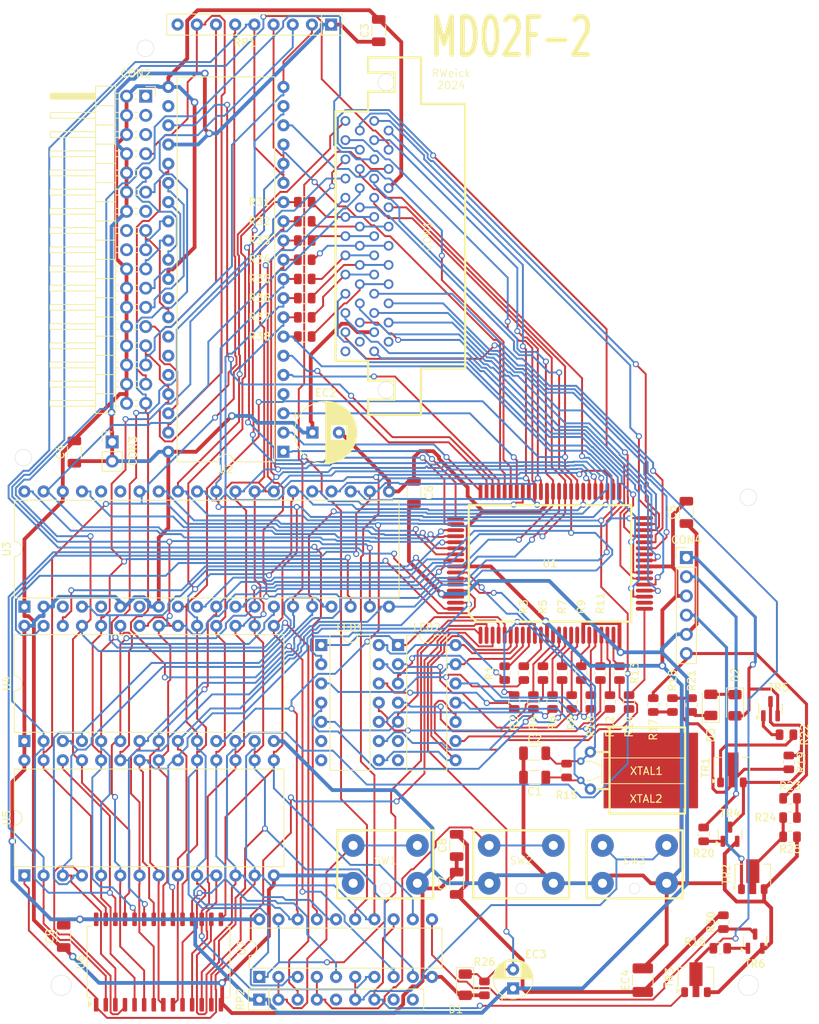
<source format=kicad_pcb>
(kicad_pcb (version 20240108) (generator "pcbnew") (generator_version "8.0")
  (title_block (title "Mutli Game Doctor 2") (date "2024-12-07") (company "Richard Weick"))
  (layers (0 "F.Cu" signal) (31 "B.Cu" signal) (34 "B.Paste" user) (35 "F.Paste" user) (36 "B.SilkS" user "B.Silkscreen") (37 "F.SilkS" user "F.Silkscreen") (38 "B.Mask" user) (39 "F.Mask" user) (44 "Edge.Cuts" user))
  (net 0 "")
  (net 1 "/FDC.~{TR00}")
  (net 2 "/FDC.~{RDD}")
  (net 3 "/FDC.DMA")
  (net 4 "/FDC.DSKCHG.DrvSelB")
  (net 6 "/FDC.IRQ")
  (net 7 "/FDC.~{IDX}")
  (net 8 "/+5V")
  (net 9 "/FDC.~{WP}")
  (net 10 "/~{IRQ}")
  (net 12 "/Plus.Button")
  (net 14 "/CON1.Detect?")
  (net 15 "/Minus.Button")
  (net 16 "/Select.Button")
  (net 18 "/TR1.GND")
  (net 19 "Net-(TR1-VDD)")
  (net 20 "/D0.LV")
  (net 21 "/D0")
  (net 22 "/D1.LV")
  (net 23 "/D1")
  (net 24 "/D2")
  (net 25 "/D2.LV")
  (net 26 "/D3.LV")
  (net 27 "/D3")
  (net 28 "/D4.LV")
  (net 29 "/D4")
  (net 30 "/D5.LV")
  (net 31 "/D5")
  (net 32 "Net-(R17-Pad2)")
  (net 33 "/D6.LV")
  (net 34 "/D6")
  (net 35 "/D7")
  (net 36 "/D7.LV")
  (net 37 "Net-(TR6-C)")
  (net 38 "/GND")
  (net 39 "Net-(D1-K)")
  (net 40 "Net-(TR2-VDD)")
  (net 41 "Net-(R23-Pad2)")
  (net 42 "/PowerSwitch.On")
  (net 43 "Net-(TR5-E)")
  (net 44 "/TR1.OUT")
  (net 45 "Net-(D3-K)")
  (net 46 "Net-(TR4-B)")
  (net 47 "/PowerSwitch.Off")
  (net 48 "/LED1.ROW1")
  (net 49 "/LED1.Row.1")
  (net 50 "/LED1.ROW2")
  (net 51 "/LED1.Row.2")
  (net 52 "/LED1.ROW3")
  (net 53 "/LED1.Row.3")
  (net 54 "/LED1.Row.4")
  (net 55 "/LED1.ROW4")
  (net 56 "/LED1.Row.5")
  (net 57 "/LED1.ROW5")
  (net 58 "/LED1.Row.6")
  (net 59 "/LED1.ROW6")
  (net 60 "/LED1.Row.7")
  (net 61 "/LED1.ROW7")
  (net 62 "/LED2.Row.1")
  (net 63 "/LED2.ROW1")
  (net 64 "/LED2.Row.2")
  (net 65 "/LED2.ROW2")
  (net 66 "/LED2.ROW3")
  (net 67 "/LED2.Row.3")
  (net 68 "/LED2.ROW4")
  (net 69 "/LED2.Row.4")
  (net 70 "/LED2.ROW5")
  (net 71 "/LED2.Row.5")
  (net 72 "/LED2.ROW6")
  (net 73 "/LED2.Row.6")
  (net 74 "/LED2.Row.7")
  (net 75 "/LED2.ROW7")
  (net 76 "/16.MHz.Out")
  (net 77 "/16.MHz.In")
  (net 78 "/CON1.Pin45")
  (net 79 "Net-(TR6-B)")
  (net 80 "/LED2.Neg")
  (net 81 "/LED1.Neg")
  (net 82 "/A7")
  (net 83 "/A12")
  (net 84 "/~{Write}")
  (net 85 "/A6")
  (net 86 "/SRAM.A13")
  (net 87 "/A9")
  (net 88 "/A8")
  (net 89 "/A0")
  (net 90 "/A5")
  (net 91 "/A4")
  (net 92 "/A10")
  (net 93 "/SRAM.~{CE}.~{OE}")
  (net 94 "/A11")
  (net 95 "/SRAM.A14")
  (net 96 "/A1")
  (net 97 "/A3")
  (net 98 "/A2")
  (net 99 "/A14")
  (net 100 "/A13")
  (net 102 "/Proc.~{Reset}")
  (net 105 "/A15")
  (net 107 "/Proc.CLK.Out.2")
  (net 108 "/Proc.CLK.In.0")
  (net 110 "/FDC.~{STEP}")
  (net 111 "/FDC.Reset")
  (net 112 "/FDC.~{WR}")
  (net 114 "/FDC.~{WE}")
  (net 115 "/FDC.TC")
  (net 117 "/FDC.~{CS}")
  (net 118 "/FDC.~{MO1},~{DS3}")
  (net 119 "/FDC.~{LDOR}")
  (net 121 "/FDC.~{LDCR}")
  (net 122 "/FDC.~{FD}")
  (net 123 "/FDC.CLK1")
  (net 124 "/FDC.~{DIRC}")
  (net 125 "/FDC.~{DS1}")
  (net 126 "/FDC.~{RD}")
  (net 129 "/FDC.~{DACK}")
  (net 130 "/FDC.~{HS}")
  (net 131 "/EPROM.~{P}")
  (net 132 "/EPROM.~{CE}.~{OE}")
  (net 133 "/EPROM.A13")
  (net 134 "/LS244.OE")
  (net 135 "/LED.COL1")
  (net 136 "/LED.COL3")
  (net 138 "/LED.COL4")
  (net 139 "/LED.COL2")
  (net 140 "/LED.COL5")
  (net 142 "Net-(D2-K)")
  (net 149 "/CON1.Pin43")
  (net 151 "/CON1.Pin3")
  (net 152 "/CON1.Pin40")
  (net 153 "/CON1.Pin37")
  (net 154 "/CON1.Pin39")
  (net 156 "/CON1.Pin38")
  (net 157 "/CON1.Pin2")
  (net 158 "/CON1.Pin42")
  (net 159 "/CON1.Pin41")
  (net 160 "/CON1.Pin50")
  (net 161 "/CON1.Pin44")
  (footprint "Resistor_SMD:R_0805_2012Metric" (layer "F.Cu") (at 87.7925 74.83)
    (property "Reference" "R36")
    (property "Value" "330 Ohm")
  )
  (footprint "Resistor_SMD:R_0805_2012Metric" (layer "F.Cu") (at 152.0285 141)
    (property "Reference" "R23")
    (property "Value" "10K Ohm")
  )
  (footprint "Resistor_SMD:R_0805_2012Metric" (layer "F.Cu") (at 128.1877 128.2575 90)
    (property "Reference" "R12")
    (property "Value" "220 Ohm")
  )
  (footprint "Resistor_SMD:R_0805_2012Metric" (layer "F.Cu") (at 130.721 128.2575 90)
    (property "Reference" "R14")
    (property "Value" "220 Ohm")
  )
  (footprint "Capacitor_SMD:C_1210_3225Metric_Pad1.33x2.70mm_HandSolder" (layer "F.Cu") (at 132.535 165.05 90)
    (property "Reference" "EC4")
    (property "Value" "DNP")
  )
  (footprint "Resistor_SMD:R_0805_2012Metric" (layer "F.Cu") (at 87.7925 69.75)
    (property "Reference" "R34")
    (property "Value" "330 Ohm")
  )
  (footprint "!MGD2:J050 Connector" (layer "F.Cu") (at 96.0325 66.63 90)
    (property "Reference" "CON1")
    (property "Value" "Adapter Connector")
    (fp_circle (center 20.35 2.5575) (end 21.450182 2.5575) (stroke (width 0.05)) (fill none) (layer "Edge.Cuts"))
    (fp_circle (center -20.35 2.5575) (end -19.249818 2.5575) (stroke (width 0.05)) (fill none) (layer "Edge.Cuts"))
  )
  (footprint "Resistor_SMD:R_0805_2012Metric" (layer "F.Cu") (at 126.9217 124.4325 90)
    (property "Reference" "R11")
    (property "Value" "220 Ohm")
  )
  (footprint "Resistor_SMD:R_0805_2012Metric" (layer "F.Cu") (at 121.855 124.4325 90)
    (property "Reference" "R7")
    (property "Value" "220 Ohm")
  )
  (footprint "Resistor_SMD:R_0805_2012Metric" (layer "F.Cu") (at 124.3883 124.4325 90)
    (property "Reference" "R9")
    (property "Value" "220 Ohm")
  )
  (footprint "Resistor_SMD:R_0805_2012Metric" (layer "F.Cu") (at 115.521 128.2575 90)
    (property "Reference" "R2")
    (property "Value" "220 Ohm")
  )
  (footprint "Capacitor_SMD:C_1206_3216Metric" (layer "F.Cu") (at 107.9 152.23 90)
    (property "Reference" "C7")
    (property "Value" "100 nF")
  )
  (footprint "Resistor_THT:R_Array_SIP9" (layer "F.Cu") (at 81.775 167.62)
    (property "Reference" "RP2")
    (property "Value" "10K Ohm")
  )
  (footprint "Capacitor_THT:CP_Radial_D5.0mm_P2.50mm" (layer "F.Cu") (at 115.375 166.1375 90)
    (property "Reference" "EC3")
    (property "Value" "10 uF 25V")
  )
  (footprint "Resistor_SMD:R_0805_2012Metric" (layer "F.Cu") (at 120.5877 128.2575 90)
    (property "Reference" "R6")
    (property "Value" "220 Ohm")
  )
  (footprint "Resistor_SMD:R_0805_2012Metric" (layer "F.Cu") (at 140.594 145.7675 90)
    (property "Reference" "R20")
    (property "Value" "1K Ohm")
  )
  (footprint "!MGD2:MGD201 QFP-80" (layer "F.Cu") (at 120.255 109.92)
    (property "Reference" "U1")
    (property "Value" "~")
  )
  (footprint "!MGD2:Button" (layer "F.Cu") (at 131.45 149.73)
    (property "Reference" "SW3")
    (property "Value" "Plus")
    (fp_circle (center 0 3.2) (end 0.700071 3.2) (stroke (width 0.05)) (fill none) (layer "Edge.Cuts"))
  )
  (footprint "Resistor_SMD:R_0805_2012Metric" (layer "F.Cu") (at 151.5535 132.5775)
    (property "Reference" "R22")
    (property "Value" "3.3K Ohm")
  )
  (footprint "Package_TO_SOT_SMD:SOT-23" (layer "F.Cu") (at 147.405 159.8925 90)
    (property "Reference" "TR6")
    (property "Value" "1AM 2N3904S")
  )
  (footprint "Capacitor_SMD:C_1206_3216Metric" (layer "F.Cu") (at 118.2225 138.2325)
    (property "Reference" "C1")
    (property "Value" "20 pF")
  )
  (footprint "Capacitor_SMD:C_1206_3216Metric" (layer "F.Cu") (at 55.885 159.255 90)
    (property "Reference" "C9")
    (property "Value" "100 nF")
  )
  (footprint "Package_SO:SOIC-28W_7.5x18.7mm_P1.27mm" (layer "F.Cu") (at 68.44 162.65 90)
    (property "Reference" "U6")
    (property "Value" "~")
  )
  (footprint "Resistor_SMD:R_0805_2012Metric" (layer "F.Cu") (at 116.7883 124.4325 90)
    (property "Reference" "R3")
    (property "Value" "220 Ohm")
  )
  (footprint "Package_TO_SOT_SMD:SOT-89-3" (layer "F.Cu") (at 144.334 136.9375 90)
    (property "Reference" "TR1")
    (property "Value" "~")
  )
  (footprint "Capacitor_SMD:C_1206_3216Metric" (layer "F.Cu") (at 102.245 100.54 90)
    (property "Reference" "C6")
    (property "Value" "100 nF")
  )
  (footprint "Capacitor_SMD:C_1206_3216Metric" (layer "F.Cu") (at 118.2225 135.0325)
    (property "Reference" "C2")
    (property "Value" "20 pF")
  )
  (footprint "Resistor_SMD:R_0805_2012Metric" (layer "F.Cu") (at 139.001 128.6575 90)
    (property "Reference" "R21")
    (property "Value" "68K Ohm")
  )
  (footprint "Diode_SMD:D_1206_3216Metric" (layer "F.Cu") (at 141.541 128.6375 90)
    (property "Reference" "D3")
    (property "Value" "D_Filled")
  )
  (footprint "Package_DIP:DIP-28_W15.24mm" (layer "F.Cu") (at 50.685 133.42 90)
    (property "Reference" "U4")
    (property "Value" "~")
  )
  (footprint "Crystal:Crystal_HC18-U_Horizontal_1EP_style1" (layer "F.Cu") (at 125.5975 139.77 90)
    (property "Reference" "XTAL2")
    (property "Value" "16 MHz")
  )
  (footprint "Capacitor_SMD:C_1206_3216Metric" (layer "F.Cu") (at 138.305 103.17 90)
    (property "Reference" "C5")
    (property "Value" "100 nF")
  )
  (footprint "Resistor_SMD:R_0805_2012Metric" (layer "F.Cu") (at 152.0285 143.54)
    (property "Reference" "R24")
    (property "Value" "3.3K Ohm")
  )
  (footprint "Capacitor_SMD:C_1206_3216Metric" (layer "F.Cu") (at 57.3 95.19 90)
    (property "Reference" "C4")
    (property "Value" "100 nF")
  )
  (footprint "Resistor_SMD:R_0805_2012Metric" (layer "F.Cu") (at 123.121 128.2575 90)
    (property "Reference" "R8")
    (property "Value" "220 Ohm")
  )
  (footprint "Resistor_SMD:R_0805_2012Metric" (layer "F.Cu") (at 87.7925 79.91)
    (property "Reference" "R38")
    (property "Value" "330 Ohm")
  )
  (footprint "Resistor_SMD:R_0805_2012Metric" (layer "F.Cu") (at 118.0543 128.2575 90)
    (property "Reference" "R4")
    (property "Value" "220 Ohm")
  )
  (footprint "Package_TO_SOT_SMD:SOT-89-3" (layer "F.Cu") (at 147.1 151.0637 90)
    (property "Reference" "TR2")
    (property "Value" "~")
  )
  (footprint "Resistor_SMD:R_0805_2012Metric" (layer "F.Cu") (at 87.7925 67.21)
    (property "Reference" "R33")
    (property "Value" "330 Ohm")
  )
  (footprint "Package_DIP:DIP-14_W7.62mm" (layer "F.Cu") (at 100.135 120.72)
    (property "Reference" "LED2")
    (property "Value" "~")
  )
  (footprint "Diode_SMD:D_1206_3216Metric" (layer "F.Cu") (at 144.741 128.6775 -90)
    (property "Reference" "D2")
    (property "Value" "D_Filled")
  )
  (footprint "Resistor_SMD:R_0805_2012Metric" (layer "F.Cu") (at 87.7925 64.67)
    (property "Reference" "R32")
    (property "Value" "330 Ohm")
  )
  (footprint "Resistor_SMD:R_0805_2012Metric" (layer "F.Cu") (at 133.921 128.6575 -90)
    (property "Reference" "R17")
    (property "Value" "24K Ohm")
  )
  (footprint "Resistor_SMD:R_0805_2012Metric" (layer "F.Cu") (at 151.866 136.24 90)
    (property "Reference" "R19")
    (property "Value" "10K Ohm")
  )
  (footprint "Package_TO_SOT_SMD:SOT-23" (layer "F.Cu") (at 144.084 145.7425 90)
    (property "Reference" "TR4")
    (property "Value" "1AM 2N3904S")
  )
  (footprint "Connector_PinHeader_2.54mm:PinHeader_1x02_P2.54mm_Vertical" (layer "F.Cu") (at 62.3 93.85)
    (property "Reference" "CON3")
    (property "Value" "Conn_01x02")
  )
  (footprint "!MGD2:Button" (layer "F.Cu") (at 98.45 149.73)
    (property "Reference" "SW1")
    (property "Value" "Select")
    (fp_circle (center 0 3.2) (end 0.700071 3.2) (stroke (width 0.05)) (fill none) (layer "Edge.Cuts"))
  )
  (footprint "Resistor_SMD:R_0805_2012Metric" (layer "F.Cu") (at 87.7925 62.13)
    (property "Reference" "R31")
    (property "Value" "330 Ohm")
  )
  (footprint "Package_TO_SOT_SMD:SOT-89-3" (layer "F.Cu") (at 139.575 164.6875 90)
    (property "Reference" "TR3")
    (property "Value" "~")
  )
  (footprint "Resistor_SMD:R_0805_2012Metric" (layer "F.Cu") (at 142.7925 160.83)
    (property "Reference" "R16")
    (property "Value" "1M Ohm")
  )
  (footprint "Resistor_SMD:R_0805_2012Metric" (layer "F.Cu") (at 125.6543 128.2575 90)
    (property "Reference" "R10")
    (property "Value" "220 Ohm")
  )
  (footprint "Resistor_SMD:R_0805_2012Metric" (layer "F.Cu") (at 119.3217 124.4325 90)
    (property "Reference" "R5")
    (property "Value" "220 Ohm")
  )
  (footprint "!MGD2:Button" (layer "F.Cu") (at 116.45 149.73)
    (property "Reference" "SW2")
    (property "Value" "Minus")
    (fp_circle (center 0 3.2) (end 0.700071 3.2) (stroke (width 0.05)) (fill none) (layer "Edge.Cuts"))
  )
  (footprint "Crystal:Crystal_AT310_D3.0mm_L10.0mm_Horizontal" (layer "F.Cu") (at 124.3275 138.62 90)
    (property "Reference" "XTAL1")
    (property "Value" "16 MHz")
  )
  (footprint "Package_DIP:DIP-20_W7.62mm" (layer "F.Cu") (at 81.775 164.62 90)
    (property "Reference" "U7")
    (property "Value" "74LS244")
  )
  (footprint "Connector_PinHeader_2.54mm:PinHeader_1x06_P2.54mm_Vertical" (layer "F.Cu") (at 138.305 109.145)
    (property "Reference" "CON4")
    (property "Value" "Power Connector")
  )
  (footprint "Capacitor_THT:CP_Radial_D8.0mm_P3.50mm" (layer "F.Cu") (at 88.81 92.61)
    (property "Reference" "EC2")
    (property "Value" "1000 uF 10V")
  )
  (footprint "Resistor_SMD:R_0805_2012Metric" (layer "F.Cu") (at 143.205 157.3775 90)
    (property "Reference" "R30")
    (property "Value" "20K Ohm")
  )
  (footprint "Capacitor_SMD:C_1206_3216Metric" (layer "F.Cu") (at 107.9 147.23 90)
    (property "Reference" "C8")
    (property "Value" "100 nF")
  )
  (footprint "Package_DIP:DIP-40_W15.24mm" (layer "F.Cu") (at 84.975 95.15 180)
    (property "Reference" "U2")
    (property "Value" "~")
  )
  (footprint "Resistor_SMD:R_0805_2012Metric" (layer "F.Cu") (at 87.7925 77.37)
    (property "Reference" "R37")
    (property "Value" "330 Ohm")
  )
  (footprint "Resistor_SMD:R_0805_2012Metric" (layer "F.Cu") (at 152.0285 146.08)
    (property "Reference" "R25")
    (property "Value" "10K Ohm")
  )
  (footprint "Package_DIP:DIP-40_W15.24mm" (layer "F.Cu") (at 50.685 115.64 90)
    (property "Reference" "U3")
    (property "Value" "~")
  )
  (footprint "Diode_SMD:D_1206_3216Metric" (layer "F.Cu") (at 109.035 165.65 -90)
    (property "Reference" "D1")
    (property "Value" "D_Filled")
  )
  (footprint "Resistor_SMD:R_0805_2012Metric" (layer "F.Cu") (at 87.7925 72.29)
    (property "Reference" "R35")
    (property "Value" "330 Ohm")
  )
  (footprint "Resistor_THT:R_Array_SIP9" (layer "F.Cu") (at 91.285 38.64 180)
    (property "Reference" "RP1")
    (property "Value" "10K Ohm")
  )
  (footprint "Resistor_SMD:R_0805_2012Metric" (layer "F.Cu") (at 114.255 124.4325 90)
    (property "Reference" "R1")
    (property "Value" "220 Ohm")
  )
  (footprint "Connector_PinHeader_2.54mm:PinHeader_2x17_P2.54mm_Horizontal" (layer "F.Cu") (at 66.745 88.77 180)
    (property "Reference" "CON2")
    (property "Value" "Floppy Disk Drive Connector")
  )
  (footprint "Capacitor_SMD:C_1206_3216Metric" (layer "F.Cu") (at 97.585 39.44 90)
    (property "Reference" "C3")
    (property "Value" "100 nF")
  )
  (footprint "Package_DIP:DIP-14_W7.62mm" (layer "F.Cu") (at 89.975 120.72)
    (property "Reference" "LED1")
    (property "Value" "~")
  )
  (footprint "Package_TO_SOT_SMD:SOT-23" (layer "F.Cu") (at 149.441 129.14 90)
    (property "Reference" "TR5")
    (property "Value" "NPN KRC10xS")
  )
  (footprint "Resistor_SMD:R_0805_2012Metric" (layer "F.Cu") (at 111.575 166.1375 90)
    (property "Reference" "R26")
    (property "Value" "4.7K Ohm")
  )
  (footprint "Resistor_SMD:R_0805_2012Metric" (layer "F.Cu") (at 129.455 124.4325 90)
    (property "Reference" "R13")
    (property "Value" "220 Ohm")
  )
  (footprint "Resistor_SMD:R_0805_2012Metric" (layer "F.Cu") (at 122.4475 137.32 90)
    (property "Reference" "R15")
    (property "Value" "1M Ohm")
  )
  (footprint "Package_DIP:DIP-28_W15.24mm" (layer "F.Cu") (at 50.685 151.2 90)
    (property "Reference" "U5")
    (property "Value" "~")
  )
  (footprint "Resistor_SMD:R_0805_2012Metric" (layer "F.Cu") (at 136.461 128.6575 90)
    (property "Reference" "R18")
    (property "Value" "2K Ohm")
  )
  (gr_line (start 62.605 43.83) (end 52.455 43.83) (stroke (width 0.002)) (layer "Edge.Cuts"))
  (gr_line (start 150.605 97.68) (end 150.605 104.68) (stroke (width 0.002)) (layer "Edge.Cuts"))
  (gr_circle (center 146.505 165.73) (end 147.855 165.73) (stroke (width 0.05)) (fill none) (layer "Edge.Cuts"))
  (gr_line (start 150.605 97.68) (end 134.605 97.68) (stroke (width 0.002)) (layer "Edge.Cuts"))
  (gr_line (start 62.605 35.68) (end 134.605 35.68) (stroke (width 0.002)) (layer "Edge.Cuts"))
  (gr_circle (center 50.555 95.93) (end 51.655 95.93) (stroke (width 0.05)) (fill none) (layer "Edge.Cuts"))
  (gr_line (start 50.455 155.83) (end 47.455 155.83) (stroke (width 0.002)) (layer "Edge.Cuts"))
  (gr_line (start 151.605 155.83) (end 151.605 170.83) (stroke (width 0.002)) (layer "Edge.Cuts"))
  (gr_line (start 154.605 104.68) (end 154.605 155.83) (stroke (width 0.002)) (layer "Edge.Cuts"))
  (gr_line (start 151.605 170.83) (end 50.455 170.83) (stroke (width 0.002)) (layer "Edge.Cuts"))
  (gr_circle (center 66.705 41.78) (end 67.805 41.78) (stroke (width 0.05)) (fill none) (layer "Edge.Cuts"))
  (gr_line (start 52.455 92.83) (end 47.455 92.83) (stroke (width 0.002)) (layer "Edge.Cuts"))
  (gr_line (start 62.605 43.83) (end 62.605 35.68) (stroke (width 0.002)) (layer "Edge.Cuts"))
  (gr_circle (center 146.505 101.18) (end 147.605 101.18) (stroke (width 0.05)) (fill none) (layer "Edge.Cuts"))
  (gr_line (start 154.605 104.68) (end 150.605 104.68) (stroke (width 0.002)) (layer "Edge.Cuts"))
  (gr_line (start 50.455 155.83) (end 50.455 170.83) (stroke (width 0.002)) (layer "Edge.Cuts"))
  (gr_line (start 52.455 92.83) (end 52.455 43.83) (stroke (width 0.002)) (layer "Edge.Cuts"))
  (gr_circle (center 55.555 165.73) (end 56.905 165.73) (stroke (width 0.05)) (fill none) (layer "Edge.Cuts"))
  (gr_line (start 134.605 35.68) (end 134.605 97.68) (stroke (width 0.002)) (layer "Edge.Cuts"))
  (gr_line (start 47.455 155.83) (end 47.455 92.83) (stroke (width 0.002)) (layer "Edge.Cuts"))
  (gr_line (start 154.605 155.83) (end 151.605 155.83) (stroke (width 0.002)) (layer "Edge.Cuts"))
  (gr_text "RWeick\n2024" (at 107.17 47.27 0) (layer "F.SilkS") (effects (font (size 1 1) (thickness 0.1)) (justify bottom)))
  (gr_text "MD02F-2\n" (at 115.16 43.23 0) (layer "F.SilkS") (effects (font (size 5 3) (thickness 0.625) (bold yes)) (justify bottom)))
  (segment (start 68.6083 79.3926) (end 68.6663 79.3346) (width 0.25) (layer "F.Cu") (net 1))
  (segment (start 76.045 39.7667) (end 76.045 72.7048) (width 0.25) (layer "F.Cu") (net 1))
  (segment (start 70.9054 88.8996) (end 70.9054 84.5223) (width 0.25) (layer "F.Cu") (net 1))
  (segment (start 68.6083 82.9386) (end 68.6083 79.3926) (width 0.25) (layer "F.Cu") (net 1))
  (segment (start 69.2464 83.5767) (end 68.6083 82.9386) (width 0.25) (layer "F.Cu") (net 1))
  (segment (start 76.045 72.7048) (end 70.1098 78.64) (width 0.25) (layer "F.Cu") (net 1))
  (segment (start 69.3609 78.64) (end 68.6663 79.3346) (width 0.25) (layer "F.Cu") (net 1))
  (segment (start 70.9054 84.5223) (end 69.9598 83.5767) (width 0.25) (layer "F.Cu") (net 1))
  (segment (start 76.045 38.64) (end 76.045 39.7667) (width 0.25) (layer "F.Cu") (net 1))
  (segment (start 66.745 78.59) (end 67.9217 78.59) (width 0.25) (layer "F.Cu") (net 1))
  (segment (start 69.735 90.07) (end 70.9054 88.8996) (width 0.25) (layer "F.Cu") (net 1))
  (segment (start 67.9217 78.59) (end 68.6663 79.3346) (width 0.25) (layer "F.Cu") (net 1))
  (segment (start 69.9598 83.5767) (end 69.2464 83.5767) (width 0.25) (layer "F.Cu") (net 1))
  (segment (start 70.1098 78.64) (end 69.3609 78.64) (width 0.25) (layer "F.Cu") (net 1))
  (segment (start 88.745 39.7667) (end 84.975 43.5367) (width 0.25) (layer "F.Cu") (net 2))
  (segment (start 84.975 43.5367) (end 84.975 46.89) (width 0.25) (layer "F.Cu") (net 2))
  (segment (start 88.745 38.64) (end 88.745 39.7667) (width 0.25) (layer "F.Cu") (net 2))
  (segment (start 67.9217 80.061) (end 69.3427 78.64) (width 0.25) (layer "B.Cu") (net 2))
  (segment (start 67.1128 82.4933) (end 67.9217 81.6844) (width 0.25) (layer "B.Cu") (net 2))
  (segment (start 66.745 83.67) (end 66.745 82.4933) (width 0.25) (layer "B.Cu") (net 2))
  (segment (start 66.745 82.4933) (end 67.1128 82.4933) (width 0.25) (layer "B.Cu") (net 2))
  (segment (start 70.1186 78.64) (end 78.1574 70.6012) (width 0.25) (layer "B.Cu") (net 2))
  (segment (start 67.9217 81.6844) (end 67.9217 80.061) (width 0.25) (layer "B.Cu") (net 2))
  (segment (start 78.1574 70.6012) (end 78.1574 54.5526) (width 0.25) (layer "B.Cu") (net 2))
  (segment (start 84.6933 48.0167) (end 84.975 48.0167) (width 0.25) (layer "B.Cu") (net 2))
  (segment (start 84.975 46.89) (end 84.975 48.0167) (width 0.25) (layer "B.Cu") (net 2))
  (segment (start 78.1574 54.5526) (end 84.6933 48.0167) (width 0.25) (layer "B.Cu") (net 2))
  (segment (start 69.3427 78.64) (end 70.1186 78.64) (width 0.25) (layer "B.Cu") (net 2))
  (segment (start 84.975 59.59) (end 84.975 58.4633) (width 0.25) (layer "F.Cu") (net 3))
  (segment (start 88.8483 155.3266) (end 88.8483 118.1815) (width 0.25) (layer "F.Cu") (net 3))
  (segment (start 89.9325 108.5788) (end 89.0714 107.7177) (width 0.25) (layer "F.Cu") (net 3))
  (segment (start 89.395 157) (end 89.395 155.8733) (width 0.25) (layer "F.Cu") (net 3))
  (segment (start 89.9325 117.0973) (end 89.9325 108.5788) (width 0.25) (layer "F.Cu") (net 3))
  (segment (start 81.125 54.8358) (end 84.7525 58.4633) (width 0.25) (layer "F.Cu") (net 3))
  (segment (start 84.7525 58.4633) (end 84.975 58.4633) (width 0.25) (layer "F.Cu") (net 3))
  (segment (start 88.8483 118.1815) (end 89.9325 117.0973) (width 0.25) (layer "F.Cu") (net 3))
  (segment (start 89.395 155.8733) (end 88.8483 155.3266) (width 0.25) (layer "F.Cu") (net 3))
  (segment (start 81.125 38.64) (end 81.125 54.8358) (width 0.25) (layer "F.Cu") (net 3))
  (via (at 89.0714 107.7177) (size 0.8) (drill 0.5) (layers "F.Cu" "B.Cu") (net 3))
  (segment (start 53.9771 54.9705) (end 65.3476 43.6) (width 0.25) (layer "B.Cu") (net 3))
  (segment (start 50.557815 97.663402) (end 51.269525 97.663402) (width 0.25) (layer "B.Cu") (net 3))
  (segment (start 51.919092 97.002732) (end 53.9771 94.944724) (width 0.25) (layer "B.Cu") (net 3))
  (segment (start 79.9983 38.64) (end 81.125 38.64) (width 0.25) (layer "B.Cu") (net 3))
  (segment (start 65.3476 43.6) (end 75.3201 43.6) (width 0.25) (layer "B.Cu") (net 3))
  (segment (start 75.3201 43.6) (end 79.9983 38.9218) (width 0.25) (layer "B.Cu") (net 3))
  (segment (start 48.5911 101.265) (end 48.5911 99.630117) (width 0.25) (layer "B.Cu") (net 3))
  (segment (start 53.9771 94.944724) (end 53.9771 54.9705) (width 0.25) (layer "B.Cu") (net 3))
  (segment (start 89.0714 107.7177) (end 88.9656 107.8235) (width 0.25) (layer "B.Cu") (net 3))
  (segment (start 55.1496 107.8235) (end 48.5911 101.265) (width 0.25) (layer "B.Cu") (net 3))
  (segment (start 79.9983 38.9218) (end 79.9983 38.64) (width 0.25) (layer "B.Cu") (net 3))
  (segment (start 51.691421 97.241506) (end 51.919092 97.002732) (width 0.25) (layer "B.Cu") (net 3))
  (segment (start 51.269525 97.663402) (end 51.691421 97.241506) (width 0.25) (layer "B.Cu") (net 3))
  (segment (start 88.9656 107.8235) (end 55.1496 107.8235) (width 0.25) (layer "B.Cu") (net 3))
  (segment (start 48.5911 99.630117) (end 50.557815 97.663402) (width 0.25) (layer "B.Cu") (net 3))
  (segment (start 67.0517 90.2334) (end 66.745 89.9267) (width 0.25) (layer "F.Cu") (net 4))
  (segment (start 67.0517 116.1107) (end 67.0517 90.2334) (width 0.25) (layer "F.Cu") (net 4))
  (segment (start 66.2524 116.91) (end 67.0517 116.1107) (width 0.25) (layer "F.Cu") (net 4))
  (segment (start 64.7892 117.7112) (end 65.5904 116.91) (width 0.25) (layer "F.Cu") (net 4))
  (segment (start 64.7892 118.7487) (end 64.7892 117.7112) (width 0.25) (layer "F.Cu") (net 4))
  (segment (start 65.5904 116.91) (end 66.2524 116.91) (width 0.25) (layer "F.Cu") (net 4))
  (segment (start 87.4933 122.6731) (end 85.6914 120.8712) (width 0.25) (layer "F.Cu") (net 4))
  (segment (start 87.4933 153.3442) (end 87.4933 122.6731) (width 0.25) (layer "F.Cu") (net 4))
  (segment (start 66.745 88.75) (end 66.745 89.9267) (width 0.25) (layer "F.Cu") (net 4))
  (segment (start 69.275 123.2345) (end 64.7892 118.7487) (width 0.25) (layer "F.Cu") (net 4))
  (segment (start 69.275 124.9906) (end 69.275 123.2345) (width 0.25) (layer "F.Cu") (net 4))
  (via (at 69.275 124.9906) (size 0.8) (drill 0.5) (layers "F.Cu" "B.Cu") (net 4))
  (via (at 85.6914 120.8712) (size 0.8) (drill 0.5) (layers "F.Cu" "B.Cu") (net 4))
  (via (at 87.4933 153.3442) (size 0.8) (drill 0.5) (layers "F.Cu" "B.Cu") (net 4))
  (segment (start 72.2223 73.9869) (end 72.2223 60.4823) (width 0.25) (layer "B.Cu") (net 4))
  (segment (start 77.1527 50.7162) (end 86.205 41.6639) (width 0.25) (layer "B.Cu") (net 4))
  (segment (start 67.5627 77.3957) (end 68.8584 76.1) (width 0.25) (layer "B.Cu") (net 4))
  (segment (start 86.205 38.64) (end 86.205 39.7667) (width 0.25) (layer "B.Cu") (net 4))
  (segment (start 93.0617 156.4738) (end 89.9321 153.3442) (width 0.25) (layer "B.Cu") (net 4))
  (segment (start 86.205 41.6639) (end 86.205 39.7667) (width 0.25) (layer "B.Cu") (net 4))
  (segment (start 76.1978 50.7162) (end 77.1527 50.7162) (width 0.25) (layer "B.Cu") (net 4))
  (segment (start 66.745 87.5733) (end 66.3772 87.5733) (width 0.25) (layer "B.Cu") (net 4))
  (segment (start 65.5683 78.0426) (end 66.2152 77.3957) (width 0.25) (layer "B.Cu") (net 4))
  (segment (start 68.5976 57.7993) (end 68.5976 53.9851) (width 0.25) (layer "B.Cu") (net 4))
  (segment (start 67.9217 59.7678) (end 67.9217 60.81) (width 0.25) (layer "B.Cu") (net 4))
  (segment (start 66.745 88.75) (end 66.745 87.5733) (width 0.25) (layer "B.Cu") (net 4))
  (segment (start 85.4056 120.8712) (end 85.6914 120.8712) (width 0.25) (layer "B.Cu") (net 4))
  (segment (start 72.2223 60.4823) (end 70.1856 58.4456) (width 0.25) (layer "B.Cu") (net 4))
  (segment (start 99.2733 163.4933) (end 93.0617 157.2817) (width 0.25) (layer "B.Cu") (net 4))
  (segment (start 70.1092 76.1) (end 72.2223 73.9869) (width 0.25) (layer "B.Cu") (net 4))
  (segment (start 66.745 60.81) (end 67.9217 60.81) (width 0.25) (layer "B.Cu") (net 4))
  (segment (start 69.2439 58.4456) (end 67.9217 59.7678) (width 0.25) (layer "B.Cu") (net 4))
  (segment (start 68.8584 76.1) (end 70.1092 76.1) (width 0.25) (layer "B.Cu") (net 4))
  (segment (start 69.275 124.9906) (end 81.2862 124.9906) (width 0.25) (layer "B.Cu") (net 4))
  (segment (start 65.5683 86.7644) (end 65.5683 78.0426) (width 0.25) (layer "B.Cu") (net 4))
  (segment (start 99.555 164.62) (end 99.555 163.4933) (width 0.25) (layer "B.Cu") (net 4))
  (segment (start 93.0617 157.2817) (end 93.0617 156.4738) (width 0.25) (layer "B.Cu") (net 4))
  (segment (start 81.2862 124.9906) (end 85.4056 120.8712) (width 0.25) (layer "B.Cu") (net 4))
  (segment (start 73.6366 53.2774) (end 76.1978 50.7162) (width 0.25) (layer "B.Cu") (net 4))
  (segment (start 68.5976 53.9851) (end 69.3053 53.2774) (width 0.25) (layer "B.Cu") (net 4))
  (segment (start 69.2439 58.4456) (end 68.5976 57.7993) (width 0.25) (layer "B.Cu") (net 4))
  (segment (start 66.3772 87.5733) (end 65.5683 86.7644) (width 0.25) (layer "B.Cu") (net 4))
  (segment (start 69.3053 53.2774) (end 73.6366 53.2774) (width 0.25) (layer "B.Cu") (net 4))
  (segment (start 70.1856 58.4456) (end 69.2439 58.4456) (width 0.25) (layer "B.Cu") (net 4))
  (segment (start 89.9321 153.3442) (end 87.4933 153.3442) (width 0.25) (layer "B.Cu") (net 4))
  (segment (start 99.555 163.4933) (end 99.2733 163.4933) (width 0.25) (layer "B.Cu") (net 4))
  (segment (start 66.2152 77.3957) (end 67.5627 77.3957) (width 0.25) (layer "B.Cu") (net 4))
  (segment (start 80.4099 91.1344) (end 80.2789 91.2654) (width 0.25) (layer "F.Cu") (net 6))
  (segment (start 84.975 57.05) (end 84.975 55.9233) (width 0.25) (layer "F.Cu") (net 6))
  (segment (start 80.1488 68.1354) (end 80.4099 68.3965) (width 0.25) (layer "F.Cu") (net 6))
  (segment (start 80.4099 68.3965) (end 80.4099 91.1344) (width 0.25) (layer "F.Cu") (net 6))
  (segment (start 96.0287 144.5286) (end 96.0287 154.3196) (width 0.25) (layer "F.Cu") (net 6))
  (segment (start 92.595 102.9639) (end 92.595 141.0949) (width 0.25) (layer "F.Cu") (net 6))
  (segment (start 96.0287 154.3196) (end 94.475 155.8733) (width 0.25) (layer "F.Cu") (net 6))
  (segment (start 90.9819 101.6797) (end 91.3108 101.6797) (width 0.25) (layer "F.Cu") (net 6))
  (segment (start 87.7263 95.7915) (end 90.0329 98.0981) (width 0.25) (layer "F.Cu") (net 6))
  (segment (start 90.0329 100.7307) (end 90.9819 101.6797) (width 0.25) (layer "F.Cu") (net 6))
  (segment (start 90.0329 98.0981) (end 90.0329 100.7307) (width 0.25) (layer "F.Cu") (net 6))
  (segment (start 91.3108 101.6797) (end 92.595 102.9639) (width 0.25) (layer "F.Cu") (net 6))
  (segment (start 84.6933 55.9233) (end 84.975 55.9233) (width 0.25) (layer "F.Cu") (net 6))
  (segment (start 83.665 38.64) (end 83.665 54.895) (width 0.25) (layer "F.Cu") (net 6))
  (segment (start 94.475 157) (end 94.475 155.8733) (width 0.25) (layer "F.Cu") (net 6))
  (segment (start 83.665 54.895) (end 84.6933 55.9233) (width 0.25) (layer "F.Cu") (net 6))
  (segment (start 92.595 141.0949) (end 96.0287 144.5286) (width 0.25) (layer "F.Cu") (net 6))
  (via (at 87.7263 95.7915) (size 0.8) (drill 0.5) (layers "F.Cu" "B.Cu") (net 6))
  (via (at 80.1488 68.1354) (size 0.8) (drill 0.5) (layers "F.Cu" "B.Cu") (net 6))
  (via (at 80.2789 91.2654) (size 0.8) (drill 0.5) (layers "F.Cu" "B.Cu") (net 6))
  (segment (start 84.0396 96.2767) (end 87.2411 96.2767) (width 0.25) (layer "B.Cu") (net 6))
  (segment (start 83.7359 94.6239) (end 83.7359 95.973) (width 0.25) (layer "B.Cu") (net 6))
  (segment (start 82.4109 60.4591) (end 82.4109 65.8733) (width 0.25) (layer "B.Cu") (net 6))
  (segment (start 80.2789 91.2654) (end 80.3774 91.2654) (width 0.25) (layer "B.Cu") (net 6))
  (segment (start 84.975 58.1767) (end 84.6933 58.1767) (width 0.25) (layer "B.Cu") (net 6))
  (segment (start 83.7359 95.973) (end 84.0396 96.2767) (width 0.25) (layer "B.Cu") (net 6))
  (segment (start 84.6933 58.1767) (end 82.4109 60.4591) (width 0.25) (layer "B.Cu") (net 6))
  (segment (start 84.975 57.05) (end 84.975 58.1767) (width 0.25) (layer "B.Cu") (net 6))
  (segment (start 80.3774 91.2654) (end 83.7359 94.6239) (width 0.25) (layer "B.Cu") (net 6))
  (segment (start 82.4109 65.8733) (end 80.1488 68.1354) (width 0.25) (layer "B.Cu") (net 6))
  (segment (start 87.2411 96.2767) (end 87.7263 95.7915) (width 0.25) (layer "B.Cu") (net 6))
  (segment (start 74.6317 38.64) (end 74.6317 38.3583) (width 0.25) (layer "F.Cu") (net 7))
  (segment (start 66.745 55.73) (end 67.9217 55.73) (width 0.25) (layer "F.Cu") (net 7))
  (segment (start 73.505 38.64) (end 73.505 39.7667) (width 0.25) (layer "F.Cu") (net 7))
  (segment (start 76.5474 37.4975) (end 77.1946 38.1447) (width 0.25) (layer "F.Cu") (net 7))
  (segment (start 67.9217 54.6676) (end 67.9217 55.73) (width 0.25) (layer "F.Cu") (net 7))
  (segment (start 75.4925 37.4975) (end 76.5474 37.4975) (width 0.25) (layer "F.Cu") (net 7))
  (segment (start 77.1946 47.6674) (end 76.7827 48.0793) (width 0.25) (layer "F.Cu") (net 7))
  (segment (start 69.735 92.61) (end 69.735 91.4833) (width 0.25) (layer "F.Cu") (net 7))
  (segment (start 74.6317 38.3583) (end 75.4925 37.4975) (width 0.25) (layer "F.Cu") (net 7))
  (segment (start 77.1946 38.1447) (end 77.1946 47.6674) (width 0.25) (layer "F.Cu") (net 7))
  (segment (start 76.7827 84.706) (end 70.0054 91.4833) (width 0.25) (layer "F.Cu") (net 7))
  (segment (start 73.505 39.7667) (end 73.505 45.0401) (width 0.25) (layer "F.Cu") (net 7))
  (segment (start 70.0054 91.4833) (end 69.735 91.4833) (width 0.25) (layer "F.Cu") (net 7))
  (segment (start 73.505 45.0401) (end 72.2883 46.2568) (width 0.25) (layer "F.Cu") (net 7))
  (segment (start 76.7827 48.0793) (end 76.7827 84.706) (width 0.25) (layer "F.Cu") (net 7))
  (segment (start 73.505 38.64) (end 74.6317 38.64) (width 0.25) (layer "F.Cu") (net 7))
  (segment (start 72.2883 46.2568) (end 72.2883 51.0949) (width 0.25) (layer "F.Cu") (net 7))
  (segment (start 69.3493 53.24) (end 67.9217 54.6676) (width 0.25) (layer "F.Cu") (net 7))
  (segment (start 70.1432 53.24) (end 69.3493 53.24) (width 0.25) (layer "F.Cu") (net 7))
  (segment (start 72.2883 51.0949) (end 70.1432 53.24) (width 0.25) (layer "F.Cu") (net 7))
  (segment (start 88.5854 91.1337) (end 88.81 91.3583) (width 0.5) (layer "F.Cu") (net 8))
  (segment (start 109.2787 152.3263) (end 107.9 153.705) (width 0.5) (layer "F.Cu") (net 8))
  (segment (start 57.575 96.39) (end 57.3 96.665) (width 0.5) (layer "F.Cu") (net 8))
  (segment (start 107.755 114.32) (end 106.1533 114.32) (width 0.5) (layer "F.Cu") (net 8))
  (segment (start 56.665 157) (end 55.885 157.78) (width 0.5) (layer "F.Cu") (net 8))
  (segment (start 70.9867 95.15) (end 73.4025 95.15) (width 0.5) (layer "F.Cu") (net 8))
  (segment (start 91.285 38.64) (end 92.5367 38.64) (width 0.5) (layer "F.Cu") (net 8))
  (segment (start 74.5708 45.1083) (end 74.5708 52.4656) (width 0.5) (layer "F.Cu") (net 8))
  (segment (start 116.6267 162.4317) (end 116.6267 166.1375) (width 0.5) (layer "F.Cu") (net 8))
  (segment (start 105.8911 113.9412) (end 101.5839 109.634) (width 0.5) (layer "F.Cu") (net 8))
  (segment (start 74.5708 52.4656) (end 75.1424 53.0372) (width 0.5) (layer "F.Cu") (net 8))
  (segment (start 117.1017 166.6125) (end 132.535 166.6125) (width 0.5) (layer "F.Cu") (net 8))
  (segment (start 92.6844 78.2138) (end 88.5854 82.3128) (width 0.5) (layer "F.Cu") (net 8))
  (segment (start 69.735 95.7758) (end 69.735 96.4017) (width 0.5) (layer "F.Cu") (net 8))
  (segment (start 49.0811 138.8156) (end 49.0811 146.6724) (width 0.5) (layer "F.Cu") (net 8))
  (segment (start 101.5839 109.634) (end 101.5839 102.6761) (width 0.5) (layer "F.Cu") (net 8))
  (segment (start 124.655 117.8183) (end 129.455 117.8183) (width 0.5) (layer "F.Cu") (net 8))
  (segment (start 106.1533 114.2034) (end 105.8911 113.9412) (width 0.5) (layer "F.Cu") (net 8))
  (segment (start 124.655 119.42) (end 124.655 117.8183) (width 0.5) (layer "F.Cu") (net 8))
  (segment (start 69.735 95.15) (end 69.735 95.7758) (width 0.5) (layer "F.Cu") (net 8))
  (segment (start 60.185 157) (end 58.0345 157) (width 0.5) (layer "F.Cu") (net 8))
  (segment (start 62.2208 89.961) (end 62.2208 92.4691) (width 0.5) (layer "F.Cu") (net 8))
  (segment (start 50.685 118.18) (end 50.685 133.42) (width 0.5) (layer "F.Cu") (net 8))
  (segment (start 69.735 105.2406) (end 68.465 106.5106) (width 0.5) (layer "F.Cu") (net 8))
  (segment (start 50.685 135.96) (end 50.685 137.2117) (width 0.5) (layer "F.Cu") (net 8))
  (segment (start 101.5839 102.6761) (end 102.245 102.015) (width 0.5) (layer "F.Cu") (net 8))
  (segment (start 129.455 121.5328) (end 129.455 119.42) (width 0.5) (layer "F.Cu") (net 8))
  (segment (start 139.6516 117.9584) (end 139.6516 105.9916) (width 0.5) (layer "F.Cu") (net 8))
  (segment (start 109.2787 147.1337) (end 109.2787 152.3263) (width 0.5) (layer "F.Cu") (net 8))
  (segment (start 94.8117 40.915) (end 97.585 40.915) (width 0.5) (layer "F.Cu") (net 8))
  (segment (start 73.4025 95.15) (end 78.1388 90.4137) (width 0.5) (layer "F.Cu") (net 8))
  (segment (start 69.735 96.4017) (end 69.735 105.2406) (width 0.5) (layer "F.Cu") (net 8))
  (segment (start 64.205 63.35) (end 64.205 60.81) (width 0.5) (layer "F.Cu") (net 8))
  (segment (start 88.81 92.61) (end 88.81 91.3583) (width 0.5) (layer "F.Cu") (net 8))
  (segment (start 129.5971 121.6749) (end 129.455 121.5328) (width 0.5) (layer "F.Cu") (net 8))
  (segment (start 62.3 93.85) (end 62.3 92.5483) (width 0.5) (layer "F.Cu") (net 8))
  (segment (start 96.985 79.33) (end 94.7627 79.33) (width 0.5) (layer "F.Cu") (net 8))
  (segment (start 88.5854 82.3128) (end 88.5854 91.1337) (width 0.5) (layer "F.Cu") (net 8))
  (segment (start 138.305 119.305) (end 139.6516 117.9584) (width 0.5) (layer "F.Cu") (net 8))
  (segment (start 129.455 119.42) (end 129.455 117.8183) (width 0.5) (layer "F.Cu") (net 8))
  (segment (start 115.375 166.1375) (end 116.6267 166.1375) (width 0.5) (layer "F.Cu") (net 8))
  (segment (start 64.205 58.27) (end 64.205 55.73) (width 0.5) (layer "F.Cu") (net 8))
  (segment (start 62.2208 92.4691) (end 62.3 92.5483) (width 0.5) (layer "F.Cu") (net 8))
  (segment (start 69.735 95.15) (end 70.9867 95.15) (width 0.5) (layer "F.Cu") (net 8))
  (segment (start 64.205 60.81) (end 64.205 58.27) (width 0.5) (layer "F.Cu") (net 8))
  (segment (start 50.685 137.2117) (end 49.0811 138.8156) (width 0.5) (layer "F.Cu") (net 8))
  (segment (start 94.7627 79.33) (end 93.6465 78.2138) (width 0.5) (layer "F.Cu") (net 8))
  (segment (start 139.6516 105.9916) (end 138.305 104.645) (width 0.5) (layer "F.Cu") (net 8))
  (segment (start 58.0345 157) (end 56.665 157) (width 0.5) (layer "F.Cu") (net 8))
  (segment (start 142.6825 156.465) (end 143.205 156.465) (width 0.5) (layer "F.Cu") (net 8))
  (segment (start 106.1533 114.32) (end 106.1533 114.2034) (width 0.5) (layer "F.Cu") (net 8))
  (segment (start 92.5367 38.64) (end 94.8117 40.915) (width 0.5) (layer "F.Cu") (net 8))
  (segment (start 50.685 133.42) (end 50.685 135.96) (width 0.5) (layer "F.Cu") (net 8))
  (segment (start 68.465 115.64) (end 68.465 114.3883) (width 0.5) (layer "F.Cu") (net 8))
  (segment (start 62.3 96.39) (end 62.3 93.85) (width 0.5) (layer "F.Cu") (net 8))
  (segment (start 107.9 153.705) (end 116.6267 162.4317) (width 0.5) (layer "F.Cu") (net 8))
  (segment (start 116.6267 166.1375) (end 117.1017 166.6125) (width 0.5) (layer "F.Cu") (net 8))
  (segment (start 68.465 106.5106) (end 68.465 114.3883) (width 0.5) (layer "F.Cu") (net 8))
  (segment (start 132.535 166.6125) (end 142.6825 156.465) (width 0.5) (layer "F.Cu") (net 8))
  (segment (start 107.9 145.755) (end 109.2787 147.1337) (width 0.5) (layer "F.Cu") (net 8))
  (segment (start 93.6465 78.2138) (end 92.6844 78.2138) (width 0.5) (layer "F.Cu") (net 8))
  (segment (start 62.3 96.39) (end 57.575 96.39) (width 0.5) (layer "F.Cu") (net 8))
  (via (at 78.1388 90.4137) (size 1) (drill 0.6) (layers "F.Cu" "B.Cu") (net 8))
  (via (at 58.0345 157) (size 1) (drill 0.6) (layers "F.Cu" "B.Cu") (net 8))
  (via (at 75.1424 53.0372) (size 1) (drill 0.6) (layers "F.Cu" "B.Cu") (net 8))
  (via (at 129.5971 121.6749) (size 1) (drill 0.6) (layers "F.Cu" "B.Cu") (net 8))
  (via (at 105.8911 113.9412) (size 1) (drill 0.6) (layers "F.Cu" "B.Cu") (net 8))
  (via (at 74.5708 45.1083) (size 1) (drill 0.6) (layers "F.Cu" "B.Cu") (net 8))
  (via (at 62.2208 89.961) (size 1) (drill 0.6) (layers "F.Cu" "B.Cu") (net 8))
  (via (at 49.0811 146.6724) (size 1) (drill 0.6) (layers "F.Cu" "B.Cu") (net 8))
  (segment (start 81.775 157) (end 80.5233 157) (width 0.5) (layer "B.Cu") (net 8))
  (segment (start 67.2433 96.39) (end 68.4833 95.15) (width 0.5) (layer "B.Cu") (net 8))
  (segment (start 91.285 38.64) (end 90.0333 38.64) (width 0.5) (layer "B.Cu") (net 8))
  (segment (start 120.1535 112.2313) (end 129.5971 121.6749) (width 0.5) (layer "B.Cu") (net 8))
  (segment (start 50.685 118.18) (end 51.9367 118.18) (width 0.5) (layer "B.Cu") (net 8))
  (segment (start 115.375 166.1375) (end 124.5724 166.1375) (width 0.5) (layer "B.Cu") (net 8))
  (segment (start 64.205 55.73) (end 62.8982 54.4232) (width 0.5) (layer "B.Cu") (net 8))
  (segment (start 110.8122 112.2313) (end 120.1535 112.2313) (width 0.5) (layer "B.Cu") (net 8))
  (segment (start 69.735 95.15) (end 68.4833 95.15) (width 0.5) (layer "B.Cu") (net 8))
  (segment (start 73.2944 160.3911) (end 80.5233 167.62) (width 0.5) (layer "B.Cu") (net 8))
  (segment (start 62.2208 65.3342) (end 64.205 63.35) (width 0.5) (layer "B.Cu") (net 8))
  (segment (start 73.2944 157) (end 58.0345 157) (width 0.5) (layer "B.Cu") (net 8))
  (segment (start 75.1424 53.0372) (end 76.1541 53.0372) (width 0.5) (layer "B.Cu") (net 8))
  (segment (start 86.2707 91.3224) (end 81.5404 91.3224) (width 0.5) (layer "B.Cu") (net 8))
  (segment (start 53.225 115.64) (end 53.225 116.8917) (width 0.5) (layer "B.Cu") (net 8))
  (segment (start 62.3 96.39) (end 67.2433 96.39) (width 0.5) (layer "B.Cu") (net 8))
  (segment (start 90.0333 39.158) (end 90.0333 38.64) (width 0.5) (layer "B.Cu") (net 8))
  (segment (start 63.385 115.64) (end 64.0109 115.64) (width 0.5) (layer "B.Cu") (net 8))
  (segment (start 55.2307 114.3384) (end 62.7093 114.3384) (width 0.5) (layer "B.Cu") (net 8))
  (segment (start 73.2944 157) (end 73.2944 160.3911) (width 0.5) (layer "B.Cu") (net 8))
  (segment (start 67.2133 115.0924) (end 66.4982 114.3773) (width 0.5) (layer "B.Cu") (net 8))
  (segment (start 62.8982 54.4232) (end 62.8982 47.5287) (width 0.5) (layer "B.Cu") (net 8))
  (segment (start 62.7093 114.3384) (end 64.0109 115.64) (width 0.5) (layer "B.Cu") (net 8))
  (segment (start 62.2208 89.961) (end 62.2208 65.3342) (width 0.5) (layer "B.Cu") (net 8))
  (segment (start 124.5724 166.1375) (end 138.3989 152.311) (width 0.5) (layer "B.Cu") (net 8))
  (segment (start 80.6317 90.4137) (end 78.1388 90.4137) (width 0.5) (layer "B.Cu") (net 8))
  (segment (start 66.4982 114.3773) (end 65.2736 114.3773) (width 0.5) (layer "B.Cu") (net 8))
  (segment (start 69.735 54.51) (end 73.6696 54.51) (width 0.5) (layer "B.Cu") (net 8))
  (segment (start 68.465 115.64) (end 67.2133 115.64) (width 0.5) (layer "B.Cu") (net 8))
  (segment (start 51.9367 117.6324) (end 51.9367 118.18) (width 0.5) (layer "B.Cu") (net 8))
  (segment (start 114.9311 166.1375) (end 115.375 166.1375) (width 0.5) (layer "B.Cu") (net 8))
  (segment (start 109.1023 113.9412) (end 110.8122 112.2313) (width 0.5) (layer "B.Cu") (net 8))
  (segment (start 135.0445 121.6749) (end 135.0445 121.2638) (width 0.5) (layer "B.Cu") (net 8))
  (segment (start 65.2266 45.8121) (end 65.9304 45.1083) (width 0.5) (layer "B.Cu") (net 8))
  (segment (start 54.4767 115.64) (end 54.4767 115.0924) (width 0.5) (layer "B.Cu") (net 8))
  (segment (start 84.2229 169.3638) (end 83.0267 168.1676) (width 0.5) (layer "B.Cu") (net 8))
  (segment (start 65.2736 114.3773) (end 64.0109 115.64) (width 0.5) (layer "B.Cu") (net 8))
  (segment (start 58.0345 157) (end 54.1954 157) (width 0.5) (layer "B.Cu") (net 8))
  (segment (start 88.81 92.61) (end 87.5583 92.61) (width 0.5) (layer "B.Cu") (net 8))
  (segment (start 81.5404 91.3224) (end 80.6317 90.4137) (width 0.5) (layer "B.Cu") (net 8))
  (segment (start 73.6696 54.51) (end 75.1424 53.0372) (width 0.5) (layer "B.Cu") (net 8))
  (segment (start 87.5583 92.61) (end 86.2707 91.3224) (width 0.5) (layer "B.Cu") (net 8))
  (segment (start 49.0811 151.8857) (end 49.0811 146.6724) (width 0.5) (layer "B.Cu") (net 8))
  (segment (start 54.4767 115.0924) (end 55.2307 114.3384) (width 0.5) (layer "B.Cu") (net 8))
  (segment (start 114.9311 166.1375) (end 114.4872 166.1375) (width 0.5) (layer "B.Cu") (net 8))
  (segment (start 53.225 116.8917) (end 52.6774 116.8917) (width 0.5) (layer "B.Cu") (net 8))
  (segment (start 67.2133 115.64) (end 67.2133 115.0924) (width 0.5) (layer "B.Cu") (net 8))
  (segment (start 138.3989 125.0293) (end 135.0445 121.6749) (width 0.5) (layer "B.Cu") (net 8))
  (segment (start 53.225 115.64) (end 54.4767 115.64) (width 0.5) (layer "B.Cu") (net 8))
  (segment (start 65.9304 45.1083) (end 74.5708 45.1083) (width 0.5) (layer "B.Cu") (net 8))
  (segment (start 105.8911 113.9412) (end 109.1023 113.9412) (width 0.5) (layer "B.Cu") (net 8))
  (segment (start 62.8982 47.5287) (end 64.6148 45.8121) (width 0.5) (layer "B.Cu") (net 8))
  (segment (start 111.2609 169.3638) (end 84.2229 169.3638) (width 0.5) (layer "B.Cu") (net 8))
  (segment (start 52.6774 116.8917) (end 51.9367 117.6324) (width 0.5) (layer "B.Cu") (net 8))
  (segment (start 76.1541 53.0372) (end 90.0333 39.158) (width 0.5) (layer "B.Cu") (net 8))
  (segment (start 114.4872 166.1375) (end 111.2609 169.3638) (width 0.5) (layer "B.Cu") (net 8))
  (segment (start 135.0445 121.6749) (end 129.5971 121.6749) (width 0.5) (layer "B.Cu") (net 8))
  (segment (start 64.6148 45.8121) (end 65.2266 45.8121) (width 0.5) (layer "B.Cu") (net 8))
  (segment (start 138.3989 152.311) (end 138.3989 125.0293) (width 0.5) (layer "B.Cu") (net 8))
  (segment (start 83.0267 168.1676) (end 83.0267 167.62) (width 0.5) (layer "B.Cu") (net 8))
  (segment (start 81.775 167.62) (end 83.0267 167.62) (width 0.5) (layer "B.Cu") (net 8))
  (segment (start 138.305 119.305) (end 137.0033 119.305) (width 0.5) (layer "B.Cu") (net 8))
  (segment (start 135.0445 121.2638) (end 137.0033 119.305) (width 0.5) (layer "B.Cu") (net 8))
  (segment (start 54.1954 157) (end 49.0811 151.8857) (width 0.5) (layer "B.Cu") (net 8))
  (segment (start 80.5233 157) (end 73.2944 157) (width 0.5) (layer "B.Cu") (net 8))
  (segment (start 81.775 167.62) (end 80.5233 167.62) (width 0.5) (layer "B.Cu") (net 8))
  (segment (start 68.6083 85.5584) (end 69.4532 86.4033) (width 0.25) (layer "F.Cu") (net 9))
  (segment (start 78.7564 82.6062) (end 78.585 82.4348) (width 0.25) (layer "F.Cu") (net 9))
  (segment (start 68.6083 89.5016) (end 68.6083 93.1174) (width 0.25) (layer "F.Cu") (net 9))
  (segment (start 78.7564 83.6226) (end 78.7564 82.6062) (width 0.25) (layer "F.Cu") (net 9))
  (segment (start 69.735 87.53) (end 69.735 88.6567) (width 0.25) (layer "F.Cu") (net 9))
  (segment (start 66.745 82.3067) (end 67.0899 82.3067) (width 0.25) (layer "F.Cu") (net 9))
  (segment (start 69.735 87.53) (end 69.735 86.4033) (width 0.25) (layer "F.Cu") (net 9))
  (segment (start 67.0899 82.3067) (end 68.6083 83.8251) (width 0.25) (layer "F.Cu") (net 9))
  (segment (start 78.585 82.4348) (end 78.585 69.3555) (width 0.25) (layer "F.Cu") (net 9))
  (segment (start 78.585 38.64) (end 78.585 39.7667) (width 0.25) (layer "F.Cu") (net 9))
  (segment (start 69.2743 93.7834) (end 70.2257 93.7834) (width 0.25) (layer "F.Cu") (net 9))
  (segment (start 77.6962 86.3129) (end 77.6962 84.6828) (width 0.25) (layer "F.Cu") (net 9))
  (segment (start 69.4532 88.6567) (end 68.6083 89.5016) (width 0.25) (layer "F.Cu") (net 9))
  (segment (start 69.4532 86.4033) (end 69.735 86.4033) (width 0.25) (layer "F.Cu") (net 9))
  (segment (start 70.2257 93.7834) (end 77.6962 86.3129) (width 0.25) (layer "F.Cu") (net 9))
  (segment (start 78.4647 39.887) (end 78.585 39.7667) (width 0.25) (layer "F.Cu") (net 9))
  (segment (start 78.4647 69.2352) (end 78.4647 39.887) (width 0.25) (layer "F.Cu") (net 9))
  (segment (start 78.585 69.3555) (end 78.4647 69.2352) (width 0.25) (layer "F.Cu") (net 9))
  (segment (start 68.6083 83.8251) (end 68.6083 85.5584) (width 0.25) (layer "F.Cu") (net 9))
  (segment (start 66.745 81.13) (end 66.745 82.3067) (width 0.25) (layer "F.Cu") (net 9))
  (segment (start 68.6083 93.1174) (end 69.2743 93.7834) (width 0.25) (layer "F.Cu") (net 9))
  (segment (start 77.6962 84.6828) (end 78.7564 83.6226) (width 0.25) (layer "F.Cu") (net 9))
  (segment (start 69.735 88.6567) (end 69.4532 88.6567) (width 0.25) (layer "F.Cu") (net 9))
  (segment (start 88.2683 120.8384) (end 88.2683 159.8775) (width 0.25) (layer "F.Cu") (net 10))
  (segment (start 85.7283 162.4175) (end 85.7283 165.3666) (width 0.25) (layer "F.Cu") (net 10))
  (segment (start 85.7283 165.3666) (end 86.855 166.4933) (width 0.25) (layer "F.Cu") (net 10))
  (segment (start 85.2003 117.7704) (end 88.2683 120.8384) (width 0.25) (layer "F.Cu") (net 10))
  (segment (start 88.2683 159.8775) (end 85.7283 162.4175) (width 0.25) (layer "F.Cu") (net 10))
  (segment (start 86.855 167.62) (end 86.855 166.4933) (width 0.25) (layer "F.Cu") (net 10))
  (segment (start 107.755 107.12) (end 106.2783 107.12) (width 0.25) (layer "F.Cu") (net 10))
  (segment (start 106.2783 107.12) (end 106.247 107.1513) (width 0.25) (layer "F.Cu") (net 10))
  (segment (start 106.247 107.1513) (end 105.9887 107.1513) (width 0.25) (layer "F.Cu") (net 10))
  (via (at 85.2003 117.7704) (size 0.8) (drill 0.5) (layers "F.Cu" "B.Cu") (net 10))
  (via (at 105.9887 107.1513) (size 0.8) (drill 0.5) (layers "F.Cu" "B.Cu") (net 10))
  (segment (start 84.8317 118.139) (end 85.2003 117.7704) (width 0.25) (layer "B.Cu") (net 10))
  (segment (start 60.3493 116.778) (end 59.4317 115.8604) (width 0.25) (layer "B.Cu") (net 10))
  (segment (start 82.4483 121.0574) (end 84.8317 118.674) (width 0.25) (layer "B.Cu") (net 10))
  (segment (start 74.8125 110.7706) (end 101.9408 110.7706) (width 0.25) (layer "B.Cu") (net 10))
  (segment (start 58.305 115.64) (end 59.4317 115.64) (width 0.25) (layer "B.Cu") (net 10))
  (segment (start 101.9408 110.7706) (end 105.5601 107.1513) (width 0.25) (layer "B.Cu") (net 10))
  (segment (start 68.9811 116.778) (end 69.7348 116.0243) (width 0.25) (layer "B.Cu") (net 10))
  (segment (start 70.7355 114.2567) (end 71.3264 114.2567) (width 0.25) (layer "B.Cu") (net 10))
  (segment (start 61.9836 116.778) (end 60.3493 116.778) (width 0.25) (layer "B.Cu") (net 10))
  (segment (start 61.9836 116.778) (end 68.9811 116.778) (width 0.25) (layer "B.Cu") (net 10))
  (segment (start 59.4317 115.8604) (end 59.4317 115.64) (width 0.25) (layer "B.Cu") (net 10))
  (segment (start 105.5601 107.1513) (end 105.9887 107.1513) (width 0.25) (layer "B.Cu") (net 10))
  (segment (start 69.7348 115.2574) (end 70.7355 114.2567) (width 0.25) (layer "B.Cu") (net 10))
  (segment (start 84.8317 118.674) (end 84.8317 118.139) (width 0.25) (layer "B.Cu") (net 10))
  (segment (start 71.3264 114.2567) (end 74.8125 110.7706) (width 0.25) (layer "B.Cu") (net 10))
  (segment (start 61.9836 120.0535) (end 62.9875 121.0574) (width 0.25) (layer "B.Cu") (net 10))
  (segment (start 69.7348 116.0243) (end 69.7348 115.2574) (width 0.25) (layer "B.Cu") (net 10))
  (segment (start 61.9836 116.778) (end 61.9836 120.0535) (width 0.25) (layer "B.Cu") (net 10))
  (segment (start 62.9875 121.0574) (end 82.4483 121.0574) (width 0.25) (layer "B.Cu") (net 10))
  (segment (start 94.475 164.62) (end 94.475 167.62) (width 0.25) (layer "F.Cu") (net 12))
  (segment (start 103.5083 164.8098) (end 103.5083 164.0747) (width 0.25) (layer "B.Cu") (net 12))
  (segment (start 96.4466 166.4933) (end 101.8248 166.4933) (width 0.25) (layer "B.Cu") (net 12))
  (segment (start 94.475 167.62) (end 95.6017 167.62) (width 0.25) (layer "B.Cu") (net 12))
  (segment (start 95.6017 167.3382) (end 96.4466 166.4933) (width 0.25) (layer "B.Cu") (net 12))
  (segment (start 103.5083 164.0747) (end 112.4624 155.1206) (width 0.25) (layer "B.Cu") (net 12))
  (segment (start 129.0465 149.0765) (end 127.2 147.23) (width 0.25) (layer "B.Cu") (net 12))
  (segment (start 112.4624 155.1206) (end 126.8934 155.1206) (width 0.25) (layer "B.Cu") (net 12))
  (segment (start 129.0465 149.0765) (end 133.8535 149.0765) (width 0.25) (layer "B.Cu") (net 12))
  (segment (start 129.0465 152.9675) (end 129.0465 149.0765) (width 0.25) (layer "B.Cu") (net 12))
  (segment (start 95.6017 167.62) (end 95.6017 167.3382) (width 0.25) (layer "B.Cu") (net 12))
  (segment (start 101.8248 166.4933) (end 103.5083 164.8098) (width 0.25) (layer "B.Cu") (net 12))
  (segment (start 133.8535 149.0765) (end 135.7 147.23) (width 0.25) (layer "B.Cu") (net 12))
  (segment (start 126.8934 155.1206) (end 129.0465 152.9675) (width 0.25) (layer "B.Cu") (net 12))
  (segment (start 99.555 158.1267) (end 98.1417 159.54) (width 0.25) (layer "F.Cu") (net 14))
  (segment (start 136.2778 168.4347) (end 138.075 166.6375) (width 0.25) (layer "F.Cu") (net 14))
  (segment (start 97.015 167.62) (end 97.015 166.4933) (width 0.25) (layer "F.Cu") (net 14))
  (segment (start 110.975 168.4347) (end 136.2778 168.4347) (width 0.25) (layer "F.Cu") (net 14))
  (segment (start 98.1417 159.54) (end 98.1417 165.3666) (width 0.25) (layer "F.Cu") (net 14))
  (segment (start 98.1417 165.3666) (end 97.015 166.4933) (width 0.25) (layer "F.Cu") (net 14))
  (segment (start 99.555 157) (end 99.555 158.1267) (width 0.25) (layer "F.Cu") (net 14))
  (via (at 110.975 168.4347) (size 0.8) (drill 0.5) (layers "F.Cu" "B.Cu") (net 14))
  (segment (start 110.663 168.7467) (end 110.975 168.4347) (width 0.25) (layer "B.Cu") (net 14))
  (segment (start 98.1417 167.62) (end 98.1417 167.9018) (width 0.25) (layer "B.Cu") (net 14))
  (segment (start 98.1417 167.9018) (end 98.9866 168.7467) (width 0.25) (layer "B.Cu") (net 14))
  (segment (start 98.9866 168.7467) (end 110.663 168.7467) (width 0.25) (layer "B.Cu") (net 14))
  (segment (start 97.015 167.62) (end 98.1417 167.62) (width 0.25) (layer "B.Cu") (net 14))
  (segment (start 98.3667 167.9252) (end 97.5167 168.7752) (width 0.25) (layer "F.Cu") (net 15))
  (segment (start 102.1417 150.381) (end 101.9289 150.381) (width 0.25) (layer "F.Cu") (net 15))
  (segment (start 100.7 151.6099) (end 100.7 165.1013) (width 0.25) (layer "F.Cu") (net 15))
  (segment (start 101.9289 150.381) (end 100.7 151.6099) (width 0.25) (layer "F.Cu") (net 15))
  (segment (start 90.5217 167.9017) (end 90.5217 167.62) (width 0.25) (layer "F.Cu") (net 15))
  (segment (start 89.395 167.62) (end 90.5217 167.62) (width 0.25) (layer "F.Cu") (net 15))
  (segment (start 106.9586 144.8497) (end 105.1309 146.6774) (width 0.25) (layer "F.Cu") (net 15))
  (segment (start 91.3952 168.7752) (end 90.5217 167.9017) (width 0.25) (layer "F.Cu") (net 15))
  (segment (start 105.1309 146.6774) (end 105.1309 147.3918) (width 0.25) (layer "F.Cu") (net 15))
  (segment (start 99.8261 165.9752) (end 99.5955 165.9752) (width 0.25) (layer "F.Cu") (net 15))
  (segment (start 105.1309 147.3918) (end 102.1417 150.381) (width 0.25) (layer "F.Cu") (net 15))
  (segment (start 89.395 164.62) (end 89.395 167.62) (width 0.25) (layer "F.Cu") (net 15))
  (segment (start 112.2 147.23) (end 109.8197 144.8497) (width 0.25) (layer "F.Cu") (net 15))
  (segment (start 99.5955 165.9752) (end 98.3667 167.204) (width 0.25) (layer "F.Cu") (net 15))
  (segment (start 109.8197 144.8497) (end 106.9586 144.8497) (width 0.25) (layer "F.Cu") (net 15))
  (segment (start 98.3667 167.204) (end 98.3667 167.9252) (width 0.25) (layer "F.Cu") (net 15))
  (segment (start 97.5167 168.7752) (end 91.3952 168.7752) (width 0.25) (layer "F.Cu") (net 15))
  (segment (start 100.7 165.1013) (end 99.8261 165.9752) (width 0.25) (layer "F.Cu") (net 15))
  (segment (start 120.7 147.23) (end 112.2 147.23) (width 0.25) (layer "B.Cu") (net 15))
  (segment (start 88.125 168.0188) (end 87.3971 168.7467) (width 0.25) (layer "F.Cu") (net 16))
  (segment (start 84.315 167.62) (end 85.4417 167.62) (width 0.25) (layer "F.Cu") (net 16))
  (segment (start 85.4417 167.9018) (end 85.4417 167.62) (width 0.25) (layer "F.Cu") (net 16))
  (segment (start 90.665 159.6619) (end 88.125 162.2019) (width 0.25) (layer "F.Cu") (net 16))
  (segment (start 90.665 150.765) (end 90.665 159.6619) (width 0.25) (layer "F.Cu") (net 16))
  (segment (start 86.2866 168.7467) (end 85.4417 167.9018) (width 0.25) (layer "F.Cu") (net 16))
  (segment (start 84.315 164.62) (end 84.315 167.62) (width 0.25) (layer "F.Cu") (net 16))
  (segment (start 88.125 162.2019) (end 88.125 168.0188) (width 0.25) (layer "F.Cu") (net 16))
  (segment (start 94.2 147.23) (end 90.665 150.765) (width 0.25) (layer "F.Cu") (net 16))
  (segment (start 87.3971 168.7467) (end 86.2866 168.7467) (width 0.25) (layer "F.Cu") (net 16))
  (segment (start 94.2 147.23) (end 102.7 147.23) (width 0.25) (layer "B.Cu") (net 16))
  (segment (start 145.834 138.8875) (end 152.0825 138.8875) (width 0.4) (layer "F.Cu") (net 18))
  (segment (start 144.084 144.805) (end 145.8617 143.0273) (width 0.4) (layer "F.Cu") (net 18))
  (segment (start 153.54 134.285) (end 153.54 134.67) (width 0.4) (layer "F.Cu") (net 18))
  (segment (start 149.441 128.2025) (end 149.441 130.911) (width 0.4) (layer "F.Cu") (net 18))
  (segment (start 145.8617 143.0273) (end 145.8617 138.9152) (width 0.4) (layer "F.Cu") (net 18))
  (segment (start 145.8617 138.9152) (end 145.834 138.8875) (width 0.4) (layer "F.Cu") (net 18))
  (segment (start 153.25 131.31) (end 153.54 131.6) (width 0.4) (layer "F.Cu") (net 18))
  (segment (start 152.0825 138.8875) (end 153.54 137.43) (width 0.4) (layer "F.Cu") (net 18))
  (segment (start 153.54 137.43) (end 153.54 134.285) (width 0.4) (layer "F.Cu") (net 18))
  (segment (start 152.8825 135.3275) (end 151.866 135.3275) (width 0.4) (layer "F.Cu") (net 18))
  (segment (start 149.84 131.31) (end 153.25 131.31) (width 0.4) (layer "F.Cu") (net 18))
  (segment (start 153.54 134.67) (end 152.8825 135.3275) (width 0.4) (layer "F.Cu") (net 18))
  (segment (start 153.54 131.6) (end 153.54 134.285) (width 0.4) (layer "F.Cu") (net 18))
  (segment (start 149.441 130.911) (end 149.84 131.31) (width 0.4) (layer "F.Cu") (net 18))
  (segment (start 144.334 138.8) (end 144.334 139.246) (width 0.4) (layer "F.Cu") (net 19))
  (segment (start 144.334 139.246) (end 143.39 140.19) (width 0.4) (layer "F.Cu") (net 19))
  (segment (start 138.662983 131.14) (end 137.81 130.287017) (width 0.4) (layer "F.Cu") (net 19))
  (segment (start 137.81 130.287017) (end 137.81 127.745) (width 0.4) (layer "F.Cu") (net 19))
  (segment (start 142.3 140.19) (end 141.8237 139.7137) (width 0.4) (layer "F.Cu") (net 19))
  (segment (start 141.8237 139.7137) (end 141.8237 133.1237) (width 0.4) (layer "F.Cu") (net 19))
  (segment (start 141.8237 133.1237) (end 139.84 131.14) (width 0.4) (layer "F.Cu") (net 19))
  (segment (start 137.81 127.745) (end 136.461 127.745) (width 0.4) (layer "F.Cu") (net 19))
  (segment (start 145.9815 137.1525) (end 144.334 138.8) (width 0.4) (layer "F.Cu") (net 19))
  (segment (start 143.39 140.19) (end 142.3 140.19) (width 0.4) (layer "F.Cu") (net 19))
  (segment (start 139.84 131.14) (end 138.662983 131.14) (width 0.4) (layer "F.Cu") (net 19))
  (segment (start 151.866 137.1525) (end 145.9815 137.1525) (width 0.4) (layer "F.Cu") (net 19))
  (segment (start 139.001 127.745) (end 136.461 127.745) (width 0.4) (layer "F.Cu") (net 19))
  (segment (start 95.08 73.7568) (end 93.3168 75.52) (width 0.25) (layer "F.Cu") (net 20))
  (segment (start 95.08 72.98) (end 95.08 73.7568) (width 0.25) (layer "F.Cu") (net 20))
  (segment (start 93.3168 75.52) (end 93.0375 75.52) (width 0.25) (layer "F.Cu") (net 20))
  (segment (start 88.705 79.8525) (end 88.705 79.91) (width 0.25) (layer "F.Cu") (net 20))
  (segment (start 93.0375 75.52) (end 88.705 79.8525) (width 0.25) (layer "F.Cu") (net 20))
  (segment (start 98.89 72.98) (end 95.08 72.98) (width 0.25) (layer "B.Cu") (net 20))
  (segment (start 86.7427 129.8373) (end 86.0359 129.1305) (width 0.25) (layer "F.Cu") (net 21))
  (segment (start 74.8783 159.5336) (end 72.885 161.5269) (width 0.25) (layer "F.Cu") (net 21))
  (segment (start 76.085 154.7374) (end 74.7899 156.0325) (width 0.25) (layer "F.Cu") (net 21))
  (segment (start 72.885 161.5269) (end 72.885 168.3) (width 0.25) (layer "F.Cu") (net 21))
  (segment (start 132.755 103.92) (end 130.8316 103.92) (width 0.25) (layer "F.Cu") (net 21))
  (segment (start 76.085 151.2) (end 76.085 152.3267) (width 0.25) (layer "F.Cu") (net 21))
  (segment (start 84.975 79.91) (end 86.88 79.91) (width 0.25) (layer "F.Cu") (net 21))
  (segment (start 130.8316 103.92) (end 130.7893 103.9623) (width 0.25) (layer "F.Cu") (net 21))
  (segment (start 74.7899 156.0325) (end 74.7899 158.5068) (width 0.25) (layer "F.Cu") (net 21))
  (segment (start 86.855 157) (end 86.855 155.8733) (width 0.25) (layer "F.Cu") (net 21))
  (segment (start 97.5848 118.7484) (end 96.0723 120.2609) (width 0.25) (layer "F.Cu") (net 21))
  (segment (start 74.7899 158.5068) (end 74.8783 158.5952) (width 0.25) (layer "F.Cu") (net 21))
  (segment (start 97.5848 104.9572) (end 97.5848 118.7484) (width 0.25) (layer "F.Cu") (net 21))
  (segment (start 86.855 155.8733) (end 86.7427 155.761) (width 0.25) (layer "F.Cu") (net 21))
  (segment (start 97.4947 104.8671) (end 97.5848 104.9572) (width 0.25) (layer "F.Cu") (net 21))
  (segment (start 76.085 152.3267) (end 76.085 154.7374) (width 0.25) (layer "F.Cu") (net 21))
  (segment (start 86.7427 155.761) (end 86.7427 129.8373) (width 0.25) (layer "F.Cu") (net 21))
  (segment (start 74.8783 158.5952) (end 74.8783 159.5336) (width 0.25) (layer "F.Cu") (net 21))
  (via (at 97.4947 104.8671) (size 0.8) (drill 0.5) (layers "F.Cu" "B.Cu") (net 21))
  (via (at 130.7893 103.9623) (size 0.8) (drill 0.5) (layers "F.Cu" "B.Cu") (net 21))
  (via (at 86.0359 129.1305) (size 0.8) (drill 0.5) (layers "F.Cu" "B.Cu") (net 21))
  (via (at 96.0723 120.2609) (size 0.8) (drill 0.5) (layers "F.Cu" "B.Cu") (net 21))
  (segment (start 91.8032 124.53) (end 96.0723 120.2609) (width 0.25) (layer "B.Cu") (net 21))
  (segment (start 109.099 83.851) (end 90.0427 83.851) (width 0.25) (layer "B.Cu") (net 21))
  (segment (start 73.1538 153.1899) (end 73.1538 153.8178) (width 0.25) (layer "B.Cu") (net 21))
  (segment (start 128.387 98.3079) (end 125.5009 95.4218) (width 0.25) (layer "B.Cu") (net 21))
  (segment (start 73.5796 154.2436) (end 73.78 154.2436) (width 0.25) (layer "B.Cu") (net 21))
  (segment (start 125.381 95.4218) (end 124.9643 95.0051) (width 0.25) (layer "B.Cu") (net 21))
  (segment (start 76.085 151.2) (end 74.9583 151.2) (width 0.25) (layer "B.Cu") (net 21))
  (segment (start 86.0359 129.1305) (end 86.0359 128.0422) (width 0.25) (layer "B.Cu") (net 21))
  (segment (start 69.5917 100.4) (end 69.5917 100.6817) (width 0.25) (layer "B.Cu") (net 21))
  (segment (start 73.1395 104.2295) (end 84.2003 104.2295) (width 0.25) (layer "B.Cu") (net 21))
  (segment (start 106.9513 104.7023) (end 107.2327 104.9837) (width 0.25) (layer "B.Cu") (net 21))
  (segment (start 102.7912 104.6557) (end 102.8378 104.7023) (width 0.25) (layer "B.Cu") (net 21))
  (segment (start 84.2003 104.2295) (end 84.6492 104.6784) (width 0.25) (layer "B.Cu") (net 21))
  (segment (start 85.7283 156.7182) (end 85.7283 157) (width 0.25) (layer "B.Cu") (net 21))
  (segment (start 76.085 133.42) (end 77.2117 133.42) (width 0.25) (layer "B.Cu") (net 21))
  (segment (start 125.5009 95.4218) (end 125.381 95.4218) (width 0.25) (layer "B.Cu") (net 21))
  (segment (start 74.9583 151.2) (end 74.9583 151.3854) (width 0.25) (layer "B.Cu") (net 21))
  (segment (start 84.975 79.91) (end 86.1017 79.91) (width 0.25) (layer "B.Cu") (net 21))
  (segment (start 97.7061 104.6557) (end 102.7912 104.6557) (width 0.25) (layer "B.Cu") (net 21))
  (segment (start 86.0359 128.0422) (end 89.5481 124.53) (width 0.25) (layer "B.Cu") (net 21))
  (segment (start 74.579 155.0426) (end 83.4139 155.0426) (width 0.25) (layer "B.Cu") (net 21))
  (segment (start 69.5917 100.6817) (end 73.1395 104.2295) (width 0.25) (layer "B.Cu") (net 21))
  (segment (start 128.387 103.9623) (end 128.387 98.3079) (width 0.25) (layer "B.Cu") (net 21))
  (segment (start 90.0427 83.851) (end 86.1017 79.91) (width 0.25) (layer "B.Cu") (net 21))
  (segment (start 73.1538 153.8178) (end 73.5796 154.2436) (width 0.25) (layer "B.Cu") (net 21))
  (segment (start 124.9643 95.0051) (end 120.2531 95.0051) (width 0.25) (layer "B.Cu") (net 21))
  (segment (start 97.306 104.6784) (end 97.4947 104.8671) (width 0.25) (layer "B.Cu") (net 21))
  (segment (start 120.2531 95.0051) (end 109.099 83.851) (width 0.25) (layer "B.Cu") (net 21))
  (segment (start 84.6492 104.6784) (end 97.306 104.6784) (width 0.25) (layer "B.Cu") (net 21))
  (segment (start 128.387 103.9623) (end 130.7893 103.9623) (width 0.25) (layer "B.Cu") (net 21))
  (segment (start 97.4947 104.8671) (end 97.7061 104.6557) (width 0.25) (layer "B.Cu") (net 21))
  (segment (start 74.9583 151.3854) (end 73.1538 153.1899) (width 0.25) (layer "B.Cu") (net 21))
  (segment (start 84.5017 155.4916) (end 85.7283 156.7182) (width 0.25) (layer "B.Cu") (net 21))
  (segment (start 86.855 157) (end 85.7283 157) (width 0.25) (layer "B.Cu") (net 21))
  (segment (start 102.8378 104.7023) (end 106.9513 104.7023) (width 0.25) (layer "B.Cu") (net 21))
  (segment (start 107.2327 104.9837) (end 127.3656 104.9837) (width 0.25) (layer "B.Cu") (net 21))
  (segment (start 89.5481 124.53) (end 91.8032 124.53) (width 0.25) (layer "B.Cu") (net 21))
  (segment (start 68.465 100.4) (end 69.5917 100.4) (width 0.25) (layer "B.Cu") (net 21))
  (segment (start 73.78 154.2436) (end 74.579 155.0426) (width 0.25) (layer "B.Cu") (net 21))
  (segment (start 83.4139 155.0426) (end 83.8629 155.4916) (width 0.25) (layer "B.Cu") (net 21))
  (segment (start 81.2787 129.1305) (end 77.2117 133.1975) (width 0.25) (layer "B.Cu") (net 21))
  (segment (start 83.8629 155.4916) (end 84.5017 155.4916) (width 0.25) (layer "B.Cu") (net 21))
  (segment (start 86.0359 129.1305) (end 81.2787 129.1305) (width 0.25) (layer "B.Cu") (net 21))
  (segment (start 127.3656 104.9837) (end 128.387 103.9623) (width 0.25) (layer "B.Cu") (net 21))
  (segment (start 77.2117 133.1975) (end 77.2117 133.42) (width 0.25) (layer "B.Cu") (net 21))
  (segment (start 90.2188 74.6662) (end 93.175 71.71) (width 0.25) (layer "F.Cu") (net 22))
  (segment (start 90.2188 75.8562) (end 90.2188 74.6662) (width 0.25) (layer "F.Cu") (net 22))
  (segment (start 88.705 77.37) (end 90.2188 75.8562) (width 0.25) (layer "F.Cu") (net 22))
  (segment (start 96.985 71.71) (end 93.175 71.71) (width 0.25) (layer "B.Cu") (net 22))
  (segment (start 84.975 77.37) (end 86.88 77.37) (width 0.25) (layer "F.Cu") (net 23))
  (segment (start 78.1496 157.4366) (end 75.8234 159.7628) (width 0.25) (layer "F.Cu") (net 23))
  (segment (start 127.0804 104.2513) (end 129.455 101.8767) (width 0.25) (layer "F.Cu") (net 23))
  (segment (start 130.5392 116.5532) (end 130.5392 124.4949) (width 0.25) (layer "F.Cu") (net 23))
  (segment (start 79.0919 91.1864) (end 71.005 99.2733) (width 0.25) (layer "F.Cu") (net 23))
  (segment (start 127.0334 113.0474) (end 130.5392 116.5532) (width 0.25) (layer "F.Cu") (net 23))
  (segment (start 75.8234 159.7628) (end 75.8234 162.3144) (width 0.25) (layer "F.Cu") (net 23))
  (segment (start 79.0919 84.97) (end 79.0919 91.1864) (width 0.25) (layer "F.Cu") (net 23))
  (segment (start 71.005 100.4) (end 71.005 99.2733) (width 0.25) (layer "F.Cu") (net 23))
  (segment (start 127.0334 104.2513) (end 127.0804 104.2513) (width 0.25) (layer "F.Cu") (net 23))
  (segment (start 129.455 100.4) (end 129.455 101.8767) (width 0.25) (layer "F.Cu") (net 23))
  (segment (start 78.625 152.3267) (end 78.1496 152.8021) (width 0.25) (layer "F.Cu") (net 23))
  (segment (start 127.0334 104.2513) (end 127.0334 113.0474) (width 0.25) (layer "F.Cu") (net 23))
  (segment (start 78.1496 152.8021) (end 78.1496 157.4366) (width 0.25) (layer "F.Cu") (net 23))
  (segment (start 79.1736 84.8883) (end 79.0919 84.97) (width 0.25) (layer "F.Cu") (net 23))
  (segment (start 75.8234 162.3144) (end 74.155 163.9828) (width 0.25) (layer "F.Cu") (net 23))
  (segment (start 78.625 151.2) (end 78.625 152.3267) (width 0.25) (layer "F.Cu") (net 23))
  (segment (start 74.155 163.9828) (end 74.155 168.3) (width 0.25) (layer "F.Cu") (net 23))
  (via (at 79.1736 84.8883) (size 0.8) (drill 0.5) (layers "F.Cu" "B.Cu") (net 23))
  (via (at 130.5392 124.4949) (size 0.8) (drill 0.5) (layers "F.Cu" "B.Cu") (net 23))
  (via (at 127.0334 104.2513) (size 0.8) (drill 0.5) (layers "F.Cu" "B.Cu") (net 23))
  (segment (start 82.3808 154.0665) (end 79.7517 151.4374) (width 0.25) (layer "B.Cu") (net 23))
  (segment (start 90.8083 156.8021) (end 88.4353 154.4291) (width 0.25) (layer "B.Cu") (net 23))
  (segment (start 79.7517 151.4374) (end 79.7517 151.2) (width 0.25) (layer "B.Cu") (net 23))
  (segment (start 97.1938 104.1404) (end 97.1076 104.2266) (width 0.25) (layer "B.Cu") (net 23))
  (segment (start 127.0327 104.2506) (end 103.0249 104.2506) (width 0.25) (layer "B.Cu") (net 23))
  (segment (start 78.625 151.2) (end 78.625 150.0733) (width 0.25) (layer "B.Cu") (net 23))
  (segment (start 71.005 100.4) (end 72.1317 100.4) (width 0.25) (layer "B.Cu") (net 23))
  (segment (start 124.3773 140.8653) (end 126.0673 140.8653) (width 0.25) (layer "B.Cu") (net 23))
  (segment (start 84.8988 154.0665) (end 82.3808 154.0665) (width 0.25) (layer "B.Cu") (net 23))
  (segment (start 88.4353 154.4291) (end 85.2614 154.4291) (width 0.25) (layer "B.Cu") (net 23))
  (segment (start 85.2614 154.4291) (end 84.8988 154.0665) (width 0.25) (layer "B.Cu") (net 23))
  (segment (start 122.6881 139.1761) (end 124.3773 140.8653) (width 0.25) (layer "B.Cu") (net 23))
  (segment (start 126.0673 140.8653) (end 130.5392 136.3934) (width 0.25) (layer "B.Cu") (net 23))
  (segment (start 72.1317 100.6817) (end 72.1317 100.4) (width 0.25) (layer "B.Cu") (net 23))
  (segment (start 77.4983 135.3917) (end 77.4983 148.9466) (width 0.25) (layer "B.Cu") (net 23))
  (segment (start 87.6719 134.69) (end 91.5068 134.69) (width 0.25) (layer "B.Cu") (net 23))
  (segment (start 102.9147 104.1404) (end 97.1938 104.1404) (width 0.25) (layer "B.Cu") (net 23))
  (segment (start 78.625 134.5467) (end 78.3433 134.5467) (width 0.25) (layer "B.Cu") (net 23))
  (segment (start 84.7886 78.4967) (end 79.1736 84.1117) (width 0.25) (layer "B.Cu") (net 23))
  (segment (start 95.9929 139.1761) (end 122.6881 139.1761) (width 0.25) (layer "B.Cu") (net 23))
  (segment (start 84.975 78.4967) (end 84.7886 78.4967) (width 0.25) (layer "B.Cu") (net 23))
  (segment (start 75.0573 103.6073) (end 72.1317 100.6817) (width 0.25) (layer "B.Cu") (net 23))
  (segment (start 77.4983 148.9466) (end 78.625 150.0733) (width 0.25) (layer "B.Cu") (net 23))
  (segment (start 90.8083 157) (end 90.8083 156.8021) (width 0.25) (layer "B.Cu") (net 23))
  (segment (start 91.5068 134.69) (end 95.9929 139.1761) (width 0.25) (layer "B.Cu") (net 23))
  (segment (start 79.7517 133.42) (end 79.7517 133.1382) (width 0.25) (layer "B.Cu") (net 23))
  (segment (start 103.0249 104.2506) (end 102.9147 104.1404) (width 0.25) (layer "B.Cu") (net 23))
  (segment (start 88.1834 104.2266) (end 87.5641 103.6073) (width 0.25) (layer "B.Cu") (net 23))
  (segment (start 127.0334 104.2513) (end 127.0327 104.2506) (width 0.25) (layer "B.Cu") (net 23))
  (segment (start 78.625 151.2) (end 79.7517 151.2) (width 0.25) (layer "B.Cu") (net 23))
  (segment (start 78.625 133.42) (end 78.625 134.5467) (width 0.25) (layer "B.Cu") (net 23))
  (segment (start 79.1736 84.1117) (end 79.1736 84.8883) (width 0.25) (layer "B.Cu") (net 23))
  (segment (start 78.3433 134.5467) (end 77.4983 135.3917) (width 0.25) (layer "B.Cu") (net 23))
  (segment (start 79.7517 133.1382) (end 80.5966 132.2933) (width 0.25) (layer "B.Cu") (net 23))
  (segment (start 91.935 157) (end 90.8083 157) (width 0.25) (layer "B.Cu") (net 23))
  (segment (start 130.5392 136.3934) (end 130.5392 124.4949) (width 0.25) (layer "B.Cu") (net 23))
  (segment (start 78.625 133.42) (end 79.7517 133.42) (width 0.25) (layer "B.Cu") (net 23))
  (segment (start 85.2752 132.2933) (end 87.6719 134.69) (width 0.25) (layer "B.Cu") (net 23))
  (segment (start 80.5966 132.2933) (end 85.2752 132.2933) (width 0.25) (layer "B.Cu") (net 23))
  (segment (start 97.1076 104.2266) (end 88.1834 104.2266) (width 0.25) (layer "B.Cu") (net 23))
  (segment (start 87.5641 103.6073) (end 75.0573 103.6073) (width 0.25) (layer "B.Cu") (net 23))
  (segment (start 84.975 77.37) (end 84.975 78.4967) (width 0.25) (layer "B.Cu") (net 23))
  (segment (start 75.425 168.3) (end 75.425 164.3086) (width 0.25) (layer "F.Cu") (net 24))
  (segment (start 97.241 98.5099) (end 97.5641 98.833) (width 0.25) (layer "F.Cu") (net 24))
  (segment (start 95.5204 108.788) (end 95.2246 109.0838) (width 0.25) (layer "F.Cu") (net 24))
  (segment (start 97.015 137.9289) (end 97.015 157) (width 0.25) (layer "F.Cu") (net 24))
  (segment (start 75.425 164.3086) (end 76.8859 162.8477) (width 0.25) (layer "F.Cu") (net 24))
  (segment (start 79.3098 159.785) (end 79.3098 154.1819) (width 0.25) (layer "F.Cu") (net 24))
  (segment (start 127.398 97.6663) (end 124.607 97.6663) (width 0.25) (layer "F.Cu") (net 24))
  (segment (start 97.5641 103.3595) (end 95.5204 105.4032) (width 0.25) (layer "F.Cu") (net 24))
  (segment (start 124.607 97.6663) (end 124.1402 98.1331) (width 0.25) (layer "F.Cu") (net 24))
  (segment (start 81.165 151.2) (end 81.165 152.3267) (width 0.25) (layer "F.Cu") (net 24))
  (segment (start 84.975 74.83) (end 86.88 74.83) (width 0.25) (layer "F.Cu") (net 24))
  (segment (start 79.3098 154.1819) (end 81.165 152.3267) (width 0.25) (layer "F.Cu") (net 24))
  (segment (start 128.655 100.4) (end 128.655 98.9233) (width 0.25) (layer "F.Cu") (net 24))
  (segment (start 95.5204 105.4032) (end 95.5204 108.788) (width 0.25) (layer "F.Cu") (net 24))
  (segment (start 95.2246 109.0838) (end 95.2246 136.1385) (width 0.25) (layer "F.Cu") (net 24))
  (segment (start 76.8859 162.2089) (end 79.3098 159.785) (width 0.25) (layer "F.Cu") (net 24))
  (segment (start 76.8859 162.8477) (end 76.8859 162.2089) (width 0.25) (layer "F.Cu") (net 24))
  (segment (start 97.5641 98.833) (end 97.5641 103.3595) (width 0.25) (layer "F.Cu") (net 24))
  (segment (start 95.2246 136.1385) (end 97.015 137.9289) (width 0.25) (layer "F.Cu") (net 24))
  (segment (start 128.655 98.9233) (end 127.398 97.6663) (width 0.25) (layer "F.Cu") (net 24))
  (via (at 97.241 98.5099) (size 0.8) (drill 0.5) (layers "F.Cu" "B.Cu") (net 24))
  (via (at 124.1402 98.1331) (size 0.8) (drill 0.5) (layers "F.Cu" "B.Cu") (net 24))
  (segment (start 95.8883 156.7182) (end 95.8883 157) (width 0.25) (layer "B.Cu") (net 24))
  (segment (start 118.3423 97.9406) (end 118.3429 97.94) (width 0.25) (layer "B.Cu") (net 24))
  (segment (start 77.3018 82.6072) (end 77.7297 82.1793) (width 0.25) (layer "B.Cu") (net 24))
  (segment (start 84.2196 101.5267) (end 78.1582 101.5267) (width 0.25) (layer "B.Cu") (net 24))
  (segment (start 81.165 150.0733) (end 80.0383 148.9466) (width 0.25) (layer "B.Cu") (net 24))
  (segment (start 73.545 100.4) (end 74.6717 100.4) (width 0.25) (layer "B.Cu") (net 24))
  (segment (start 84.975 100.0174) (end 84.975 100.7713) (width 0.25) (layer "B.Cu") (net 24))
  (segment (start 116.3331 97.9406) (end 118.3423 97.9406) (width 0.25) (layer "B.Cu") (net 24))
  (segment (start 84.975 74.83) (end 84.975 75.9567) (width 0.25) (layer "B.Cu") (net 24))
  (segment (start 97.5573 98.1936) (end 116.0801 98.1936) (width 0.25) (layer "B.Cu") (net 24))
  (segment (start 77.312 100.6805) (end 77.312 89.7617) (width 0.25) (layer "B.Cu") (net 24))
  (segment (start 77.3575 100.7259) (end 77.312 100.6805) (width 0.25) (layer "B.Cu") (net 24))
  (segment (start 77.3111 89.7608) (end 77.3111 85.8021) (width 0.25) (layer "B.Cu") (net 24))
  (segment (start 80.8832 134.5467) (end 81.165 134.5467) (width 0.25) (layer "B.Cu") (net 24))
  (segment (start 77.7297 82.1793) (end 78.146 82.1793) (width 0.25) (layer "B.Cu") (net 24))
  (segment (start 81.165 151.2) (end 82.2917 151.2) (width 0.25) (layer "B.Cu") (net 24))
  (segment (start 78.1582 101.5267) (end 77.3575 100.7259) (width 0.25) (layer "B.Cu") (net 24))
  (segment (start 93.4095 98.5099) (end 92.9073 99.0121) (width 0.25) (layer "B.Cu") (net 24))
  (segment (start 76.5066 101.5768) (end 77.3575 100.7259) (width 0.25) (layer "B.Cu") (net 24))
  (segment (start 77.3096 85.8006) (end 77.3096 83.2147) (width 0.25) (layer "B.Cu") (net 24))
  (segment (start 74.6717 100.4) (end 74.6717 100.6817) (width 0.25) (layer "B.Cu") (net 24))
  (segment (start 80.0383 135.3916) (end 80.8832 134.5467) (width 0.25) (layer "B.Cu") (net 24))
  (segment (start 97.015 157) (end 95.8883 157) (width 0.25) (layer "B.Cu") (net 24))
  (segment (start 123.9471 97.94) (end 124.1402 98.1331) (width 0.25) (layer "B.Cu") (net 24))
  (segment (start 77.3096 83.2147) (end 77.3018 83.2069) (width 0.25) (layer "B.Cu") (net 24))
  (segment (start 81.165 151.2) (end 81.165 150.0733) (width 0.25) (layer "B.Cu") (net 24))
  (segment (start 77.3018 83.2069) (end 77.3018 82.6072) (width 0.25) (layer "B.Cu") (net 24))
  (segment (start 77.3111 85.8021) (end 77.3096 85.8006) (width 0.25) (layer "B.Cu") (net 24))
  (segment (start 80.0383 148.9466) (end 80.0383 135.3916) (width 0.25) (layer "B.Cu") (net 24))
  (segment (start 83.3236 152.5137) (end 91.6838 152.5137) (width 0.25) (layer "B.Cu") (net 24))
  (segment (start 77.312 89.7617) (end 77.3111 89.7608) (width 0.25) (layer "B.Cu") (net 24))
  (segment (start 97.241 98.5099) (end 97.5573 98.1936) (width 0.25) (layer "B.Cu") (net 24))
  (segment (start 82.2917 151.4818) (end 83.3236 152.5137) (width 0.25) (layer "B.Cu") (net 24))
  (segment (start 84.975 100.7713) (end 84.2196 101.5267) (width 0.25) (layer "B.Cu") (net 24))
  (segment (start 116.0801 98.1936) (end 116.3331 97.9406) (width 0.25) (layer "B.Cu") (net 24))
  (segment (start 78.146 82.1793) (end 84.3686 75.9567) (width 0.25) (layer "B.Cu") (net 24))
  (segment (start 97.241 98.5099) (end 93.4095 98.5099) (width 0.25) (layer "B.Cu") (net 24))
  (segment (start 85.9803 99.0121) (end 84.975 100.0174) (width 0.25) (layer "B.Cu") (net 24))
  (segment (start 118.3429 97.94) (end 123.9471 97.94) (width 0.25) (layer "B.Cu") (net 24))
  (segment (start 74.6717 100.6817) (end 75.5668 101.5768) (width 0.25) (layer "B.Cu") (net 24))
  (segment (start 92.9073 99.0121) (end 85.9803 99.0121) (width 0.25) (layer "B.Cu") (net 24))
  (segment (start 91.6838 152.5137) (end 95.8883 156.7182) (width 0.25) (layer "B.Cu") (net 24))
  (segment (start 75.5668 101.5768) (end 76.5066 101.5768) (width 0.25) (layer "B.Cu") (net 24))
  (segment (start 84.3686 75.9567) (end 84.975 75.9567) (width 0.25) (layer "B.Cu") (net 24))
  (segment (start 81.165 133.42) (end 81.165 134.5467) (width 0.25) (layer "B.Cu") (net 24))
  (segment (start 82.2917 151.2) (end 82.2917 151.4818) (width 0.25) (layer "B.Cu") (net 24))
  (segment (start 95.08 70.44) (end 92.9825 70.44) (width 0.25) (layer "F.Cu") (net 25))
  (segment (start 92.9825 70.44) (end 88.705 74.7175) (width 0.25) (layer "F.Cu") (net 25))
  (segment (start 88.705 74.7175) (end 88.705 74.83) (width 0.25) (layer "F.Cu") (net 25))
  (segment (start 98.89 70.44) (end 95.08 70.44) (width 0.25) (layer "B.Cu") (net 25))
  (segment (start 93.175 69.17) (end 90.055 72.29) (width 0.25) (layer "F.Cu") (net 26))
  (segment (start 90.055 72.29) (end 88.705 72.29) (width 0.25) (layer "F.Cu") (net 26))
  (segment (start 96.985 69.17) (end 93.175 69.17) (width 0.25) (layer "B.Cu") (net 26))
  (segment (start 76.3874 101.8291) (end 76.3874 102.4535) (width 0.25) (layer "F.Cu") (net 27))
  (segment (start 84.8317 133.9884) (end 83.9868 134.8333) (width 0.25) (layer "F.Cu") (net 27))
  (segment (start 127.6356 102.1543) (end 127.855 101.9349) (width 0.25) (layer "F.Cu") (net 27))
  (segment (start 84.8317 120.4334) (end 84.8317 133.9884) (width 0.25) (layer "F.Cu") (net 27))
  (segment (start 83.9868 134.8333) (end 83.705 134.8333) (width 0.25) (layer "F.Cu") (net 27))
  (segment (start 76.085 101.5267) (end 76.3874 101.8291) (width 0.25) (layer "F.Cu") (net 27))
  (segment (start 83.705 135.96) (end 83.705 134.8333) (width 0.25) (layer "F.Cu") (net 27))
  (segment (start 77.2961 143.4956) (end 77.2961 156.3989) (width 0.25) (layer "F.Cu") (net 27))
  (segment (start 83.705 118.7433) (end 83.705 119.3067) (width 0.25) (layer "F.Cu") (net 27))
  (segment (start 83.705 118.456) (end 83.705 118.2381) (width 0.25) (layer "F.Cu") (net 27))
  (segment (start 84.8384 117.1047) (end 84.8384 110.3969) (width 0.25) (layer "F.Cu") (net 27))
  (segment (start 84.975 72.29) (end 86.88 72.29) (width 0.25) (layer "F.Cu") (net 27))
  (segment (start 77.2961 156.3989) (end 76.695 157) (width 0.25) (layer "F.Cu") (net 27))
  (segment (start 83.705 118.2381) (end 84.8384 117.1047) (width 0.25) (layer "F.Cu") (net 27))
  (segment (start 83.705 137.0867) (end 77.2961 143.4956) (width 0.25) (layer "F.Cu") (net 27))
  (segment (start 76.085 100.4) (end 76.085 101.5267) (width 0.25) (layer "F.Cu") (net 27))
  (segment (start 83.705 135.96) (end 83.705 137.0867) (width 0.25) (layer "F.Cu") (net 27))
  (segment (start 127.855 101.9349) (end 127.855 100.4) (width 0.25) (layer "F.Cu") (net 27))
  (segment (start 83.705 118.7433) (end 83.705 118.456) (width 0.25) (layer "F.Cu") (net 27))
  (segment (start 84.8384 110.3969) (end 86.7393 108.496) (width 0.25) (layer "F.Cu") (net 27))
  (segment (start 83.705 118.18) (end 83.705 118.456) (width 0.25) (layer "F.Cu") (net 27))
  (segment (start 86.7393 108.496) (end 86.7393 102.4551) (width 0.25) (layer "F.Cu") (net 27))
  (segment (start 83.705 119.3067) (end 84.8317 120.4334) (width 0.25) (layer "F.Cu") (net 27))
  (via (at 86.7393 102.4551) (size 0.8) (drill 0.5) (layers "F.Cu" "B.Cu") (net 27))
  (via (at 127.6356 102.1543) (size 0.8) (drill 0.5) (layers "F.Cu" "B.Cu") (net 27))
  (via (at 76.3874 102.4535) (size 0.8) (drill 0.5) (layers "F.Cu" "B.Cu") (net 27))
  (segment (start 84.6933 73.4167) (end 84.975 73.4167) (width 0.25) (layer "B.Cu") (net 27))
  (segment (start 93.8406 149.7972) (end 83.705 139.6616) (width 0.25) (layer "B.Cu") (net 27))
  (segment (start 102.095 154.20594) (end 97.68626 149.7972) (width 0.25) (layer "B.Cu") (net 27))
  (segment (start 76.085 100.4) (end 76.085 99.2733) (width 0.25) (layer "B.Cu") (net 27))
  (segment (start 84.975 72.29) (end 84.975 73.4167) (width 0.25) (layer "B.Cu") (net 27))
  (segment (start 103.3726 103.6389) (end 97.0565 103.6389) (width 0.25) (layer "B.Cu") (net 27))
  (segment (start 76.6553 81.4547) (end 84.6933 73.4167) (width 0.25) (layer "B.Cu") (net 27))
  (segment (start 103.5311 103.7974) (end 103.3726 103.6389) (width 0.25) (layer "B.Cu") (net 27))
  (segment (start 102.095 157) (end 102.095 154.20594) (width 0.25) (layer "B.Cu") (net 27))
  (segment (start 127.6356 102.1543) (end 125.9925 103.7974) (width 0.25) (layer "B.Cu") (net 27))
  (segment (start 87.2756 102.4551) (end 86.7393 102.4551) (width 0.25) (layer "B.Cu") (net 27))
  (segment (start 86.7377 102.4535) (end 86.7393 102.4551) (width 0.25) (layer "B.Cu") (net 27))
  (segment (start 83.705 135.96) (end 83.705 137.0867) (width 0.25) (layer "B.Cu") (net 27))
  (segment (start 76.6553 98.703) (end 76.6553 81.4547) (width 0.25) (layer "B.Cu") (net 27))
  (segment (start 125.9925 103.7974) (end 103.5311 103.7974) (width 0.25) (layer "B.Cu") (net 27))
  (segment (start 83.705 139.6616) (end 83.705 137.0867) (width 0.25) (layer "B.Cu") (net 27))
  (segment (start 95.0197 149.7972) (end 93.8406 149.7972) (width 0.25) (layer "B.Cu") (net 27))
  (segment (start 76.3874 102.4535) (end 86.7377 102.4535) (width 0.25) (layer "B.Cu") (net 27))
  (segment (start 88.5939 103.7734) (end 87.2756 102.4551) (width 0.25) (layer "B.Cu") (net 27))
  (segment (start 97.0565 103.6389) (end 96.922 103.7734) (width 0.25) (layer "B.Cu") (net 27))
  (segment (start 96.922 103.7734) (end 88.5939 103.7734) (width 0.25) (layer "B.Cu") (net 27))
  (segment (start 97.68626 149.7972) (end 95.0197 149.7972) (width 0.25) (layer "B.Cu") (net 27))
  (segment (start 76.085 99.2733) (end 76.6553 98.703) (width 0.25) (layer "B.Cu") (net 27))
  (segment (start 88.705 69.75) (end 88.9568 69.75) (width 0.25) (layer "F.Cu") (net 28))
  (segment (start 88.9568 69.75) (end 89.7951 68.9117) (width 0.25) (layer "F.Cu") (net 28))
  (via (at 89.7951 68.9117) (size 0.8) (drill 0.5) (layers "F.Cu" "B.Cu") (net 28))
  (segment (start 90.8068 67.9) (end 89.7951 68.9117) (width 0.25) (layer "B.Cu") (net 28))
  (segment (start 98.89 67.9) (end 95.08 67.9) (width 0.25) (layer "B.Cu") (net 28))
  (segment (start 95.08 67.9) (end 90.8068 67.9) (width 0.25) (layer "B.Cu") (net 28))
  (segment (start 79.895 147.6158) (end 82.5211 144.9897) (width 0.25) (layer "F.Cu") (net 29))
  (segment (start 74.7899 169.3029) (end 74.7899 164.3049) (width 0.25) (layer "F.Cu") (net 29))
  (segment (start 78.6265 154.177) (end 79.895 152.9085) (width 0.25) (layer "F.Cu") (net 29))
  (segment (start 74.7899 164.3049) (end 76.4342 162.6606) (width 0.25) (layer "F.Cu") (net 29))
  (segment (start 74.535 169.5578) (end 74.7899 169.3029) (width 0.25) (layer "F.Cu") (net 29))
  (segment (start 81.165 119.3067) (end 82.2917 120.4334) (width 0.25) (layer "F.Cu") (net 29))
  (segment (start 78.625 101.5267) (end 80.0383 102.94) (width 0.25) (layer "F.Cu") (net 29))
  (segment (start 83.8483 71.7216) (end 83.8483 97.072) (width 0.25) (layer "F.Cu") (net 29))
  (segment (start 75.425 157) (end 75.3717 157.0533) (width 0.25) (layer "F.Cu") (net 29))
  (segment (start 127.055 100.4) (end 127.055 98.9233) (width 0.25) (layer "F.Cu") (net 29))
  (segment (start 84.975 69.75) (end 84.975 70.8767) (width 0.25) (layer "F.Cu") (net 29))
  (segment (start 82.2917 120.4334) (end 82.2917 133.9884) (width 0.25) (layer "F.Cu") (net 29))
  (segment (start 81.165 118.18) (end 81.165 117.0533) (width 0.25) (layer "F.Cu") (net 29))
  (segment (start 84.975 69.75) (end 86.88 69.75) (width 0.25) (layer "F.Cu") (net 29))
  (segment (start 78.625 100.4) (end 78.625 101.5267) (width 0.25) (layer "F.Cu") (net 29))
  (segment (start 83.8483 97.072) (end 84.2625 97.4862) (width 0.25) (layer "F.Cu") (net 29))
  (segment (start 75.3717 159.8962) (end 73.52 161.7479) (width 0.25) (layer "F.Cu") (net 29))
  (segment (start 82.2917 133.9884) (end 81.4468 134.8333) (width 0.25) (layer "F.Cu") (net 29))
  (segment (start 81.4468 134.8333) (end 81.165 134.8333) (width 0.25) (layer "F.Cu") (net 29))
  (segment (start 76.4342 162.6606) (end 76.4342 159.8388) (width 0.25) (layer "F.Cu") (net 29))
  (segment (start 80.0383 116.2084) (end 80.8832 117.0533) (width 0.25) (layer "F.Cu") (net 29))
  (segment (start 84.6932 70.8767) (end 83.8483 71.7216) (width 0.25) (layer "F.Cu") (net 29))
  (segment (start 73.52 161.7479) (end 73.52 169.3078) (width 0.25) (layer "F.Cu") (net 29))
  (segment (start 78.6265 157.6465) (end 78.6265 154.177) (width 0.25) (layer "F.Cu") (net 29))
  (segment (start 127.055 98.9233) (end 127.0463 98.9146) (width 0.25) (layer "F.Cu") (net 29))
  (segment (start 79.895 152.9085) (end 79.895 147.6158) (width 0.25) (layer "F.Cu") (net 29))
  (segment (start 84.975 70.8767) (end 84.6932 70.8767) (width 0.25) (layer "F.Cu") (net 29))
  (segment (start 80.0383 102.94) (end 80.0383 116.2084) (width 0.25) (layer "F.Cu") (net 29))
  (segment (start 80.8832 117.0533) (end 81.165 117.0533) (width 0.25) (layer "F.Cu") (net 29))
  (segment (start 81.165 118.18) (end 81.165 119.3067) (width 0.25) (layer "F.Cu") (net 29))
  (segment (start 76.4342 159.8388) (end 78.6265 157.6465) (width 0.25) (layer "F.Cu") (net 29))
  (segment (start 127.0463 98.9146) (end 127.0463 98.6338) (width 0.25) (layer "F.Cu") (net 29))
  (segment (start 73.52 169.3078) (end 73.77 169.5578) (width 0.25) (layer "F.Cu") (net 29))
  (segment (start 73.77 169.5578) (end 74.535 169.5578) (width 0.25) (layer "F.Cu") (net 29))
  (segment (start 75.3717 157.0533) (end 75.3717 159.8962) (width 0.25) (layer "F.Cu") (net 29))
  (segment (start 81.165 135.96) (end 81.165 134.8333) (width 0.25) (layer "F.Cu") (net 29))
  (via (at 84.2625 97.4862) (size 0.8) (drill 0.5) (layers "F.Cu" "B.Cu") (net 29))
  (via (at 82.5211 144.9897) (size 0.8) (drill 0.5) (layers "F.Cu" "B.Cu") (net 29))
  (via (at 127.0463 98.6338) (size 0.8) (drill 0.5) (layers "F.Cu" "B.Cu") (net 29))
  (segment (start 79.7517 100.2079) (end 82.4734 97.4862) (width 0.25) (layer "B.Cu") (net 29))
  (segment (start 91.1236 96.9549) (end 91.4183 96.6602) (width 0.25) (layer "B.Cu") (net 29))
  (segment (start 103.8039 96.5497) (end 104.046 96.5497) (width 0.25) (layer "B.Cu") (net 29))
  (segment (start 122.5462 96.5728) (end 122.5947 96.5243) (width 0.25) (layer "B.Cu") (net 29))
  (segment (start 88.3958 96.9549) (end 91.1236 96.9549) (width 0.25) (layer "B.Cu") (net 29))
  (segment (start 121.9443 96.5728) (end 122.5462 96.5728) (width 0.25) (layer "B.Cu") (net 29))
  (segment (start 123.4033 96.4615) (end 125.1022 96.4615) (width 0.25) (layer "B.Cu") (net 29))
  (segment (start 98.3767 154.258369) (end 97.890635 154.258369) (width 0.25) (layer "B.Cu") (net 29))
  (segment (start 103.6934 96.6602) (end 103.8039 96.5497) (width 0.25) (layer "B.Cu") (net 29))
  (segment (start 82.4734 97.4862) (end 84.2625 97.4862) (width 0.25) (layer "B.Cu") (net 29))
  (segment (start 115.9541 96.5855) (end 116.0153 96.5243) (width 0.25) (layer "B.Cu") (net 29))
  (segment (start 84.4046 97.3441) (end 88.0066 97.3441) (width 0.25) (layer "B.Cu") (net 29))
  (segment (start 82.5211 138.4428) (end 81.165 137.0867) (width 0.25) (layer "B.Cu") (net 29))
  (segment (start 105.1029 96.8385) (end 105.338 96.6034) (width 0.25) (layer "B.Cu") (net 29))
  (segment (start 98.3767 159.775) (end 98.3767 154.258369) (width 0.25) (layer "B.Cu") (net 29))
  (segment (start 123.3405 96.5243) (end 123.4033 96.4615) (width 0.25) (layer "B.Cu") (net 29))
  (segment (start 104.3348 96.8385) (end 105.1029 96.8385) (width 0.25) (layer "B.Cu") (net 29))
  (segment (start 97.122481 153.490215) (end 97.122481 152.554981) (width 0.25) (layer "B.Cu") (net 29))
  (segment (start 105.338 96.6034) (end 115.7539 96.6034) (width 0.25) (layer "B.Cu") (net 29))
  (segment (start 81.165 135.96) (end 81.165 137.0867) (width 0.25) (layer "B.Cu") (net 29))
  (segment (start 125.1022 96.4615) (end 127.0463 98.4056) (width 0.25) (layer "B.Cu") (net 29))
  (segment (start 87.9288 150.3974) (end 82.5211 144.9897) (width 0.25) (layer "B.Cu") (net 29))
  (segment (start 97.890635 154.258369) (end 97.122481 153.490215) (width 0.25) (layer "B.Cu") (net 29))
  (segment (start 122.5947 96.5243) (end 123.3405 96.5243) (width 0.25) (layer "B.Cu") (net 29))
  (segment (start 97.122481 152.554981) (end 94.9649 150.3974) (width 0.25) (layer "B.Cu") (net 29))
  (segment (start 116.0153 96.5243) (end 121.8958 96.5243) (width 0.25) (layer "B.Cu") (net 29))
  (segment (start 82.5211 144.9897) (end 82.5211 138.4428) (width 0.25) (layer "B.Cu") (net 29))
  (segment (start 79.7517 100.4) (end 79.7517 100.2079) (width 0.25) (layer "B.Cu") (net 29))
  (segment (start 115.7718 96.5855) (end 115.9541 96.5855) (width 0.25) (layer "B.Cu") (net 29))
  (segment (start 94.9649 150.3974) (end 87.9288 150.3974) (width 0.25) (layer "B.Cu") (net 29))
  (segment (start 121.8958 96.5243) (end 121.9443 96.5728) (width 0.25) (layer "B.Cu") (net 29))
  (segment (start 91.4183 96.6602) (end 103.6934 96.6602) (width 0.25) (layer "B.Cu") (net 29))
  (segment (start 88.0066 97.3441) (end 88.3958 96.9549) (width 0.25) (layer "B.Cu") (net 29))
  (segment (start 84.2625 97.4862) (end 84.4046 97.3441) (width 0.25) (layer "B.Cu") (net 29))
  (segment (start 102.095 164.62) (end 102.095 163.4933) (width 0.25) (layer "B.Cu") (net 29))
  (segment (start 104.046 96.5497) (end 104.3348 96.8385) (width 0.25) (layer "B.Cu") (net 29))
  (segment (start 78.625 100.4) (end 79.7517 100.4) (width 0.25) (layer "B.Cu") (net 29))
  (segment (start 127.0463 98.4056) (end 127.0463 98.6338) (width 0.25) (layer "B.Cu") (net 29))
  (segment (start 115.7539 96.6034) (end 115.7718 96.5855) (width 0.25) (layer "B.Cu") (net 29))
  (segment (start 102.095 163.4933) (end 98.3767 159.775) (width 0.25) (layer "B.Cu") (net 29))
  (segment (start 93.175 66.63) (end 89.285 66.63) (width 0.25) (layer "F.Cu") (net 30))
  (segment (start 89.285 66.63) (end 88.705 67.21) (width 0.25) (layer "F.Cu") (net 30))
  (segment (start 96.985 66.63) (end 93.175 66.63) (width 0.25) (layer "B.Cu") (net 30))
  (segment (start 74.155 155.9049) (end 75.1263 154.9336) (width 0.25) (layer "F.Cu") (net 31))
  (segment (start 81.165 101.5267) (end 81.165 112.071) (width 0.25) (layer "F.Cu") (net 31))
  (segment (start 78.625 135.96) (end 78.625 137.0867) (width 0.25) (layer "F.Cu") (net 31))
  (segment (start 78.625 134.8333) (end 78.9068 134.8333) (width 0.25) (layer "F.Cu") (net 31))
  (segment (start 81.165 100.4) (end 81.165 101.5267) (width 0.25) (layer "F.Cu") (net 31))
  (segment (start 78.625 135.96) (end 78.625 134.8333) (width 0.25) (layer "F.Cu") (net 31))
  (segment (start 78.625 118.18) (end 78.625 119.3067) (width 0.25) (layer "F.Cu") (net 31))
  (segment (start 74.155 157) (end 74.155 155.9049) (width 0.25) (layer "F.Cu") (net 31))
  (segment (start 84.975 67.21) (end 84.975 68.3367) (width 0.25) (layer "F.Cu") (net 31))
  (segment (start 126.255 98.6442) (end 126.0444 98.4336) (width 0.25) (layer "F.Cu") (net 31))
  (segment (start 83.3515 97.8027) (end 83.3515 69.765) (width 0.25) (layer "F.Cu") (net 31))
  (segment (start 126.255 100.4) (end 126.255 98.6442) (width 0.25) (layer "F.Cu") (net 31))
  (segment (start 74.9533 140.7584) (end 78.625 137.0867) (width 0.25) (layer "F.Cu") (net 31))
  (segment (start 81.9182 112.8242) (end 81.9182 114.7223) (width 0.25) (layer "F.Cu") (net 31))
  (segment (start 75.1263 154.9336) (end 75.1263 152.2246) (width 0.25) (layer "F.Cu") (net 31))
  (segment (start 79.7517 133.9884) (end 79.7517 120.4334) (width 0.25) (layer "F.Cu") (net 31))
  (segment (start 78.9068 134.8333) (end 79.7517 133.9884) (width 0.25) (layer "F.Cu") (net 31))
  (segment (start 82.3383 115.1424) (end 82.3383 116.6247) (width 0.25) (layer "F.Cu") (net 31))
  (segment (start 84.7798 68.3367) (end 84.975 68.3367) (width 0.25) (layer "F.Cu") (net 31))
  (segment (start 86.88 67.21) (end 84.975 67.21) (width 0.25) (layer "F.Cu") (net 31))
  (segment (start 79.7517 120.4334) (end 78.625 119.3067) (width 0.25) (layer "F.Cu") (net 31))
  (segment (start 81.165 112.071) (end 81.9182 112.8242) (width 0.25) (layer "F.Cu") (net 31))
  (segment (start 81.9182 114.7223) (end 82.3383 115.1424) (width 0.25) (layer "F.Cu") (net 31))
  (segment (start 84.0368 98.488) (end 83.3515 97.8027) (width 0.25) (layer "F.Cu") (net 31))
  (segment (start 74.15 157.005) (end 74.15 159.2327) (width 0.25) (layer "F.Cu") (net 31))
  (segment (start 83.3515 69.765) (end 84.7798 68.3367) (width 0.25) (layer "F.Cu") (net 31))
  (segment (start 74.155 157) (end 74.15 157.005) (width 0.25) (layer "F.Cu") (net 31))
  (segment (start 74.9533 152.0516) (end 74.9533 140.7584) (width 0.25) (layer "F.Cu") (net 31))
  (segment (start 75.1263 152.2246) (end 74.9533 152.0516) (width 0.25) (layer "F.Cu") (net 31))
  (via (at 74.15 159.2327) (size 0.8) (drill 0.5) (layers "F.Cu" "B.Cu") (net 31))
  (via (at 84.0368 98.488) (size 0.8) (drill 0.5) (layers "F.Cu" "B.Cu") (net 31))
  (via (at 82.3383 116.6247) (size 0.8) (drill 0.5) (layers "F.Cu" "B.Cu") (net 31))
  (via (at 126.0444 98.4336) (size 0.8) (drill 0.5) (layers "F.Cu" "B.Cu") (net 31))
  (segment (start 116.8043 96.976) (end 121.7087 96.976) (width 0.25) (layer "B.Cu") (net 31))
  (segment (start 84.9289 97.8475) (end 90.8698 97.8475) (width 0.25) (layer "B.Cu") (net 31))
  (segment (start 122.7333 97.0245) (end 122.7818 96.976) (width 0.25) (layer "B.Cu") (net 31))
  (segment (start 80.6247 166.2406) (end 74.15 159.7659) (width 0.25) (layer "B.Cu") (net 31))
  (segment (start 126.0444 98.3463) (end 126.0444 98.4336) (width 0.25) (layer "B.Cu") (net 31))
  (segment (start 78.625 118.18) (end 79.7517 118.18) (width 0.25) (layer "B.Cu") (net 31))
  (segment (start 105.8949 97.2902) (end 106.13 97.0551) (width 0.25) (layer "B.Cu") (net 31))
  (segment (start 97.015 164.62) (end 95.8883 164.62) (width 0.25) (layer "B.Cu") (net 31))
  (segment (start 84.2884 98.488) (end 84.9289 97.8475) (width 0.25) (layer "B.Cu") (net 31))
  (segment (start 94.5494 166.2406) (end 80.6247 166.2406) (width 0.25) (layer "B.Cu") (net 31))
  (segment (start 80.7145 117.0323) (end 81.9307 117.0323) (width 0.25) (layer "B.Cu") (net 31))
  (segment (start 116.7431 97.0372) (end 116.8043 96.976) (width 0.25) (layer "B.Cu") (net 31))
  (segment (start 79.7517 118.18) (end 79.7517 117.9951) (width 0.25) (layer "B.Cu") (net 31))
  (segment (start 74.15 159.7659) (end 74.15 159.2327) (width 0.25) (layer "B.Cu") (net 31))
  (segment (start 81.9307 117.0323) (end 82.3383 116.6247) (width 0.25) (layer "B.Cu") (net 31))
  (segment (start 82.2917 100.2129) (end 84.0166 98.488) (width 0.25) (layer "B.Cu") (net 31))
  (segment (start 84.0368 98.488) (end 84.2884 98.488) (width 0.25) (layer "B.Cu") (net 31))
  (segment (start 81.165 100.4) (end 82.2917 100.4) (width 0.25) (layer "B.Cu") (net 31))
  (segment (start 90.8698 97.8475) (end 91.4287 97.2886) (width 0.25) (layer "B.Cu") (net 31))
  (segment (start 104.1477 97.2902) (end 105.8949 97.2902) (width 0.25) (layer "B.Cu") (net 31))
  (segment (start 106.13 97.0551) (end 115.941 97.0551) (width 0.25) (layer "B.Cu") (net 31))
  (segment (start 79.7517 117.9951) (end 80.7145 117.0323) (width 0.25) (layer "B.Cu") (net 31))
  (segment (start 82.2917 100.4) (end 82.2917 100.2129) (width 0.25) (layer "B.Cu") (net 31))
  (segment (start 103.925 97.0675) (end 104.1477 97.2902) (width 0.25) (layer "B.Cu") (net 31))
  (segment (start 121.7572 97.0245) (end 122.7333 97.0245) (width 0.25) (layer "B.Cu") (net 31))
  (segment (start 84.0166 98.488) (end 84.0368 98.488) (width 0.25) (layer "B.Cu") (net 31))
  (segment (start 121.7087 96.976) (end 121.7572 97.0245) (width 0.25) (layer "B.Cu") (net 31))
  (segment (start 91.4287 97.2886) (end 103.7038 97.2886) (width 0.25) (layer "B.Cu") (net 31))
  (segment (start 95.8883 164.62) (end 95.8883 164.9017) (width 0.25) (layer "B.Cu") (net 31))
  (segment (start 115.941 97.0551) (end 115.9589 97.0372) (width 0.25) (layer "B.Cu") (net 31))
  (segment (start 103.9249 97.0675) (end 103.925 97.0675) (width 0.25) (layer "B.Cu") (net 31))
  (segment (start 95.8883 164.9017) (end 94.5494 166.2406) (width 0.25) (layer "B.Cu") (net 31))
  (segment (start 103.7038 97.2886) (end 103.9249 97.0675) (width 0.25) (layer "B.Cu") (net 31))
  (segment (start 124.6324 96.9343) (end 126.0444 98.3463) (width 0.25) (layer "B.Cu") (net 31))
  (segment (start 123.5693 96.9343) (end 124.6324 96.9343) (width 0.25) (layer "B.Cu") (net 31))
  (segment (start 115.9589 97.0372) (end 116.7431 97.0372) (width 0.25) (layer "B.Cu") (net 31))
  (segment (start 122.7818 96.976) (end 123.5276 96.976) (width 0.25) (layer "B.Cu") (net 31))
  (segment (start 123.5276 96.976) (end 123.5693 96.9343) (width 0.25) (layer "B.Cu") (net 31))
  (segment (start 136.461 129.57) (end 133.921 129.57) (width 0.4) (layer "F.Cu") (net 32))
  (segment (start 95.08 65.36) (end 89.395 65.36) (width 0.25) (layer "F.Cu") (net 33))
  (segment (start 89.395 65.36) (end 88.705 64.67) (width 0.25) (layer "F.Cu") (net 33))
  (segment (start 98.89 65.36) (end 95.08 65.36) (width 0.25) (layer "B.Cu") (net 33))
  (segment (start 82.4282 78.7647) (end 82.4282 98.4914) (width 0.25) (layer "F.Cu") (net 34))
  (segment (start 76.085 119.3067) (end 77.2117 120.4334) (width 0.25) (layer "F.Cu") (net 34))
  (segment (start 125.455 98.9233) (end 125.3185 98.9233) (width 0.25) (layer "F.Cu") (net 34))
  (segment (start 76.085 135.96) (end 76.085 134.8333) (width 0.25) (layer "F.Cu") (net 34))
  (segment (start 76.3668 134.8333) (end 76.085 134.8333) (width 0.25) (layer "F.Cu") (net 34))
  (segment (start 77.2117 133.9884) (end 76.3668 134.8333) (width 0.25) (layer "F.Cu") (net 34))
  (segment (start 81.8867 78.2232) (end 82.4282 78.7647) (width 0.25) (layer "F.Cu") (net 34))
  (segment (start 125.3185 98.9233) (end 125.0426 98.6474) (width 0.25) (layer "F.Cu") (net 34))
  (segment (start 82.4282 98.4914) (end 81.6898 99.2298) (width 0.25) (layer "F.Cu") (net 34))
  (segment (start 86.88 64.67) (end 84.975 64.67) (width 0.25) (layer "F.Cu") (net 34))
  (segment (start 72.885 154.5124) (end 72.885 157) (width 0.25) (layer "F.Cu") (net 34))
  (segment (start 83.705 100.4) (end 82.5783 100.4) (width 0.25) (layer "F.Cu") (net 34))
  (segment (start 84.975 64.67) (end 84.975 65.7967) (width 0.25) (layer "F.Cu") (net 34))
  (segment (start 82.5783 100.4) (end 82.5783 100.1183) (width 0.25) (layer "F.Cu") (net 34))
  (segment (start 77.2117 120.4334) (end 77.2117 133.9884) (width 0.25) (layer "F.Cu") (net 34))
  (segment (start 84.975 65.7967) (end 84.6933 65.7967) (width 0.25) (layer "F.Cu") (net 34))
  (segment (start 82.5783 100.1183) (end 81.6898 99.2298) (width 0.25) (layer "F.Cu") (net 34))
  (segment (start 73.8805 153.5169) (end 72.885 154.5124) (width 0.25) (layer "F.Cu") (net 34))
  (segment (start 76.085 118.18) (end 76.085 119.3067) (width 0.25) (layer "F.Cu") (net 34))
  (segment (start 77.2811 116.9839) (end 76.085 118.18) (width 0.25) (layer "F.Cu") (net 34))
  (segment (start 125.455 100.4) (end 125.455 98.9233) (width 0.25) (layer "F.Cu") (net 34))
  (segment (start 78.1326 99.2298) (end 77.2811 100.0813) (width 0.25) (layer "F.Cu") (net 34))
  (segment (start 81.6898 99.2298) (end 78.1326 99.2298) (width 0.25) (layer "F.Cu") (net 34))
  (segment (start 77.2811 100.0813) (end 77.2811 116.9839) (width 0.25) (layer "F.Cu") (net 34))
  (segment (start 84.6933 65.7967) (end 81.8867 68.6033) (width 0.25) (layer "F.Cu") (net 34))
  (segment (start 81.8867 68.6033) (end 81.8867 78.2232) (width 0.25) (layer "F.Cu") (net 34))
  (via (at 73.8805 153.5169) (size 0.8) (drill 0.5) (layers "F.Cu" "B.Cu") (net 34))
  (via (at 125.0426 98.6474) (size 0.8) (drill 0.5) (layers "F.Cu" "B.Cu") (net 34))
  (segment (start 122.9435 97.4531) (end 122.9204 97.4762) (width 0.25) (layer "B.Cu") (net 34))
  (segment (start 88.125 158.998) (end 88.125 156.656) (width 0.25) (layer "B.Cu") (net 34))
  (segment (start 121.5701 97.4762) (end 121.547 97.4531) (width 0.25) (layer "B.Cu") (net 34))
  (segment (start 86.3498 154.8808) (end 84.2091 154.8808) (width 0.25) (layer "B.Cu") (net 34))
  (segment (start 123.7926 97.4531) (end 122.9435 97.4531) (width 0.25) (layer "B.Cu") (net 34))
  (segment (start 76.085 148.6641) (end 77.2618 149.8409) (width 0.25) (layer "B.Cu") (net 34))
  (segment (start 77.2618 151.649) (end 75.3939 153.5169) (width 0.25) (layer "B.Cu") (net 34))
  (segment (start 116.9302 97.4889) (end 116.146 97.4889) (width 0.25) (layer "B.Cu") (net 34))
  (segment (start 121.547 97.4531) (end 116.966 97.4531) (width 0.25) (layer "B.Cu") (net 34))
  (segment (start 91.3303 98.2992) (end 85.8058 98.2992) (width 0.25) (layer "B.Cu") (net 34))
  (segment (start 91.935 162.808) (end 88.125 158.998) (width 0.25) (layer "B.Cu") (net 34))
  (segment (start 77.2618 149.8409) (end 77.2618 151.649) (width 0.25) (layer "B.Cu") (net 34))
  (segment (start 80.166 154.5532) (end 77.2618 151.649) (width 0.25) (layer "B.Cu") (net 34))
  (segment (start 75.3939 153.5169) (end 73.8805 153.5169) (width 0.25) (layer "B.Cu") (net 34))
  (segment (start 125.0426 98.6474) (end 125.0426 98.0078) (width 0.25) (layer "B.Cu") (net 34))
  (segment (start 106.6472 97.5068) (end 106.4121 97.7419) (width 0.25) (layer "B.Cu") (net 34))
  (segment (start 125.0426 98.0078) (end 124.4261 97.3913) (width 0.25) (layer "B.Cu") (net 34))
  (segment (start 76.085 135.96) (end 76.085 148.6641) (width 0.25) (layer "B.Cu") (net 34))
  (segment (start 116.966 97.4531) (end 116.9302 97.4889) (width 0.25) (layer "B.Cu") (net 34))
  (segment (start 124.4261 97.3913) (end 123.8544 97.3913) (width 0.25) (layer "B.Cu") (net 34))
  (segment (start 122.9204 97.4762) (end 121.5701 97.4762) (width 0.25) (layer "B.Cu") (net 34))
  (segment (start 83.8815 154.5532) (end 80.166 154.5532) (width 0.25) (layer "B.Cu") (net 34))
  (segment (start 106.4121 97.7419) (end 91.8876 97.7419) (width 0.25) (layer "B.Cu") (net 34))
  (segment (start 91.8876 97.7419) (end 91.3303 98.2992) (width 0.25) (layer "B.Cu") (net 34))
  (segment (start 85.8058 98.2992) (end 83.705 100.4) (width 0.25) (layer "B.Cu") (net 34))
  (segment (start 116.1281 97.5068) (end 106.6472 97.5068) (width 0.25) (layer "B.Cu") (net 34))
  (segment (start 84.2091 154.8808) (end 83.8815 154.5532) (width 0.25) (layer "B.Cu") (net 34))
  (segment (start 91.935 164.62) (end 91.935 162.808) (width 0.25) (layer "B.Cu") (net 34))
  (segment (start 116.146 97.4889) (end 116.1281 97.5068) (width 0.25) (layer "B.Cu") (net 34))
  (segment (start 123.8544 97.3913) (end 123.7926 97.4531) (width 0.25) (layer "B.Cu") (net 34))
  (segment (start 88.125 156.656) (end 86.3498 154.8808) (width 0.25) (layer "B.Cu") (net 34))
  (segment (start 124.655 100.4) (end 124.655 101.8767) (width 0.25) (layer "F.Cu") (net 35))
  (segment (start 72.3798 99.3361) (end 72.3798 112.417) (width 0.25) (layer "F.Cu") (net 35))
  (segment (start 80.4326 65.5441) (end 80.4326 65.5457) (width 0.25) (layer "F.Cu") (net 35))
  (segment (start 73.545 134.8333) (end 73.8267 134.8333) (width 0.25) (layer "F.Cu") (net 35))
  (segment (start 86.88 62.13) (end 84.975 62.13) (width 0.25) (layer "F.Cu") (net 35))
  (segment (start 72.2592 151.7092) (end 71.615 152.3534) (width 0.25) (layer "F.Cu") (net 35))
  (segment (start 71.615 152.3534) (end 71.615 157) (width 0.25) (layer "F.Cu") (net 35))
  (segment (start 79.5436 92.1723) (end 72.3798 99.3361) (width 0.25) (layer "F.Cu") (net 35))
  (segment (start 86.245 100.4) (end 86.245 101.5267) (width 0.25) (layer "F.Cu") (net 35))
  (segment (start 86.0126 101.7591) (end 86.0126 108.5437) (width 0.25) (layer "F.Cu") (net 35))
  (segment (start 124.655 101.8767) (end 124.655 102.1526) (width 0.25) (layer "F.Cu") (net 35))
  (segment (start 79.3681 66.6102) (end 79.3681 68.861) (width 0.25) (layer "F.Cu") (net 35))
  (segment (start 74.7218 131.6387) (end 73.545 130.4619) (width 0.25) (layer "F.Cu") (net 35))
  (segment (start 73.545 130.4619) (end 73.545 119.3067) (width 0.25) (layer "F.Cu") (net 35))
  (segment (start 79.9019 85.1912) (end 79.5436 85.5495) (width 0.25) (layer "F.Cu") (net 35))
  (segment (start 80.86 65.1183) (end 80.8584 65.1183) (width 0.25) (layer "F.Cu") (net 35))
  (segment (start 73.545 147.1673) (end 72.2592 148.4531) (width 0.25) (layer "F.Cu") (net 35))
  (segment (start 83.8483 62.13) (end 80.86 65.1183) (width 0.25) (layer "F.Cu") (net 35))
  (segment (start 73.545 135.3966) (end 73.545 134.8333) (width 0.25) (layer "F.Cu") (net 35))
  (segment (start 73.545 135.96) (end 73.545 147.1673) (width 0.25) (layer "F.Cu") (net 35))
  (segment (start 79.9019 69.3948) (end 79.9019 85.1912) (width 0.25) (layer "F.Cu") (net 35))
  (segment (start 73.545 118.18) (end 73.545 119.3067) (width 0.25) (layer "F.Cu") (net 35))
  (segment (start 72.3798 112.417) (end 73.2869 113.3241) (width 0.25) (layer "F.Cu") (net 35))
  (segment (start 74.7218 133.9382) (end 74.7218 131.6387) (width 0.25) (layer "F.Cu") (net 35))
  (segment (start 72.2592 148.4531) (end 72.2592 151.7092) (width 0.25) (layer "F.Cu") (net 35))
  (segment (start 86.0126 108.5437) (end 83.0589 111.4974) (width 0.25) (layer "F.Cu") (net 35))
  (segment (start 79.5436 85.5495) (end 79.5436 92.1723) (width 0.25) (layer "F.Cu") (net 35))
  (segment (start 80.8584 65.1183) (end 80.4326 65.5441) (width 0.25) (layer "F.Cu") (net 35))
  (segment (start 73.545 135.3966) (end 73.545 135.96) (width 0.25) (layer "F.Cu") (net 35))
  (segment (start 80.4326 65.5457) (end 79.3681 66.6102) (width 0.25) (layer "F.Cu") (net 35))
  (segment (start 79.3681 68.861) (end 79.9019 69.3948) (width 0.25) (layer "F.Cu") (net 35))
  (segment (start 73.8267 134.8333) (end 74.7218 133.9382) (width 0.25) (layer "F.Cu") (net 35))
  (segment (start 84.975 62.13) (end 83.8483 62.13) (width 0.25) (layer "F.Cu") (net 35))
  (segment (start 86.245 101.5267) (end 86.0126 101.7591) (width 0.25) (layer "F.Cu") (net 35))
  (via (at 83.0589 111.4974) (size 0.8) (drill 0.5) (layers "F.Cu" "B.Cu") (net 35))
  (via (at 73.2869 113.3241) (size 0.8) (drill 0.5) (layers "F.Cu" "B.Cu") (net 35))
  (via (at 124.655 102.1526) (size 0.8) (drill 0.5) (layers "F.Cu" "B.Cu") (net 35))
  (segment (start 88.9236 102.1513) (end 87.3717 100.5994) (width 0.25) (layer "B.Cu") (net 35))
  (segment (start 72.3702 114.2408) (end 73.2869 113.3241) (width 0.25) (layer "B.Cu") (net 35))
  (segment (start 73.545 135.96) (end 73.545 137.0867) (width 0.25) (layer "B.Cu") (net 35))
  (segment (start 81.915 155.5194) (end 74.2166 155.5194) (width 0.25) (layer "B.Cu") (net 35))
  (segment (start 72.3702 116.1602) (end 72.3702 114.2408) (width 0.25) (layer "B.Cu") (net 35))
  (segment (start 94.0491 102.1513) (end 88.9236 102.1513) (width 0.25) (layer "B.Cu") (net 35))
  (segment (start 82.9488 161.3841) (end 82.9488 156.5532) (width 0.25) (layer "B.Cu") (net 35))
  (segment (start 86.855 164.62) (end 85.7283 164.62) (width 0.25) (layer "B.Cu") (net 35))
  (segment (start 75.2684 111.3426) (end 82.9041 111.3426) (width 0.25) (layer "B.Cu") (net 35))
  (segment (start 124.655 102.1526) (end 123.9136 102.894) (width 0.25) (layer "B.Cu") (net 35))
  (segment (start 86.245 100.4) (end 87.3717 100.4) (width 0.25) (layer "B.Cu") (net 35))
  (segment (start 87.3717 100.5994) (end 87.3717 100.4) (width 0.25) (layer "B.Cu") (net 35))
  (segment (start 72.4183 138.2134) (end 73.545 137.0867) (width 0.25) (layer "B.Cu") (net 35))
  (segment (start 82.9488 156.5532) (end 81.915 155.5194) (width 0.25) (layer "B.Cu") (net 35))
  (segment (start 80.8396 165.7467) (end 80.6453 165.5524) (width 0.25) (layer "B.Cu") (net 35))
  (segment (start 80.6453 165.5524) (end 80.6453 163.6876) (width 0.25) (layer "B.Cu") (net 35))
  (segment (start 94.6319 102.7341) (end 94.0491 102.1513) (width 0.25) (layer "B.Cu") (net 35))
  (segment (start 73.2869 113.3241) (end 75.2684 111.3426) (width 0.25) (layer "B.Cu") (net 35))
  (segment (start 123.9136 102.894) (end 104.2235 102.894) (width 0.25) (layer "B.Cu") (net 35))
  (segment (start 82.9041 111.3426) (end 83.0589 111.4974) (width 0.25) (layer "B.Cu") (net 35))
  (segment (start 72.4183 153.7211) (end 72.4183 138.2134) (width 0.25) (layer "B.Cu") (net 35))
  (segment (start 85.7283 164.8396) (end 84.8212 165.7467) (width 0.25) (layer "B.Cu") (net 35))
  (segment (start 85.7283 164.62) (end 85.7283 164.8396) (width 0.25) (layer "B.Cu") (net 35))
  (segment (start 73.545 118.18) (end 73.545 117.0533) (width 0.25) (layer "B.Cu") (net 35))
  (segment (start 73.545 117.0533) (end 73.2633 117.0533) (width 0.25) (layer "B.Cu") (net 35))
  (segment (start 104.2235 102.894) (end 104.0636 102.7341) (width 0.25) (layer "B.Cu") (net 35))
  (segment (start 74.2166 155.5194) (end 72.4183 153.7211) (width 0.25) (layer "B.Cu") (net 35))
  (segment (start 104.0636 102.7341) (end 94.6319 102.7341) (width 0.25) (layer "B.Cu") (net 35))
  (segment (start 73.2633 117.0533) (end 72.3702 116.1602) (width 0.25) (layer "B.Cu") (net 35))
  (segment (start 84.8212 165.7467) (end 80.8396 165.7467) (width 0.25) (layer "B.Cu") (net 35))
  (segment (start 80.6453 163.6876) (end 82.9488 161.3841) (width 0.25) (layer "B.Cu") (net 35))
  (segment (start 93.175 64.09) (end 90.665 64.09) (width 0.25) (layer "F.Cu") (net 36))
  (segment (start 90.665 64.09) (end 88.705 62.13) (width 0.25) (layer "F.Cu") (net 36))
  (segment (start 96.985 64.09) (end 93.175 64.09) (width 0.25) (layer "B.Cu") (net 36))
  (segment (start 104.635 157) (end 104.635 161.7032) (width 0.25) (layer "F.Cu") (net 37))
  (segment (start 135.3993 166.0948) (end 135.3993 165.5279) (width 0.25) (layer "F.Cu") (net 37))
  (segment (start 146.74 158.29) (end 147.405 158.955) (width 0.4) (layer "F.Cu") (net 37))
  (segment (start 108.1735 165.2417) (end 109.2145 165.2417) (width 0.25) (layer "F.Cu") (net 37))
  (segment (start 133.8775 167.6166) (end 135.3993 166.0948) (width 0.25) (layer "F.Cu") (net 37))
  (segment (start 135.3993 165.5279) (end 142.6372 158.29) (width 0.25) (layer "F.Cu") (net 37))
  (segment (start 142.6372 158.29) (end 143.205 158.29) (width 0.25) (layer "F.Cu") (net 37))
  (segment (start 143.205 158.29) (end 146.74 158.29) (width 0.4) (layer "F.Cu") (net 37))
  (segment (start 112.2635 166.0988) (end 113.7813 167.6166) (width 0.25) (layer "F.Cu") (net 37))
  (segment (start 113.7813 167.6166) (end 133.8775 167.6166) (width 0.25) (layer "F.Cu") (net 37))
  (segment (start 109.2145 165.2417) (end 110.0716 166.0988) (width 0.25) (layer "F.Cu") (net 37))
  (segment (start 104.635 161.7032) (end 108.1735 165.2417) (width 0.25) (layer "F.Cu") (net 37))
  (segment (start 110.0716 166.0988) (end 112.2635 166.0988) (width 0.25) (layer "F.Cu") (net 37))
  (segment (start 76.8602 168.1348) (end 78.1266 169.4012) (width 0.5) (layer "F.Cu") (net 38))
  (segment (start 51.2327 116.8917) (end 50.685 116.8917) (width 0.5) (layer "F.Cu") (net 38))
  (segment (start 109.035 167.05) (end 111.575 167.05) (width 0.5) (layer "F.Cu") (net 38))
  (segment (start 132.755 110.32) (end 134.3567 110.32) (width 0.5) (layer "F.Cu") (net 38))
  (segment (start 103.3833 165.1677) (end 103.3833 164.62) (width 0.5) (layer "F.Cu") (net 38))
  (segment (start 148.53 154.65) (end 144.95 154.65) (width 0.5) (layer "F.Cu") (net 38))
  (segment (start 119.855 102.1057) (end 119.855 102.0017) (width 0.5) (layer "F.Cu") (net 38))
  (segment (start 135.7 152.23) (end 135.7 160.3225) (width 0.5) (layer "F.Cu") (net 38))
  (segment (start 100.825 168.2293) (end 100.825 167.1081) (width 0.5) (layer "F.Cu") (net 38))
  (segment (start 102.245 99.065) (end 102.245 95.8749) (width 0.5) (layer "F.Cu") (net 38))
  (segment (start 137.0033 114.225) (end 137.0033 110.9421) (width 0.5) (layer "F.Cu") (net 38))
  (segment (start 148.77 160.83) (end 148.355 160.83) (width 0.5) (layer "F.Cu") (net 38))
  (segment (start 102.6793 165.8717) (end 103.3833 165.1677) (width 0.5) (layer "F.Cu") (net 38))
  (segment (start 149.53 160.07) (end 148.77 160.83) (width 0.5) (layer "F.Cu") (net 38))
  (segment (start 98.945 99.1483) (end 98.945 99.0094) (width 0.5) (layer "F.Cu") (net 38))
  (segment (start 119.855 119.42) (end 119.855 118.6191) (width 0.5) (layer "F.Cu") (net 38))
  (segment (start 64.205 70.97) (end 62.8447 69.6097) (width 0.5) (layer "F.Cu") (net 38))
  (segment (start 55.885 160.73) (end 55.5738 160.73) (width 0.5) (layer "F.Cu") (net 38))
  (segment (start 70.2794 71.0383) (end 69.735 71.0383) (width 0.5) (layer "F.Cu") (net 38))
  (segment (start 148.6 154.58) (end 149.53 155.51) (width 0.5) (layer "F.Cu") (net 38))
  (segment (start 102.245 95.8749) (end 103.0503 95.0696) (width 0.5) (layer "F.Cu") (net 38))
  (segment (start 69.735 46.89) (end 69.735 45.6383) (width 0.5) (layer "F.Cu") (net 38))
  (segment (start 137.0033 110.9421) (end 136.3812 110.32) (width 0.5) (layer "F.Cu") (net 38))
  (segment (start 144.95 154.65) (end 143.3822 153.0822) (width 0.5) (layer "F.Cu") (net 38))
  (segment (start 64.205 53.19) (end 64.205 50.65) (width 0.5) (layer "F.Cu") (net 38))
  (segment (start 103.3833 152.9133) (end 105.7417 152.9133) (width 0.5) (layer "F.Cu") (net 38))
  (segment (start 135.7 160.3225) (end 132.535 163.4875) (width 0.5) (layer "F.Cu") (net 38))
  (segment (start 111.3669 103.0235) (end 118.9372 103.0235) (width 0.5) (layer "F.Cu") (net 38))
  (segment (start 55.765 101.6517) (end 50.685 106.7317) (width 0.5) (layer "F.Cu") (net 38))
  (segment (start 98.945 100.4) (end 100.1967 100.4) (width 0.5) (layer "F.Cu") (net 38))
  (segment (start 135.7 152.23) (end 143.3822 152.23) (width 0.5) (layer "F.Cu") (net 38))
  (segment (start 73.6173 36.7446) (end 72.235 38.1269) (width 0.5) (layer "F.Cu") (net 38))
  (segment (start 83.0495 153.1072) (end 83.705 152.4517) (width 0.5) (layer "F.Cu") (net 38))
  (segment (start 50.685 115.64) (end 50.685 116.8917) (width 0.5) (layer "F.Cu") (net 38))
  (segment (start 64.205 86.21) (end 64.205 83.67) (width 0.5) (layer "F.Cu") (net 38))
  (segment (start 100.57 40.95) (end 100.57 58.6) (width 0.5) (layer "F.Cu") (net 38))
  (segment (start 64.205 87.5117) (end 63.3116 87.5117) (width 0.5) (layer "F.Cu") (net 38))
  (segment (start 112.4114 110.32) (end 109.3567 110.32) (width 0.5) (layer "F.Cu") (net 38))
  (segment (start 107.755 110.32) (end 109.3567 110.32) (width 0.5) (layer "F.Cu") (net 38))
  (segment (start 136.5336 110.1676) (end 136.5336 103.4664) (width 0.5) (layer "F.Cu") (net 38))
  (segment (start 50.685 106.7317) (end 50.685 115.64) (width 0.5) (layer "F.Cu") (net 38))
  (segment (start 104.0092 164.62) (end 103.3833 164.62) (width 0.5) (layer "F.Cu") (net 38))
  (segment (start 63.3116 87.5117) (end 57.3 93.5233) (width 0.5) (layer "F.Cu") (net 38))
  (segment (start 62.8447 54.5503) (end 64.205 53.19) (width 0.5) (layer "F.Cu") (net 38))
  (segment (start 72.235 38.1269) (end 72.235 43.1383) (width 0.5) (layer "F.Cu") (net 38))
  (segment (start 104.7991 95.0696) (end 105.5651 95.8356) (width 0.5) (layer "F.Cu") (net 38))
  (segment (start 109.3567 105.0337) (end 111.3669 103.0235) (width 0.5) (layer "F.Cu") (net 38))
  (segment (start 138.305 114.225) (end 137.0033 114.225) (width 0.5) (layer "F.Cu") (net 38))
  (segment (start 76.8602 168.1348) (end 76.8602 165.412) (width 0.5) (layer "F.Cu") (net 38))
  (segment (start 55.5738 160.73) (end 51.9367 157.0929) (width 0.5) (layer "F.Cu") (net 38))
  (segment (start 55.885 160.73) (end 57.0917 161.9367) (width 0.5) (layer "F.Cu") (net 38))
  (segment (start 135.1309 116.0974) (end 137.0033 114.225) (width 0.5) (layer "F.Cu") (net 38))
  (segment (start 143.3822 153.0822) (end 143.3822 152.23) (width 0.5) (layer "F.Cu") (net 38))
  (segment (start 116.7475 148.2775) (end 116.7475 138.2325) (width 0.5) (layer "F.Cu") (net 38))
  (segment (start 143.3822 148.3318) (end 145.034 146.68) (width 0.5) (layer "F.Cu") (net 38))
  (segment (start 128.23 151.2) (end 132.5675 151.2) (width 0.5) (layer "F.Cu") (net 38))
  (segment (start 109.3552 99.8622) (end 109.3552 101.0118) (width 0.5) (layer "F.Cu") (net 38))
  (segment (start 78.1266 169.4012) (end 99.6531 169.4012) (width 0.5) (layer "F.Cu") (net 38))
  (segment (start 148.6 153.0137) (end 148.6 154.58) (width 0.5) (layer "F.Cu") (net 38))
  (segment (start 119.6538 117.5624) (end 112.4114 110.32) (width 0.5) (layer "F.Cu") (net 38))
  (segment (start 101.5317 99.065) (end 100.1967 100.4) (width 0.5) (layer "F.Cu") (net 38))
  (segment (start 149.53 155.51) (end 149.53 160.07) (width 0.5) (layer "F.Cu") (net 38))
  (segment (start 119.855 118.6191) (end 119.855 117.7636) (width 0.5) (layer "F.Cu") (net 38))
  (segment (start 136.3812 110.32) (end 134.3567 110.32) (width 0.5) (layer "F.Cu") (net 38))
  (segment (start 103.3833 152.9133) (end 102.7 152.23) (width 0.5) (layer "F.Cu") (net 38))
  (segment (start 127.2 152.23) (end 128.23 151.2) (width 0.5) (layer "F.Cu") (net 38))
  (segment (start 100.57 58.6) (end 98.89 60.28) (width 0.5) (layer "F.Cu") (net 38))
  (segment (start 83.705 151.2) (end 83.705 152.4517) (width 0.5) (layer "F.Cu") (net 38))
  (segment (start 97.585 37.965) (end 100.57 40.95) (width 0.5) (layer "F.Cu") (net 38))
  (segment (start 73.2113 48.9306) (end 73.2113 68.1064) (width 0.5) (layer "F.Cu") (net 38))
  (segment (start 64.205 86.21) (end 64.205 87.5117) (width 0.5) (layer "F.Cu") (net 38))
  (segment (start 137.65 141.3725) (end 133.5975 137.32) (width 0.5) (layer "F.Cu") (net 38))
  (segment (start 64.205 73.51) (end 64.205 70.97) (width 0.5) (layer "F.Cu") (net 38))
  (segment (start 99.6531 169.4012) (end 100.825 168.2293) (width 0.5) (layer "F.Cu") (net 38))
  (segment (start 107.9 150.755) (end 107.9 148.705) (width 0.5) (layer "F.Cu") (net 38))
  (segment (start 83.0495 159.2227) (end 83.0495 153.1072) (width 0.5) (layer "F.Cu") (net 38))
  (segment (start 104.635 164.62) (end 105.8867 164.62) (width 0.5) (layer "F.Cu") (net 38))
  (segment (start 148.6 153.0137) (end 152.941 148.6727) (width 0.5) (layer "F.Cu") (net 38))
  (segment (start 132.5675 151.2) (end 133.5975 152.23) (width 0.5) (layer "F.Cu") (net 38))
  (segment (start 64.205 83.67) (end 64.205 81.13) (width 0.5) (layer "F.Cu") (net 38))
  (segment (start 102.245 99.065) (end 101.5317 99.065) (width 0.5) (layer "F.Cu") (net 38))
  (segment (start 102.0614 165.8717) (end 102.6793 165.8717) (width 0.5) (layer "F.Cu") (net 38))
  (segment (start 73.2113 68.1064) (end 70.2794 71.0383) (width 0.5) (layer "F.Cu") (net 38))
  (segment (start 142.5475 166.6375) (end 148.355 160.83) (width 0.5) (layer "F.Cu") (net 38))
  (segment (start 141.075 166.6375) (end 142.5475 166.6375) (width 0.5) (layer "F.Cu") (net 38))
  (segment (start 103.0503 95.0696) (end 104.7991 95.0696) (width 0.5) (layer "F.Cu") (net 38))
  (segment (start 57.3 93.715) (end 55.765 95.25) (width 0.5) (layer "F.Cu") (net 38))
  (segment (start 148.6 154.58) (end 148.53 154.65) (width 0.5) (layer "F.Cu") (net 38))
  (segment (start 143.3822 152.23) (end 143.3822 148.3318) (width 0.5) (layer "F.Cu") (net 38))
  (segment (start 103.3833 164.62) (end 103.3833 152.9133) (width 0.5) (layer "F.Cu") (net 38))
  (segment (start 64.205 81.13) (end 64.205 78.59) (width 0.5) (layer "F.Cu") (net 38))
  (segment (start 96.3646 36.7446) (end 73.6173 36.7446) (width 0.5) (layer "F.Cu") (net 38))
  (segment (start 92.5456 92.61) (end 92.31 92.61) (width 0.5) (layer "F.Cu") (net 38))
  (segment (start 64.205 76.05) (end 64.205 73.51) (width 0.5) (layer "F.Cu") (net 38))
  (segment (start 64.205 88.75) (end 64.205 87.5117) (width 0.5) (layer "F.Cu") (net 38))
  (segment (start 98.945 99.0094) (end 92.5456 92.61) (width 0.5) (layer "F.Cu") (net 38))
  (segment (start 76.695 168.3) (end 76.8602 168.1348) (width 0.5) (layer "F.Cu") (net 38))
  (segment (start 55.765 100.4) (end 55.765 101.6517) (width 0.5) (layer "F.Cu") (net 38))
  (segment (start 51.9367 157.0929) (end 51.9367 117.5957) (width 0.5) (layer "F.Cu") (net 38))
  (segment (start 109.3552 101.0118) (end 111.3669 103.0235) (width 0.5) (layer "F.Cu") (net 38))
  (segment (start 136.5336 103.4664) (end 138.305 101.695) (width 0.5) (layer "F.Cu") (net 38))
  (segment (start 105.5651 95.8356) (end 105.5651 96.0721) (width 0.5) (layer "F.Cu") (net 38))
  (segment (start 135.7 152.23) (end 137.65 150.28) (width 0.5) (layer "F.Cu") (net 38))
  (segment (start 137.65 150.28) (end 137.65 141.3725) (width 0.5) (layer "F.Cu") (net 38))
  (segment (start 64.205 50.65) (end 64.205 48.11) (width 0.5) (layer "F.Cu") (net 38))
  (segment (start 76.8602 165.412) (end 83.0495 159.2227) (width 0.5) (layer "F.Cu") (net 38))
  (segment (start 64.205 78.59) (end 64.205 76.05) (width 0.5) (layer "F.Cu") (net 38))
  (segment (start 119.855 100.4) (end 119.855 102.0017) (width 0.5) (layer "F.Cu") (net 38))
  (segment (start 133.5975 152.23) (end 135.7 152.23) (width 0.5) (layer "F.Cu") (net 38))
  (segment (start 136.3812 110.32) (end 136.5336 110.1676) (width 0.5) (layer "F.Cu") (net 38))
  (segment (start 72.235 43.1383) (end 69.735 45.6383) (width 0.5) (layer "F.Cu") (net 38))
  (segment (start 55.765 95.25) (end 55.765 100.4) (width 0.5) (layer "F.Cu") (net 38))
  (segment (start 108.3167 167.05) (end 109.035 167.05) (width 0.5) (layer "F.Cu") (net 38))
  (segment (start 135.1309 123.4631) (end 135.1309 116.0974) (width 0.5) (layer "F.Cu") (net 38))
  (segment (start 57.3 93.5233) (end 57.3 93.715) (width 0.5) (layer "F.Cu") (net 38))
  (segment (start 105.5651 96.0721) (end 109.3552 99.8622) (width 0.5) (layer "F.Cu") (net 38))
  (segment (start 118.9372 103.0235) (end 119.855 102.1057) (width 0.5) (layer "F.Cu") (net 38))
  (segment (start 104.0092 164.62) (end 104.635 164.62) (width 0.5) (layer "F.Cu") (net 38))
  (segment (start 98.945 100.4) (end 98.945 99.1483) (width 0.5) (layer "F.Cu") (net 38))
  (segment (start 120.7 152.23) (end 116.7475 148.2775) (width 0.5) (layer "F.Cu") (net 38))
  (segment (start 97.585 37.965) (end 96.3646 36.7446) (width 0.5) (layer "F.Cu") (net 38))
  (segment (start 51.9367 117.5957) (end 51.2327 116.8917) (width 0.5) (layer "F.Cu") (net 38))
  (segment (start 109.3567 110.32) (end 109.3567 105.0337) (width 0.5) (layer "F.Cu") (net 38))
  (segment (start 105.7417 152.9133) (end 107.9 150.755) (width 0.5) (layer "F.Cu") (net 38))
  (segment (start 116.7475 135.0325) (end 116.7475 138.2325) (width 0.5) (layer "F.Cu") (net 38))
  (segment (start 100.825 167.1081) (end 102.0614 165.8717) (width 0.5) (layer "F.Cu") (net 38))
  (segment (start 62.8447 69.6097) (end 62.8447 54.5503) (width 0.5) (layer "F.Cu") (net 38))
  (segment (start 105.8867 164.62) (end 108.3167 167.05) (width 0.5) (layer "F.Cu") (net 38))
  (segment (start 69.735 72.29) (end 69.735 71.0383) (width 0.5) (layer "F.Cu") (net 38))
  (segment (start 119.855 117.7636) (end 119.6538 117.5624) (width 0.5) (layer "F.Cu") (net 38))
  (segment (start 152.941 148.6727) (end 152.941 146.08) (width 0.5) (layer "F.Cu") (net 38))
  (via (at 57.0917 161.9367) (size 1) (drill 0.6) (layers "F.Cu" "B.Cu") (net 38))
  (via (at 135.1309 123.4631) (size 1) (drill 0.6) (layers "F.Cu" "B.Cu") (net 38))
  (via (at 73.2113 48.9306) (size 1) (drill 0.6) (layers "F.Cu" "B.Cu") (net 38))
  (via (at 76.8602 165.412) (size 1) (drill 0.6) (layers "F.Cu" "B.Cu") (net 38))
  (via (at 119.6538 117.5624) (size 1) (drill 0.6) (layers "F.Cu" "B.Cu") (net 38))
  (segment (start 104.7014 144.9372) (end 104.7014 150.4559) (width 0.5) (layer "B.Cu") (net 38))
  (segment (start 71.1707 46.89) (end 73.2113 48.9306) (width 0.5) (layer "B.Cu") (net 38))
  (segment (start 65.5296 46.7854) (end 64.205 48.11) (width 0.5) (layer "B.Cu") (net 38))
  (segment (start 112.2 152.23) (end 106.4755 152.23) (width 0.5) (layer "B.Cu") (net 38))
  (segment (start 113.26 151.17) (end 112.2 152.23) (width 0.5) (layer "B.Cu") (net 38))
  (segment (start 119.64 151.17) (end 113.26 151.17) (width 0.5) (layer "B.Cu") (net 38))
  (segment (start 68.3787 46.7854) (end 65.5296 46.7854) (width 0.5) (layer "B.Cu") (net 38))
  (segment (start 93.17 151.2) (end 84.9567 151.2) (width 0.5) (layer "B.Cu") (net 38))
  (segment (start 135.1309 123.4631) (end 125.5545 123.4631) (width 0.5) (layer "B.Cu") (net 38))
  (segment (start 83.705 151.2) (end 84.9567 151.2) (width 0.5) (layer "B.Cu") (net 38))
  (segment (start 120.7 152.23) (end 127.2 152.23) (width 0.5) (layer "B.Cu") (net 38))
  (segment (start 106.4755 152.23) (end 104.7014 150.4559) (width 0.5) (layer "B.Cu") (net 38))
  (segment (start 125.5545 123.4631) (end 119.6538 117.5624) (width 0.5) (layer "B.Cu") (net 38))
  (segment (start 57.0917 161.9367) (end 60.567 165.412) (width 0.5) (layer "B.Cu") (net 38))
  (segment (start 135.1309 123.4631) (end 137.6898 126.022) (width 0.5) (layer "B.Cu") (net 38))
  (segment (start 83.705 133.42) (end 84.9567 133.42) (width 0.5) (layer "B.Cu") (net 38))
  (segment (start 94.2 152.23) (end 93.17 151.2) (width 0.5) (layer "B.Cu") (net 38))
  (segment (start 68.4833 46.89) (end 68.3787 46.7854) (width 0.5) (layer "B.Cu") (net 38))
  (segment (start 60.567 165.412) (end 76.8602 165.412) (width 0.5) (layer "B.Cu") (net 38))
  (segment (start 69.735 46.89) (end 68.4833 46.89) (width 0.5) (layer "B.Cu") (net 38))
  (segment (start 91.4425 139.9058) (end 99.67 139.9058) (width 0.5) (layer "B.Cu") (net 38))
  (segment (start 104.4741 150.4559) (end 102.7 152.23) (width 0.5) (layer "B.Cu") (net 38))
  (segment (start 84.9567 133.42) (end 91.4425 139.9058) (width 0.5) (layer "B.Cu") (net 38))
  (segment (start 69.735 46.89) (end 71.1707 46.89) (width 0.5) (layer "B.Cu") (net 38))
  (segment (start 137.6898 126.022) (end 137.6898 150.2402) (width 0.5) (layer "B.Cu") (net 38))
  (segment (start 120.7 152.23) (end 119.64 151.17) (width 0.5) (layer "B.Cu") (net 38))
  (segment (start 99.67 139.9058) (end 104.7014 144.9372) (width 0.5) (layer "B.Cu") (net 38))
  (segment (start 104.7014 150.4559) (end 104.4741 150.4559) (width 0.5) (layer "B.Cu") (net 38))
  (segment (start 137.6898 150.2402) (end 135.7 152.23) (width 0.5) (layer "B.Cu") (net 38))
  (segment (start 115.375 163.6375) (end 113.1625 163.6375) (width 0.25) (layer "F.Cu") (net 39))
  (segment (start 105.8149 121.4311) (end 104.0921 123.1539) (width 0.25) (layer "F.Cu") (net 39))
  (segment (start 109.0122 119.0929) (end 107.1068 119.0929) (width 0.25) (layer "F.Cu") (net 39))
  (segment (start 104.0921 123.1539) (end 104.0921 134.677) (width 0.25) (layer "F.Cu") (net 39))
  (segment (start 114.4864 145.0713) (end 114.4864 158.6153) (width 0.25) (layer "F.Cu") (net 39))
  (segment (start 112.655 119.42) (end 112.655 120.8967) (width 0.25) (layer "F.Cu") (net 39))
  (segment (start 110.6 164.25) (end 111.575 165.225) (width 0.25) (layer "F.Cu") (net 39))
  (segment (start 110.816 120.8967) (end 109.0122 119.0929) (width 0.25) (layer "F.Cu") (net 39))
  (segment (start 107.1068 119.0929) (end 106.8837 119.316) (width 0.25) (layer "F.Cu") (net 39))
  (segment (start 106.8837 119.316) (end 106.8837 119.3202) (width 0.25) (layer "F.Cu") (net 39))
  (segment (start 104.0921 134.677) (end 114.4864 145.0713) (width 0.25) (layer "F.Cu") (net 39))
  (segment (start 109.035 164.25) (end 110.6 164.25) (width 0.25) (layer "F.Cu") (net 39))
  (segment (start 113.1625 163.6375) (end 111.575 165.225) (width 0.25) (layer "F.Cu") (net 39))
  (segment (start 106.8837 119.3202) (end 105.8149 120.389) (width 0.25) (layer "F.Cu") (net 39))
  (segment (start 112.655 120.8967) (end 110.816 120.8967) (width 0.25) (layer "F.Cu") (net 39))
  (segment (start 105.8149 120.389) (end 105.8149 121.4311) (width 0.25) (layer "F.Cu") (net 39))
  (via (at 114.4864 158.6153) (size 0.8) (drill 0.5) (layers "F.Cu" "B.Cu") (net 39))
  (segment (start 115.375 159.5039) (end 114.4864 158.6153) (width 0.25) (layer "B.Cu") (net 39))
  (segment (start 115.375 163.6375) (end 115.375 159.5039) (width 0.25) (layer "B.Cu") (net 39))
  (segment (start 147.1 152.9262) (end 147.1 150.096) (width 0.4) (layer "F.Cu") (net 40))
  (segment (start 147.1 150.096) (end 151.116 146.08) (width 0.4) (layer "F.Cu") (net 40))
  (segment (start 151.116 146.08) (end 151.116 143.54) (width 0.4) (layer "F.Cu") (net 40))
  (segment (start 152.941 143.54) (end 152.941 141) (width 0.4) (layer "F.Cu") (net 41))
  (segment (start 147.525 121.845) (end 154.205 128.525) (width 0.4) (layer "F.Cu") (net 42))
  (segment (start 133.921 127.745) (end 133.921 126.999) (width 0.4) (layer "F.Cu") (net 42))
  (segment (start 154.205 128.525) (end 154.205 137.911) (width 0.4) (layer "F.Cu") (net 42))
  (segment (start 154.205 137.911) (end 151.116 141) (width 0.4) (layer "F.Cu") (net 42))
  (segment (start 138.305 121.845) (end 147.525 121.845) (width 0.4) (layer "F.Cu") (net 42))
  (segment (start 138.305 122.615) (end 138.305 121.845) (width 0.4) (layer "F.Cu") (net 42))
  (segment (start 133.921 126.999) (end 138.305 122.615) (width 0.4) (layer "F.Cu") (net 42))
  (segment (start 148.491 131.451) (end 149.6175 132.5775) (width 0.4) (layer "F.Cu") (net 43))
  (segment (start 148.491 130.0775) (end 148.491 131.451) (width 0.4) (layer "F.Cu") (net 43))
  (segment (start 149.6175 132.5775) (end 150.641 132.5775) (width 0.4) (layer "F.Cu") (net 43))
  (segment (start 143.5846 133.9454) (end 151.4746 133.9454) (width 0.4) (layer "F.Cu") (net 44))
  (segment (start 142.834 138.8875) (end 142.834 134.696) (width 0.4) (layer "F.Cu") (net 44))
  (segment (start 142.834 134.696) (end 143.5846 133.9454) (width 0.4) (layer "F.Cu") (net 44))
  (segment (start 152.466 132.954) (end 152.466 132.5775) (width 0.4) (layer "F.Cu") (net 44))
  (segment (start 151.4746 133.9454) (end 152.466 132.954) (width 0.4) (layer "F.Cu") (net 44))
  (segment (start 141.541 130.0375) (end 139.4685 130.0375) (width 0.4) (layer "F.Cu") (net 45))
  (segment (start 139.4685 130.0375) (end 139.001 129.57) (width 0.4) (layer "F.Cu") (net 45))
  (segment (start 140.594 146.68) (end 143.134 146.68) (width 0.4) (layer "F.Cu") (net 46))
  (segment (start 144.89 140.559) (end 140.594 144.855) (width 0.4) (layer "F.Cu") (net 47))
  (segment (start 144.89 140.39) (end 144.89 140.559) (width 0.4) (layer "F.Cu") (net 47))
  (via (at 144.89 140.39) (size 0.8) (drill 0.5) (layers "F.Cu" "B.Cu") (net 47))
  (segment (start 144.8861 140.3861) (end 144.8861 117.0261) (width 0.4) (layer "B.Cu") (net 47))
  (segment (start 139.545 111.685) (end 138.305 111.685) (width 0.4) (layer "B.Cu") (net 47))
  (segment (start 144.8861 117.0261) (end 139.545 111.685) (width 0.4) (layer "B.Cu") (net 47))
  (segment (start 144.89 140.39) (end 144.8861 140.3861) (width 0.4) (layer "B.Cu") (net 47))
  (segment (start 114.255 125.345) (end 113.2499 124.3399) (width 0.25) (layer "F.Cu") (net 48))
  (segment (start 113.2499 124.3399) (end 113.1449 124.3399) (width 0.25) (layer "F.Cu") (net 48))
  (via (at 113.1449 124.3399) (size 0.8) (drill 0.5) (layers "F.Cu" "B.Cu") (net 48))
  (segment (start 89.975 123.26) (end 89.975 122.1333) (width 0.25) (layer "B.Cu") (net 48))
  (segment (start 107.8875 119.0825) (end 94.12 119.0825) (width 0.25) (layer "B.Cu") (net 48))
  (segment (start 88.5886 121.4179) (end 89.304 122.1333) (width 0.25) (layer "B.Cu") (net 48))
  (segment (start 93.6222 119.5803) (end 89.0376 119.5803) (width 0.25) (layer "B.Cu") (net 48))
  (segment (start 113.1449 124.3399) (end 107.8875 119.0825) (width 0.25) (layer "B.Cu") (net 48))
  (segment (start 88.5886 120.0293) (end 88.5886 121.4179) (width 0.25) (layer "B.Cu") (net 48))
  (segment (start 89.0376 119.5803) (end 88.5886 120.0293) (width 0.25) (layer "B.Cu") (net 48))
  (segment (start 89.304 122.1333) (end 89.975 122.1333) (width 0.25) (layer "B.Cu") (net 48))
  (segment (start 94.12 119.0825) (end 93.6222 119.5803) (width 0.25) (layer "B.Cu") (net 48))
  (segment (start 114.255 123.52) (end 114.8317 123.52) (width 0.25) (layer "F.Cu") (net 49))
  (segment (start 117.455 119.42) (end 117.455 120.8967) (width 0.25) (layer "F.Cu") (net 49))
  (segment (start 114.8317 123.52) (end 117.455 120.8967) (width 0.25) (layer "F.Cu") (net 49))
  (segment (start 114.7427 128.3917) (end 111.8891 128.3917) (width 0.25) (layer "F.Cu") (net 50))
  (segment (start 98.7217 126.0817) (end 99.6595 127.0195) (width 0.25) (layer "F.Cu") (net 50))
  (segment (start 98.7217 125.8) (end 98.7217 126.0817) (width 0.25) (layer "F.Cu") (net 50))
  (segment (start 115.521 129.17) (end 114.7427 128.3917) (width 0.25) (layer "F.Cu") (net 50))
  (segment (start 97.595 125.8) (end 98.7217 125.8) (width 0.25) (layer "F.Cu") (net 50))
  (segment (start 99.6595 127.0195) (end 101.7394 127.0195) (width 0.25) (layer "F.Cu") (net 50))
  (via (at 111.8891 128.3917) (size 0.8) (drill 0.5) (layers "F.Cu" "B.Cu") (net 50))
  (via (at 101.7394 127.0195) (size 0.8) (drill 0.5) (layers "F.Cu" "B.Cu") (net 50))
  (segment (start 110.5169 127.0195) (end 111.8891 128.3917) (width 0.25) (layer "B.Cu") (net 50))
  (segment (start 101.7394 127.0195) (end 110.5169 127.0195) (width 0.25) (layer "B.Cu") (net 50))
  (segment (start 118.255 117.9433) (end 116.2354 117.9433) (width 0.25) (layer "F.Cu") (net 51))
  (segment (start 115.521 127.345) (end 115.1083 126.9323) (width 0.25) (layer "F.Cu") (net 51))
  (segment (start 116.2354 117.9433) (end 115.9429 117.6508) (width 0.25) (layer "F.Cu") (net 51))
  (segment (start 118.255 119.42) (end 118.255 117.9433) (width 0.25) (layer "F.Cu") (net 51))
  (segment (start 115.1083 126.9323) (end 114.2092 126.9323) (width 0.25) (layer "F.Cu") (net 51))
  (via (at 114.2092 126.9323) (size 0.8) (drill 0.5) (layers "F.Cu" "B.Cu") (net 51))
  (via (at 115.9429 117.6508) (size 0.8) (drill 0.5) (layers "F.Cu" "B.Cu") (net 51))
  (segment (start 115.9429 117.6508) (end 114.2092 119.3845) (width 0.25) (layer "B.Cu") (net 51))
  (segment (start 114.2092 119.3845) (end 114.2092 126.9323) (width 0.25) (layer "B.Cu") (net 51))
  (segment (start 115.9385 126.1948) (end 109.9498 126.1948) (width 0.25) (layer "F.Cu") (net 52))
  (segment (start 108.3953 124.6403) (end 106.8336 124.6403) (width 0.25) (layer "F.Cu") (net 52))
  (segment (start 116.7883 125.345) (end 115.9385 126.1948) (width 0.25) (layer "F.Cu") (net 52))
  (segment (start 109.9498 126.1948) (end 108.3953 124.6403) (width 0.25) (layer "F.Cu") (net 52))
  (segment (start 106.8336 124.6403) (end 106.5025 124.9714) (width 0.25) (layer "F.Cu") (net 52))
  (via (at 106.5025 124.9714) (size 0.8) (drill 0.5) (layers "F.Cu" "B.Cu") (net 52))
  (segment (start 92.2284 126.9267) (end 91.1017 125.8) (width 0.25) (layer "B.Cu") (net 52))
  (segment (start 106.5025 124.9714) (end 102.75 124.9714) (width 0.25) (layer "B.Cu") (net 52))
  (segment (start 89.975 125.8) (end 91.1017 125.8) (width 0.25) (layer "B.Cu") (net 52))
  (segment (start 100.7947 126.9267) (end 92.2284 126.9267) (width 0.25) (layer "B.Cu") (net 52))
  (segment (start 102.75 124.9714) (end 100.7947 126.9267) (width 0.25) (layer "B.Cu") (net 52))
  (segment (start 119.055 121.2533) (end 116.7883 123.52) (width 0.25) (layer "F.Cu") (net 53))
  (segment (start 119.055 119.42) (end 119.055 121.2533) (width 0.25) (layer "F.Cu") (net 53))
  (segment (start 120.655 119.42) (end 120.655 120.8967) (width 0.25) (layer "F.Cu") (net 54))
  (segment (start 120.4156 120.8967) (end 118.0543 123.258) (width 0.25) (layer "F.Cu") (net 54))
  (segment (start 120.655 120.8967) (end 120.4156 120.8967) (width 0.25) (layer "F.Cu") (net 54))
  (segment (start 118.0543 123.258) (end 118.0543 127.345) (width 0.25) (layer "F.Cu") (net 54))
  (segment (start 118.0543 129.8399) (end 117.0352 130.859) (width 0.25) (layer "F.Cu") (net 55))
  (segment (start 118.0543 129.17) (end 118.0543 129.8399) (width 0.25) (layer "F.Cu") (net 55))
  (via (at 117.0352 130.859) (size 0.8) (drill 0.5) (layers "F.Cu" "B.Cu") (net 55))
  (segment (start 89.6933 129.4667) (end 88.8361 130.3239) (width 0.25) (layer "B.Cu") (net 55))
  (segment (start 89.6502 132.15) (end 92.1915 132.15) (width 0.25) (layer "B.Cu") (net 55))
  (segment (start 97.1294 137.0879) (end 110.8063 137.0879) (width 0.25) (layer "B.Cu") (net 55))
  (segment (start 88.8361 130.3239) (end 88.8361 131.3359) (width 0.25) (layer "B.Cu") (net 55))
  (segment (start 92.1915 132.15) (end 97.1294 137.0879) (width 0.25) (layer "B.Cu") (net 55))
  (segment (start 89.975 128.34) (end 89.975 129.4667) (width 0.25) (layer "B.Cu") (net 55))
  (segment (start 89.975 129.4667) (end 89.6933 129.4667) (width 0.25) (layer "B.Cu") (net 55))
  (segment (start 110.8063 137.0879) (end 117.0352 130.859) (width 0.25) (layer "B.Cu") (net 55))
  (segment (start 88.8361 131.3359) (end 89.6502 132.15) (width 0.25) (layer "B.Cu") (net 55))
  (segment (start 121.455 120.8967) (end 119.3217 123.03) (width 0.25) (layer "F.Cu") (net 56))
  (segment (start 121.455 119.42) (end 121.455 120.8967) (width 0.25) (layer "F.Cu") (net 56))
  (segment (start 119.3217 123.03) (end 119.3217 123.52) (width 0.25) (layer "F.Cu") (net 56))
  (segment (start 99.6749 132.0233) (end 98.7217 131.0701) (width 0.25) (layer "F.Cu") (net 57))
  (segment (start 101.4537 132.0233) (end 99.6749 132.0233) (width 0.25) (layer "F.Cu") (net 57))
  (segment (start 119.3217 127.6673) (end 118.8038 128.1852) (width 0.25) (layer "F.Cu") (net 57))
  (segment (start 119.3217 125.345) (end 119.3217 127.6673) (width 0.25) (layer "F.Cu") (net 57))
  (segment (start 117.4841 128.1852) (end 117.0266 128.6427) (width 0.25) (layer "F.Cu") (net 57))
  (segment (start 118.8038 128.1852) (end 117.4841 128.1852) (width 0.25) (layer "F.Cu") (net 57))
  (segment (start 97.595 128.34) (end 97.595 129.4667) (width 0.25) (layer "F.Cu") (net 57))
  (segment (start 117.0266 129.1949) (end 115.8386 130.3829) (width 0.25) (layer "F.Cu") (net 57))
  (segment (start 115.8386 130.3829) (end 115.3218 130.3829) (width 0.25) (layer "F.Cu") (net 57))
  (segment (start 98.7217 131.0701) (end 98.7217 130.3116) (width 0.25) (layer "F.Cu") (net 57))
  (segment (start 98.7217 130.3116) (end 97.8768 129.4667) (width 0.25) (layer "F.Cu") (net 57))
  (segment (start 97.8768 129.4667) (end 97.595 129.4667) (width 0.25) (layer "F.Cu") (net 57))
  (segment (start 117.0266 128.6427) (end 117.0266 129.1949) (width 0.25) (layer "F.Cu") (net 57))
  (via (at 101.4537 132.0233) (size 0.8) (drill 0.5) (layers "F.Cu" "B.Cu") (net 57))
  (via (at 115.3218 130.3829) (size 0.8) (drill 0.5) (layers "F.Cu" "B.Cu") (net 57))
  (segment (start 101.4537 132.0233) (end 113.6814 132.0233) (width 0.25) (layer "B.Cu") (net 57))
  (segment (start 113.6814 132.0233) (end 115.3218 130.3829) (width 0.25) (layer "B.Cu") (net 57))
  (segment (start 122.255 119.42) (end 122.255 120.8967) (width 0.25) (layer "F.Cu") (net 58))
  (segment (start 120.5877 122.564) (end 122.255 120.8967) (width 0.25) (layer "F.Cu") (net 58))
  (segment (start 120.5877 127.345) (end 120.5877 122.564) (width 0.25) (layer "F.Cu") (net 58))
  (segment (start 120.5548 129.17) (end 119.6032 130.1216) (width 0.25) (layer "F.Cu") (net 59))
  (segment (start 120.5877 129.17) (end 120.5548 129.17) (width 0.25) (layer "F.Cu") (net 59))
  (via (at 119.6032 130.1216) (size 0.8) (drill 0.5) (layers "F.Cu" "B.Cu") (net 59))
  (segment (start 97.595 130.88) (end 98.7217 130.88) (width 0.25) (layer "B.Cu") (net 59))
  (segment (start 119.1063 129.6247) (end 119.6032 130.1216) (width 0.25) (layer "B.Cu") (net 59))
  (segment (start 98.7217 130.5983) (end 99.6953 129.6247) (width 0.25) (layer "B.Cu") (net 59))
  (segment (start 99.6953 129.6247) (end 119.1063 129.6247) (width 0.25) (layer "B.Cu") (net 59))
  (segment (start 98.7217 130.88) (end 98.7217 130.5983) (width 0.25) (layer "B.Cu") (net 59))
  (segment (start 123.055 120.8967) (end 121.855 122.0967) (width 0.25) (layer "F.Cu") (net 60))
  (segment (start 121.855 122.0967) (end 121.855 123.52) (width 0.25) (layer "F.Cu") (net 60))
  (segment (start 123.055 119.42) (end 123.055 120.8967) (width 0.25) (layer "F.Cu") (net 60))
  (segment (start 121.855 129.785) (end 121.316 130.324) (width 0.25) (layer "F.Cu") (net 61))
  (segment (start 121.855 125.345) (end 121.855 129.785) (width 0.25) (layer "F.Cu") (net 61))
  (via (at 121.316 130.324) (size 0.8) (drill 0.5) (layers "F.Cu" "B.Cu") (net 61))
  (segment (start 100.648 132.2682) (end 102.0562 133.6764) (width 0.25) (layer "B.Cu") (net 61))
  (segment (start 118.6554 130.9222) (end 120.7178 130.9222) (width 0.25) (layer "B.Cu") (net 61))
  (segment (start 105.9231 133.6764) (end 106.8024 134.5557) (width 0.25) (layer "B.Cu") (net 61))
  (segment (start 99.623 132.2682) (end 100.648 132.2682) (width 0.25) (layer "B.Cu") (net 61))
  (segment (start 98.7217 133.42) (end 98.7217 133.1695) (width 0.25) (layer "B.Cu") (net 61))
  (segment (start 106.8024 134.5557) (end 112.2213 134.5557) (width 0.25) (layer "B.Cu") (net 61))
  (segment (start 116.6695 130.1075) (end 117.8407 130.1075) (width 0.25) (layer "B.Cu") (net 61))
  (segment (start 102.0562 133.6764) (end 105.9231 133.6764) (width 0.25) (layer "B.Cu") (net 61))
  (segment (start 120.7178 130.9222) (end 121.316 130.324) (width 0.25) (layer "B.Cu") (net 61))
  (segment (start 98.7217 133.1695) (end 99.623 132.2682) (width 0.25) (layer "B.Cu") (net 61))
  (segment (start 117.8407 130.1075) (end 118.6554 130.9222) (width 0.25) (layer "B.Cu") (net 61))
  (segment (start 112.2213 134.5557) (end 116.6695 130.1075) (width 0.25) (layer "B.Cu") (net 61))
  (segment (start 97.595 133.42) (end 98.7217 133.42) (width 0.25) (layer "B.Cu") (net 61))
  (segment (start 123.855 119.42) (end 123.855 120.8967) (width 0.25) (layer "F.Cu") (net 62))
  (segment (start 123.121 121.6307) (end 123.121 127.345) (width 0.25) (layer "F.Cu") (net 62))
  (segment (start 123.855 120.8967) (end 123.121 121.6307) (width 0.25) (layer "F.Cu") (net 62))
  (segment (start 108.653 127.07) (end 107.3709 127.07) (width 0.25) (layer "F.Cu") (net 63))
  (segment (start 113.2236 131.6406) (end 108.653 127.07) (width 0.25) (layer "F.Cu") (net 63))
  (segment (start 121.0821 131.6406) (end 113.2236 131.6406) (width 0.25) (layer "F.Cu") (net 63))
  (segment (start 123.121 129.6017) (end 121.0821 131.6406) (width 0.25) (layer "F.Cu") (net 63))
  (segment (start 105.7208 125.4199) (end 105.7208 123.6154) (width 0.25) (layer "F.Cu") (net 63))
  (segment (start 107.3709 127.07) (end 105.7208 125.4199) (width 0.25) (layer "F.Cu") (net 63))
  (segment (start 123.121 129.17) (end 123.121 129.6017) (width 0.25) (layer "F.Cu") (net 63))
  (via (at 105.7208 123.6154) (size 0.8) (drill 0.5) (layers "F.Cu" "B.Cu") (net 63))
  (segment (start 101.6171 123.6154) (end 105.7208 123.6154) (width 0.25) (layer "B.Cu") (net 63))
  (segment (start 101.2617 123.26) (end 101.6171 123.6154) (width 0.25) (layer "B.Cu") (net 63))
  (segment (start 100.135 123.26) (end 101.2617 123.26) (width 0.25) (layer "B.Cu") (net 63))
  (segment (start 124.3883 121.9634) (end 124.3883 123.52) (width 0.25) (layer "F.Cu") (net 64))
  (segment (start 125.455 120.8967) (end 124.3883 121.9634) (width 0.25) (layer "F.Cu") (net 64))
  (segment (start 125.455 119.42) (end 125.455 120.8967) (width 0.25) (layer "F.Cu") (net 64))
  (segment (start 124.3883 125.345) (end 124.3883 129.4884) (width 0.25) (layer "F.Cu") (net 65))
  (segment (start 124.3883 129.4884) (end 123.5806 130.2961) (width 0.25) (layer "F.Cu") (net 65))
  (via (at 123.5806 130.2961) (size 0.8) (drill 0.5) (layers "F.Cu" "B.Cu") (net 65))
  (segment (start 108.8817 125.8) (end 110.6635 125.8) (width 0.25) (layer "B.Cu") (net 65))
  (segment (start 110.6635 125.8) (end 112.9742 128.1107) (width 0.25) (layer "B.Cu") (net 65))
  (segment (start 107.755 125.8) (end 108.8817 125.8) (width 0.25) (layer "B.Cu") (net 65))
  (segment (start 121.3952 128.1107) (end 123.5806 130.2961) (width 0.25) (layer "B.Cu") (net 65))
  (segment (start 112.9742 128.1107) (end 121.3952 128.1107) (width 0.25) (layer "B.Cu") (net 65))
  (segment (start 125.6543 129.3096) (end 125.6543 129.17) (width 0.25) (layer "F.Cu") (net 66))
  (segment (start 124.7541 130.2098) (end 125.6543 129.3096) (width 0.25) (layer "F.Cu") (net 66))
  (segment (start 100.135 124.6733) (end 100.4167 124.6733) (width 0.25) (layer "F.Cu") (net 66))
  (segment (start 100.135 125.8) (end 100.135 124.6733) (width 0.25) (layer "F.Cu") (net 66))
  (segment (start 102.0087 123.0813) (end 102.0087 122.481) (width 0.25) (layer "F.Cu") (net 66))
  (segment (start 100.4167 124.6733) (end 102.0087 123.0813) (width 0.25) (layer "F.Cu") (net 66))
  (via (at 102.0087 122.481) (size 0.8) (drill 0.5) (layers "F.Cu" "B.Cu") (net 66))
  (via (at 124.7541 130.2098) (size 0.8) (drill 0.5) (layers "F.Cu" "B.Cu") (net 66))
  (segment (start 102.0087 122.481) (end 102.3595 122.1302) (width 0.25) (layer "B.Cu") (net 66))
  (segment (start 108.3426 122.1302) (end 113.8714 127.659) (width 0.25) (layer "B.Cu") (net 66))
  (segment (start 113.8714 127.659) (end 122.2033 127.659) (width 0.25) (layer "B.Cu") (net 66))
  (segment (start 102.3595 122.1302) (end 108.3426 122.1302) (width 0.25) (layer "B.Cu") (net 66))
  (segment (start 122.2033 127.659) (end 124.7541 130.2098) (width 0.25) (layer "B.Cu") (net 66))
  (segment (start 126.255 119.42) (end 126.255 120.8967) (width 0.25) (layer "F.Cu") (net 67))
  (segment (start 126.255 120.8967) (end 125.6543 121.4974) (width 0.25) (layer "F.Cu") (net 67))
  (segment (start 125.6543 121.4974) (end 125.6543 127.345) (width 0.25) (layer "F.Cu") (net 67))
  (segment (start 123.6798 132.1176) (end 107.3515 132.1176) (width 0.25) (layer "F.Cu") (net 68))
  (segment (start 107.3515 132.1176) (end 105.7877 130.5538) (width 0.25) (layer "F.Cu") (net 68))
  (segment (start 124.7281 131.0693) (end 123.6798 132.1176) (width 0.25) (layer "F.Cu") (net 68))
  (segment (start 126.9217 125.345) (end 126.9217 129.4786) (width 0.25) (layer "F.Cu") (net 68))
  (segment (start 126.9217 129.4786) (end 125.331 131.0693) (width 0.25) (layer "F.Cu") (net 68))
  (segment (start 125.331 131.0693) (end 124.7281 131.0693) (width 0.25) (layer "F.Cu") (net 68))
  (segment (start 105.7877 130.5538) (end 105.7877 128.8665) (width 0.25) (layer "F.Cu") (net 68))
  (via (at 105.7877 128.8665) (size 0.8) (drill 0.5) (layers "F.Cu" "B.Cu") (net 68))
  (segment (start 101.7882 128.8665) (end 105.7877 128.8665) (width 0.25) (layer "B.Cu") (net 68))
  (segment (start 100.135 128.34) (end 101.2617 128.34) (width 0.25) (layer "B.Cu") (net 68))
  (segment (start 101.2617 128.34) (end 101.7882 128.8665) (width 0.25) (layer "B.Cu") (net 68))
  (segment (start 127.055 119.42) (end 127.055 123.3867) (width 0.25) (layer "F.Cu") (net 69))
  (segment (start 127.055 123.3867) (end 126.9217 123.52) (width 0.25) (layer "F.Cu") (net 69))
  (segment (start 125.2897 131.7971) (end 125.0302 131.7971) (width 0.25) (layer "F.Cu") (net 70))
  (segment (start 125.0302 131.7971) (end 125.0302 131.7972) (width 0.25) (layer "F.Cu") (net 70))
  (segment (start 128.1877 129.17) (end 127.9168 129.17) (width 0.25) (layer "F.Cu") (net 70))
  (segment (start 127.9168 129.17) (end 125.2897 131.7971) (width 0.25) (layer "F.Cu") (net 70))
  (via (at 125.0302 131.7972) (size 0.8) (drill 0.5) (layers "F.Cu" "B.Cu") (net 70))
  (segment (start 109.688 129.1463) (end 121.204 129.1463) (width 0.25) (layer "B.Cu") (net 70))
  (segment (start 121.204 129.1463) (end 123.8549 131.7972) (width 0.25) (layer "B.Cu") (net 70))
  (segment (start 108.8817 128.34) (end 109.688 129.1463) (width 0.25) (layer "B.Cu") (net 70))
  (segment (start 123.8549 131.7972) (end 125.0302 131.7972) (width 0.25) (layer "B.Cu") (net 70))
  (segment (start 107.755 128.34) (end 108.8817 128.34) (width 0.25) (layer "B.Cu") (net 70))
  (segment (start 128.1877 122.8894) (end 128.1877 127.345) (width 0.25) (layer "F.Cu") (net 71))
  (segment (start 127.855 119.42) (end 127.855 122.5567) (width 0.25) (layer "F.Cu") (net 71))
  (segment (start 127.855 122.5567) (end 128.1877 122.8894) (width 0.25) (layer "F.Cu") (net 71))
  (segment (start 107.755 129.7533) (end 107.4732 129.7533) (width 0.25) (layer "F.Cu") (net 72))
  (segment (start 107.4732 129.7533) (end 106.6283 128.9084) (width 0.25) (layer "F.Cu") (net 72))
  (segment (start 131.4574 128.2575) (end 130.056 128.2575) (width 0.25) (layer "F.Cu") (net 72))
  (segment (start 131.7877 129.6452) (end 131.7877 128.5878) (width 0.25) (layer "F.Cu") (net 72))
  (segment (start 113.348 134.5594) (end 114.6121 133.2953) (width 0.25) (layer "F.Cu") (net 72))
  (segment (start 125.3457 133.2953) (end 126.7963 131.8447) (width 0.25) (layer "F.Cu") (net 72))
  (segment (start 131.7877 128.5878) (end 131.4574 128.2575) (width 0.25) (layer "F.Cu") (net 72))
  (segment (start 129.5882 131.8447) (end 131.7877 129.6452) (width 0.25) (layer "F.Cu") (net 72))
  (segment (start 126.7963 131.8447) (end 129.5882 131.8447) (width 0.25) (layer "F.Cu") (net 72))
  (segment (start 106.6283 128.9084) (end 106.6283 128.6748) (width 0.25) (layer "F.Cu") (net 72))
  (segment (start 105.5143 128.0945) (end 104.9975 128.6113) (width 0.25) (layer "F.Cu") (net 72))
  (segment (start 129.455 127.6565) (end 129.455 125.345) (width 0.25) (layer "F.Cu") (net 72))
  (segment (start 104.9975 128.6113) (end 104.9975 132.2888) (width 0.25) (layer "F.Cu") (net 72))
  (segment (start 106.048 128.0945) (end 105.5143 128.0945) (width 0.25) (layer "F.Cu") (net 72))
  (segment (start 106.6283 128.6748) (end 106.048 128.0945) (width 0.25) (layer "F.Cu") (net 72))
  (segment (start 107.755 130.88) (end 107.755 129.7533) (width 0.25) (layer "F.Cu") (net 72))
  (segment (start 114.6121 133.2953) (end 125.3457 133.2953) (width 0.25) (layer "F.Cu") (net 72))
  (segment (start 130.056 128.2575) (end 129.455 127.6565) (width 0.25) (layer "F.Cu") (net 72))
  (segment (start 104.9975 132.2888) (end 107.2681 134.5594) (width 0.25) (layer "F.Cu") (net 72))
  (segment (start 107.2681 134.5594) (end 113.348 134.5594) (width 0.25) (layer "F.Cu") (net 72))
  (segment (start 128.655 120.8967) (end 128.655 122.72) (width 0.25) (layer "F.Cu") (net 73))
  (segment (start 128.655 119.42) (end 128.655 120.8967) (width 0.25) (layer "F.Cu") (net 73))
  (segment (start 128.655 122.72) (end 129.455 123.52) (width 0.25) (layer "F.Cu") (net 73))
  (segment (start 132.755 125.311) (end 130.721 127.345) (width 0.25) (layer "F.Cu") (net 74))
  (segment (start 132.755 115.92) (end 132.755 125.311) (width 0.25) (layer "F.Cu") (net 74))
  (segment (start 108.8817 133.42) (end 109.4959 132.8058) (width 0.25) (layer "F.Cu") (net 75))
  (segment (start 109.4959 132.8058) (end 125.0581 132.8058) (width 0.25) (layer "F.Cu") (net 75))
  (segment (start 126.6237 131.2402) (end 128.6508 131.2402) (width 0.25) (layer "F.Cu") (net 75))
  (segment (start 125.0581 132.8058) (end 126.6237 131.2402) (width 0.25) (layer "F.Cu") (net 75))
  (segment (start 107.755 133.42) (end 108.8817 133.42) (width 0.25) (layer "F.Cu") (net 75))
  (segment (start 128.6508 131.2402) (end 130.721 129.17) (width 0.25) (layer "F.Cu") (net 75))
  (segment (start 122.4475 138.2325) (end 122.835 138.62) (width 0.25) (layer "F.Cu") (net 76))
  (segment (start 111.1981 113.0864) (end 111.2144 113.0864) (width 0.25) (layer "F.Cu") (net 76))
  (segment (start 107.755 111.12) (end 109.2317 111.12) (width 0.25) (layer "F.Cu") (net 76))
  (segment (start 122.835 138.62) (end 124.3275 138.62) (width 0.25) (layer "F.Cu") (net 76))
  (segment (start 122.4475 138.2325) (end 119.6975 138.2325) (width 0.25) (layer "F.Cu") (net 76))
  (segment (start 109.2317 111.12) (end 111.1981 113.0864) (width 0.25) (layer "F.Cu") (net 76))
  (via (at 111.2144 113.0864) (size 0.8) (drill 0.5) (layers "F.Cu" "B.Cu") (net 76))
  (segment (start 114.5327 116.5754) (end 111.2144 113.2571) (width 0.25) (layer "B.Cu") (net 76))
  (segment (start 124.3275 138.62) (end 123.5008 137.7933) (width 0.25) (layer "B.Cu") (net 76))
  (segment (start 125.7569 132.0982) (end 125.7569 126.4204) (width 0.25) (layer "B.Cu") (net 76))
  (segment (start 111.2144 113.2571) (end 111.2144 113.0864) (width 0.25) (layer "B.Cu") (net 76))
  (segment (start 123.5008 137.7933) (end 123.5008 134.3543) (width 0.25) (layer "B.Cu") (net 76))
  (segment (start 125.5975 139.77) (end 125.4775 139.77) (width 0.25) (layer "B.Cu") (net 76))
  (segment (start 125.7569 126.4204) (end 115.9119 116.5754) (width 0.25) (layer "B.Cu") (net 76))
  (segment (start 123.5008 134.3543) (end 125.7569 132.0982) (width 0.25) (layer "B.Cu") (net 76))
  (segment (start 115.9119 116.5754) (end 114.5327 116.5754) (width 0.25) (layer "B.Cu") (net 76))
  (segment (start 125.4775 139.77) (end 124.3275 138.62) (width 0.25) (layer "B.Cu") (net 76))
  (segment (start 109.2317 112.1317) (end 109.2317 111.92) (width 0.25) (layer "F.Cu") (net 77))
  (segment (start 122.4475 136.4075) (end 121.0725 136.4075) (width 0.25) (layer "F.Cu") (net 77))
  (segment (start 112.8074 113.8141) (end 110.9141 113.8141) (width 0.25) (layer "F.Cu") (net 77))
  (segment (start 121.0725 136.4075) (end 119.6975 135.0325) (width 0.25) (layer "F.Cu") (net 77))
  (segment (start 110.9141 113.8141) (end 109.2317 112.1317) (width 0.25) (layer "F.Cu") (net 77))
  (segment (start 107.755 111.92) (end 109.2317 111.92) (width 0.25) (layer "F.Cu") (net 77))
  (segment (start 122.4475 136.08) (end 124.3275 136.08) (width 0.25) (layer "F.Cu") (net 77))
  (segment (start 122.4475 136.08) (end 122.4475 136.4075) (width 0.25) (layer "F.Cu") (net 77))
  (via (at 112.8074 113.8141) (size 0.8) (drill 0.5) (layers "F.Cu" "B.Cu") (net 77))
  (segment (start 113.8194 113.8141) (end 126.2086 126.2033) (width 0.25) (layer "B.Cu") (net 77))
  (segment (start 126.2086 134.2589) (end 125.5975 134.87) (width 0.25) (layer "B.Cu") (net 77))
  (segment (start 126.2086 126.2033) (end 126.2086 134.2589) (width 0.25) (layer "B.Cu") (net 77))
  (segment (start 112.8074 113.8141) (end 113.8194 113.8141) (width 0.25) (layer "B.Cu") (net 77))
  (segment (start 124.3275 136.08) (end 124.3875 136.08) (width 0.25) (layer "B.Cu") (net 77))
  (segment (start 124.3875 136.08) (end 125.5975 134.87) (width 0.25) (layer "B.Cu") (net 77))
  (segment (start 93.175 79.33) (end 93.175 80.078) (width 0.25) (layer "F.Cu") (net 78))
  (segment (start 93.175 80.078) (end 95.9491 82.8521) (width 0.25) (layer "F.Cu") (net 78))
  (segment (start 144.82 159.54) (end 143.17 159.54) (width 0.25) (layer "F.Cu") (net 78))
  (segment (start 111.1465 82.8521) (end 112.9212 81.0774) (width 0.25) (layer "F.Cu") (net 78))
  (segment (start 95.9491 82.8521) (end 111.1465 82.8521) (width 0.25) (layer "F.Cu") (net 78))
  (segment (start 139.575 162.565) (end 139.575 166.55) (width 0.4) (layer "F.Cu") (net 78))
  (segment (start 141.88 160.83) (end 141.31 160.83) (width 0.4) (layer "F.Cu") (net 78))
  (segment (start 141.31 160.83) (end 139.575 162.565) (width 0.4) (layer "F.Cu") (net 78))
  (segment (start 143.17 159.54) (end 141.88 160.83) (width 0.25) (layer "F.Cu") (net 78))
  (via (at 112.9212 81.0774) (size 0.8) (drill 0.5) (layers "F.Cu" "B.Cu") (net 78))
  (via (at 144.82 159.54) (size 0.8) (drill 0.5) (layers "F.Cu" "B.Cu") (net 78))
  (segment (start 144.82 159.54) (end 144.82 158.603) (width 0.25) (layer "B.Cu") (net 78))
  (segment (start 116.0098 83.7393) (end 113.3479 81.0774) (width 0.25) (layer "B.Cu") (net 78))
  (segment (start 116.8776 83.7393) (end 116.0098 83.7393) (width 0.25) (layer "B.Cu") (net 78))
  (segment (start 144.82 158.603) (end 146.526 156.897) (width 0.25) (layer "B.Cu") (net 78))
  (segment (start 150.29 124.21) (end 150.29 115.0081) (width 0.25) (layer "B.Cu") (net 78))
  (segment (start 113.3479 81.0774) (end 112.9212 81.0774) (width 0.25) (layer "B.Cu") (net 78))
  (segment (start 133.1756 96.526) (end 123.5304 86.8808) (width 0.25) (layer "B.Cu") (net 78))
  (segment (start 123.5304 86.8808) (end 120.0191 86.8808) (width 0.25) (layer "B.Cu") (net 78))
  (segment (start 146.526 127.974) (end 150.29 124.21) (width 0.25) (layer "B.Cu") (net 78))
  (segment (start 146.526 156.897) (end 146.526 127.974) (width 0.25) (layer "B.Cu") (net 78))
  (segment (start 133.6808 98.3989) (end 133.6014 98.3989) (width 0.25) (layer "B.Cu") (net 78))
  (segment (start 120.0191 86.8808) (end 116.8776 83.7393) (width 0.25) (layer "B.Cu") (net 78))
  (segment (start 150.29 115.0081) (end 133.6808 98.3989) (width 0.25) (layer "B.Cu") (net 78))
  (segment (start 133.6014 98.3989) (end 133.1756 97.9731) (width 0.25) (layer "B.Cu") (net 78))
  (segment (start 133.1756 97.9731) (end 133.1756 96.526) (width 0.25) (layer "B.Cu") (net 78))
  (segment (start 146.455 160.83) (end 143.705 160.83) (width 0.4) (layer "F.Cu") (net 79))
  (segment (start 145.6 153.0137) (end 145.6 148.9774) (width 0.4) (layer "F.Cu") (net 80))
  (via (at 145.6 148.9774) (size 0.8) (drill 0.5) (layers "F.Cu" "B.Cu") (net 80))
  (segment (start 143.62 121.05) (end 143.62 146.9974) (width 0.4) (layer "B.Cu") (net 80))
  (segment (start 138.305 116.765) (end 139.335 116.765) (width 0.4) (layer "B.Cu") (net 80))
  (segment (start 143.62 146.9974) (end 145.6 148.9774) (width 0.4) (layer "B.Cu") (net 80))
  (segment (start 139.335 116.765) (end 143.62 121.05) (width 0.4) (layer "B.Cu") (net 80))
  (segment (start 150.391 127.351) (end 149.58 126.54) (width 0.4) (layer "F.Cu") (net 81))
  (segment (start 145.8625 130.0775) (end 144.741 130.0775) (width 0.4) (layer "F.Cu") (net 81))
  (segment (start 149.58 126.54) (end 146.5827 126.54) (width 0.4) (layer "F.Cu") (net 81))
  (segment (start 146.5827 126.54) (end 146.5827 129.3573) (width 0.4) (layer "F.Cu") (net 81))
  (segment (start 147.11 123.3) (end 146.5827 123.8273) (width 0.4) (layer "F.Cu") (net 81))
  (segment (start 150.391 130.0775) (end 150.391 127.351) (width 0.4) (layer "F.Cu") (net 81))
  (segment (start 146.5827 123.8273) (end 146.5827 126.54) (width 0.4) (layer "F.Cu") (net 81))
  (segment (start 146.5827 129.3573) (end 145.8625 130.0775) (width 0.4) (layer "F.Cu") (net 81))
  (via (at 147.11 123.3) (size 0.8) (drill 0.5) (layers "F.Cu" "B.Cu") (net 81))
  (segment (start 139.545 109.145) (end 138.305 109.145) (width 0.4) (layer "B.Cu") (net 81))
  (segment (start 147.43 122.98) (end 147.43 117.03) (width 0.4) (layer "B.Cu") (net 81))
  (segment (start 147.43 117.03) (end 139.545 109.145) (width 0.4) (layer "B.Cu") (net 81))
  (segment (start 147.11 123.3) (end 147.43 122.98) (width 0.4) (layer "B.Cu") (net 81))
  (segment (start 55.765 151.2) (end 56.8917 151.2) (width 0.25) (layer "F.Cu") (net 82))
  (segment (start 100.6304 61.55) (end 98.4713 61.55) (width 0.25) (layer "F.Cu") (net 82))
  (segment (start 98.4713 61.55) (end 97.3606 60.4393) (width 0.25) (layer "F.Cu") (net 82))
  (segment (start 62.725 163.4802) (end 62.725 168.3) (width 0.25) (layer "F.Cu") (net 82))
  (segment (start 88.3447 114.073) (end 88.785 114.5133) (width 0.25) (layer "F.Cu") (net 82))
  (segment (start 60.82 161.5752) (end 62.725 163.4802) (width 0.25) (layer "F.Cu") (net 82))
  (segment (start 56.8917 152.0571) (end 60.82 155.9854) (width 0.25) (layer "F.Cu") (net 82))
  (segment (start 88.3447 106.3106) (end 88.3447 114.073) (width 0.25) (layer "F.Cu") (net 82))
  (segment (start 56.8917 151.2) (end 56.8917 152.0571) (width 0.25) (layer "F.Cu") (net 82))
  (segment (start 88.785 115.64) (end 88.785 114.5133) (width 0.25) (layer "F.Cu") (net 82))
  (segment (start 95.08 58.5457) (end 95.08 57.74) (width 0.25) (layer "F.Cu") (net 82))
  (segment (start 96.9736 60.4393) (end 95.08 58.5457) (width 0.25) (layer "F.Cu") (net 82))
  (segment (start 124.501 85.4206) (end 100.6304 61.55) (width 0.25) (layer "F.Cu") (net 82))
  (segment (start 91.6231 103.0322) (end 88.3447 106.3106) (width 0.25) (layer "F.Cu") (net 82))
  (segment (start 60.82 155.9854) (end 60.82 161.5752) (width 0.25) (layer "F.Cu") (net 82))
  (segment (start 97.3606 60.4393) (end 96.9736 60.4393) (width 0.25) (layer "F.Cu") (net 82))
  (segment (start 124.501 95.7348) (end 124.501 85.4206) (width 0.25) (layer "F.Cu") (net 82))
  (via (at 91.6231 103.0322) (size 0.8) (drill 0.5) (layers "F.Cu" "B.Cu") (net 82))
  (via (at 124.501 95.7348) (size 0.8) (drill 0.5) (layers "F.Cu" "B.Cu") (net 82))
  (segment (start 88.785 115.64) (end 88.785 116.7667) (width 0.25) (layer "B.Cu") (net 82))
  (segment (start 86.3301 119.2045) (end 86.3301 119.0917) (width 0.25) (layer "B.Cu") (net 82))
  (segment (start 56.8917 148.9466) (end 56.8917 135.3916) (width 0.25) (layer "B.Cu") (net 82))
  (segment (start 103.8778 103.1872) (end 91.7781 103.1872) (width 0.25) (layer "B.Cu") (net 82))
  (segment (start 59.575 133.0238) (end 68.9829 123.6159) (width 0.25) (layer "B.Cu") (net 82))
  (segment (start 57.7366 134.5467) (end 56.8917 133.7018) (width 0.25) (layer "B.Cu") (net 82))
  (segment (start 86.3301 119.0917) (end 88.6551 116.7667) (width 0.25) (layer "B.Cu") (net 82))
  (segment (start 68.9829 123.6159) (end 81.9187 123.6159) (width 0.25) (layer "B.Cu") (net 82))
  (segment (start 56.8917 135.3916) (end 57.7366 134.5467) (width 0.25) (layer "B.Cu") (net 82))
  (segment (start 124.501 95.7348) (end 124.7074 95.9412) (width 0.25) (layer "B.Cu") (net 82))
  (segment (start 124.7074 95.9412) (end 125.3815 95.9412) (width 0.25) (layer "B.Cu") (net 82))
  (segment (start 127.7784 98.3381) (end 127.7784 100.1211) (width 0.25) (layer "B.Cu") (net 82))
  (segment (start 91.7781 103.1872) (end 91.6231 103.0322) (width 0.25) (layer "B.Cu") (net 82))
  (segment (start 58.7829 134.5467) (end 59.575 133.7546) (width 0.25) (layer "B.Cu") (net 82))
  (segment (start 81.9187 123.6159) (end 86.3301 119.2045) (width 0.25) (layer "B.Cu") (net 82))
  (segment (start 56.8917 133.7018) (end 56.8917 133.42) (width 0.25) (layer "B.Cu") (net 82))
  (segment (start 125.3815 95.9412) (end 127.7784 98.3381) (width 0.25) (layer "B.Cu") (net 82))
  (segment (start 88.6551 116.7667) (end 88.785 116.7667) (width 0.25) (layer "B.Cu") (net 82))
  (segment (start 55.765 133.42) (end 56.8917 133.42) (width 0.25) (layer "B.Cu") (net 82))
  (segment (start 57.7366 134.5467) (end 58.7829 134.5467) (width 0.25) (layer "B.Cu") (net 82))
  (segment (start 55.765 150.0733) (end 56.8917 148.9466) (width 0.25) (layer "B.Cu") (net 82))
  (segment (start 59.575 133.7546) (end 59.575 133.0238) (width 0.25) (layer "B.Cu") (net 82))
  (segment (start 127.7784 100.1211) (end 124.5538 103.3457) (width 0.25) (layer "B.Cu") (net 82))
  (segment (start 124.5538 103.3457) (end 104.0363 103.3457) (width 0.25) (layer "B.Cu") (net 82))
  (segment (start 55.765 151.2) (end 55.765 150.0733) (width 0.25) (layer "B.Cu") (net 82))
  (segment (start 104.0363 103.3457) (end 103.8778 103.1872) (width 0.25) (layer "B.Cu") (net 82))
  (segment (start 96.405 100.4) (end 96.405 101.5267) (width 0.25) (layer "F.Cu") (net 83))
  (segment (start 118.7984 98.6667) (end 118.6438 98.6667) (width 0.25) (layer "F.Cu") (net 83))
  (segment (start 53.225 157.5628) (end 55.3913 159.7291) (width 0.25) (layer "F.Cu") (net 83))
  (segment (start 61.455 164.4855) (end 61.455 168.3) (width 0.25) (layer "F.Cu") (net 83))
  (segment (start 119.055 100.4) (end 119.055 98.9233) (width 0.25) (layer "F.Cu") (net 83))
  (segment (start 117.8418 80.7192) (end 117.8418 80.7171) (width 0.25) (layer "F.Cu") (net 83))
  (segment (start 118.6438 98.6667) (end 118.6438 81.5212) (width 0.25) (layer "F.Cu") (net 83))
  (segment (start 117.8418 80.7171) (end 117.1515 80.0268) (width 0.25) (layer "F.Cu") (net 83))
  (segment (start 96.405 101.5267) (end 94.606 103.3257) (width 0.25) (layer "F.Cu") (net 83))
  (segment (start 55.3913 159.7291) (end 56.6986 159.7291) (width 0.25) (layer "F.Cu") (net 83))
  (segment (start 56.6986 159.7291) (end 61.455 164.4855) (width 0.25) (layer "F.Cu") (net 83))
  (segment (start 117.1515 80.0268) (end 116.7603 80.0268) (width 0.25) (layer "F.Cu") (net 83))
  (segment (start 94.606 103.3257) (end 94.606 108.6744) (width 0.25) (layer "F.Cu") (net 83))
  (segment (start 119.055 98.9233) (end 118.7984 98.6667) (width 0.25) (layer "F.Cu") (net 83))
  (segment (start 116.7603 80.0268) (end 115.933 79.1995) (width 0.25) (layer "F.Cu") (net 83))
  (segment (start 53.225 152.3267) (end 53.225 157.5628) (width 0.25) (layer "F.Cu") (net 83))
  (segment (start 53.225 151.2) (end 53.225 152.3267) (width 0.25) (layer "F.Cu") (net 83))
  (segment (start 118.6438 81.5212) (end 117.8418 80.7192) (width 0.25) (layer "F.Cu") (net 83))
  (via (at 115.933 79.1995) (size 0.8) (drill 0.5) (layers "F.Cu" "B.Cu") (net 83))
  (via (at 94.606 108.6744) (size 0.8) (drill 0.5) (layers "F.Cu" "B.Cu") (net 83))
  (via (at 118.6438 98.6667) (size 0.8) (drill 0.5) (layers "F.Cu" "B.Cu") (net 83))
  (segment (start 52.0983 135.3916) (end 52.9432 134.5467) (width 0.25) (layer "B.Cu") (net 83))
  (segment (start 100.3478 99.3975) (end 117.913 99.3975) (width 0.25) (layer "B.Cu") (net 83))
  (segment (start 53.225 148.7958) (end 52.0983 147.6691) (width 0.25) (layer "B.Cu") (net 83))
  (segment (start 90.6725 108.3875) (end 94.3191 108.3875) (width 0.25) (layer "B.Cu") (net 83))
  (segment (start 53.225 133.42) (end 53.225 132.2933) (width 0.25) (layer "B.Cu") (net 83))
  (segment (start 96.405 100.4) (end 97.5317 100.4) (width 0.25) (layer "B.Cu") (net 83))
  (segment (start 96.985 53.93) (end 99.0198 53.93) (width 0.25) (layer "B.Cu") (net 83))
  (segment (start 53.225 133.7309) (end 53.225 133.42) (width 0.25) (layer "B.Cu") (net 83))
  (segment (start 53.225 150.0733) (end 53.225 148.7958) (width 0.25) (layer "B.Cu") (net 83))
  (segment (start 115.933 70.8432) (end 115.933 79.1995) (width 0.25) (layer "B.Cu") (net 83))
  (segment (start 52.0983 147.6691) (end 52.0983 135.3916) (width 0.25) (layer "B.Cu") (net 83))
  (segment (start 52.9432 134.5467) (end 53.225 134.5467) (width 0.25) (layer "B.Cu") (net 83))
  (segment (start 53.225 133.7309) (end 53.225 134.5467) (width 0.25) (layer "B.Cu") (net 83))
  (segment (start 49.0622 128.1305) (end 49.0622 114.5191) (width 0.25) (layer "B.Cu") (net 83))
  (segment (start 97.5317 100.2198) (end 98.4852 99.2663) (width 0.25) (layer "B.Cu") (net 83))
  (segment (start 53.225 132.2933) (end 49.0622 128.1305) (width 0.25) (layer "B.Cu") (net 83))
  (segment (start 53.225 151.2) (end 53.225 150.0733) (width 0.25) (layer "B.Cu") (net 83))
  (segment (start 90.1623 108.8977) (end 90.6725 108.3875) (width 0.25) (layer "B.Cu") (net 83))
  (segment (start 98.4852 99.2663) (end 100.2166 99.2663) (width 0.25) (layer "B.Cu") (net 83))
  (segment (start 117.913 99.3975) (end 118.6438 98.6667) (width 0.25) (layer "B.Cu") (net 83))
  (segment (start 97.5317 100.4) (end 97.5317 100.2198) (width 0.25) (layer "B.Cu") (net 83))
  (segment (start 94.3191 108.3875) (end 94.606 108.6744) (width 0.25) (layer "B.Cu") (net 83))
  (segment (start 49.0622 114.5191) (end 54.6836 108.8977) (width 0.25) (layer "B.Cu") (net 83))
  (segment (start 99.0198 53.93) (end 115.933 70.8432) (width 0.25) (layer "B.Cu") (net 83))
  (segment (start 54.6836 108.8977) (end 90.1623 108.8977) (width 0.25) (layer "B.Cu") (net 83))
  (segment (start 100.2166 99.2663) (end 100.3478 99.3975) (width 0.25) (layer "B.Cu") (net 83))
  (segment (start 54.3517 109.1841) (end 54.3517 133.9884) (width 0.25) (layer "F.Cu") (net 84))
  (segment (start 79.088 69.2197) (end 78.9164 69.0481) (width 0.25) (layer "F.Cu") (net 84))
  (segment (start 78.3937 88.1539) (end 78.3937 84.6401) (width 0.25) (layer "F.Cu") (net 84))
  (segment (start 61.4771 102.0587) (end 54.3517 109.1841) (width 0.25) (layer "F.Cu") (net 84))
  (segment (start 53.225 137.0867) (end 59.5025 143.3642) (width 0.25) (layer "F.Cu") (net 84))
  (segment (start 61.455 155.4586) (end 61.455 157) (width 0.25) (layer "F.Cu") (net 84))
  (segment (start 91.1605 53.4045) (end 93.175 51.39) (width 0.25) (layer "F.Cu") (net 84))
  (segment (start 79.088 82.299) (end 79.088 69.2197) (width 0.25) (layer "F.Cu") (net 84))
  (segment (start 54.3517 133.9884) (end 53.5068 134.8333) (width 0.25) (layer "F.Cu") (net 84))
  (segment (start 78.9164 66.4215) (end 84.5607 60.7772) (width 0.25) (layer "F.Cu") (net 84))
  (segment (start 79.2081 83.8257) (end 79.2081 82.4191) (width 0.25) (layer "F.Cu") (net 84))
  (segment (start 84.5607 60.7772) (end 85.4244 60.7772) (width 0.25) (layer "F.Cu") (net 84))
  (segment (start 79.2081 82.4191) (end 79.088 82.299) (width 0.25) (layer "F.Cu") (net 84))
  (segment (start 59.5025 143.3642) (end 59.5025 153.5061) (width 0.25) (layer "F.Cu") (net 84))
  (segment (start 85.4244 60.7772) (end 91.1605 55.0411) (width 0.25) (layer "F.Cu") (net 84))
  (segment (start 102.4902 106.0249) (end 105.1853 108.72) (width 0.25) (layer "F.Cu") (net 84))
  (segment (start 78.3937 84.6401) (end 79.2081 83.8257) (width 0.25) (layer "F.Cu") (net 84))
  (segment (start 78.9164 69.0481) (end 78.9164 66.4215) (width 0.25) (layer "F.Cu") (net 84))
  (segment (start 105.1853 108.72) (end 107.755 108.72) (width 0.25) (layer "F.Cu") (net 84))
  (segment (start 102.4902 105.3825) (end 102.4902 106.0249) (width 0.25) (layer "F.Cu") (net 84))
  (segment (start 53.5068 134.8333) (end 53.225 134.8333) (width 0.25) (layer "F.Cu") (net 84))
  (segment (start 59.5025 153.5061) (end 61.455 155.4586) (width 0.25) (layer "F.Cu") (net 84))
  (segment (start 91.1605 55.0411) (end 91.1605 53.4045) (width 0.25) (layer "F.Cu") (net 84))
  (segment (start 53.225 135.96) (end 53.225 134.8333) (width 0.25) (layer "F.Cu") (net 84))
  (segment (start 75.9237 90.6239) (end 78.3937 88.1539) (width 0.25) (layer "F.Cu") (net 84))
  (segment (start 53.225 135.96) (end 53.225 137.0867) (width 0.25) (layer "F.Cu") (net 84))
  (via (at 102.4902 105.3825) (size 0.8) (drill 0.5) (layers "F.Cu" "B.Cu") (net 84))
  (via (at 61.4771 102.0587) (size 0.8) (drill 0.5) (layers "F.Cu" "B.Cu") (net 84))
  (via (at 75.9237 90.6239) (size 0.8) (drill 0.5) (layers "F.Cu" "B.Cu") (net 84))
  (segment (start 72.2278 104.6812) (end 84.0131 104.6812) (width 0.25) (layer "B.Cu") (net 84))
  (segment (start 65.925 100.4) (end 66.2067 100.4) (width 0.25) (layer "B.Cu") (net 84))
  (segment (start 67.0517 99.4959) (end 75.9237 90.6239) (width 0.25) (layer "B.Cu") (net 84))
  (segment (start 84.0131 104.6812) (end 84.4683 105.1364) (width 0.25) (layer "B.Cu") (net 84))
  (segment (start 102.2789 105.5938) (end 102.4902 105.3825) (width 0.25) (layer "B.Cu") (net 84))
  (segment (start 67.0517 100.4) (end 67.0517 99.4959) (width 0.25) (layer "B.Cu") (net 84))
  (segment (start 66.2067 100.4) (end 67.0517 100.4) (width 0.25) (layer "B.Cu") (net 84))
  (segment (start 61.5279 102.0079) (end 61.4771 102.0587) (width 0.25) (layer "B.Cu") (net 84))
  (segment (start 84.4683 105.1364) (end 96.7364 105.1364) (width 0.25) (layer "B.Cu") (net 84))
  (segment (start 97.1938 105.5938) (end 102.2789 105.5938) (width 0.25) (layer "B.Cu") (net 84))
  (segment (start 69.5545 102.0079) (end 72.2278 104.6812) (width 0.25) (layer "B.Cu") (net 84))
  (segment (start 66.2067 100.4) (end 66.2067 102.0079) (width 0.25) (layer "B.Cu") (net 84))
  (segment (start 66.2067 102.0079) (end 69.5545 102.0079) (width 0.25) (layer "B.Cu") (net 84))
  (segment (start 96.7364 105.1364) (end 97.1938 105.5938) (width 0.25) (layer "B.Cu") (net 84))
  (segment (start 66.2067 102.0079) (end 61.5279 102.0079) (width 0.25) (layer "B.Cu") (net 84))
  (segment (start 58.305 151.2) (end 57.1435 150.0385) (width 0.25) (layer "F.Cu") (net 85))
  (segment (start 62.09 169.2997) (end 62.3464 169.5561) (width 0.25) (layer "F.Cu") (net 85))
  (segment (start 57.1435 150.0385) (end 55.283 150.0385) (width 0.25) (layer "F.Cu") (net 85))
  (segment (start 86.9996 96.0924) (end 87.487 96.5798) (width 0.25) (layer "F.Cu") (net 85))
  (segment (start 55.283 150.0385) (end 54.634 150.6875) (width 0.25) (layer "F.Cu") (net 85))
  (segment (start 94.7045 56.3107) (end 93.864 55.4702) (width 0.25) (layer "F.Cu") (net 85))
  (segment (start 63.995 168.6059) (end 63.995 168.3) (width 0.25) (layer "F.Cu") (net 85))
  (segment (start 62.09 164.4772) (end 62.09 169.2997) (width 0.25) (layer "F.Cu") (net 85))
  (segment (start 62.3464 169.5561) (end 63.0448 169.5561) (width 0.25) (layer "F.Cu") (net 85))
  (segment (start 95.0915 56.3107) (end 94.7045 56.3107) (width 0.25) (layer "F.Cu") (net 85))
  (segment (start 87.487 113.2713) (end 86.245 114.5133) (width 0.25) (layer "F.Cu") (net 85))
  (segment (start 98.89 57.74) (end 96.5208 57.74) (width 0.25) (layer "F.Cu") (net 85))
  (segment (start 54.634 150.6875) (end 54.634 158.3258) (width 0.25) (layer "F.Cu") (net 85))
  (segment (start 63.0448 169.5561) (end 63.995 168.6059) (width 0.25) (layer "F.Cu") (net 85))
  (segment (start 87.7209 59.8378) (end 87.7209 86.1575) (width 0.25) (layer "F.Cu") (net 85))
  (segment (start 86.9996 86.8788) (end 86.9996 96.0924) (width 0.25) (layer "F.Cu") (net 85))
  (segment (start 54.634 158.3258) (end 55.3122 159.004) (width 0.25) (layer "F.Cu") (net 85))
  (segment (start 87.487 96.5798) (end 87.487 113.2713) (width 0.25) (layer "F.Cu") (net 85))
  (segment (start 55.3122 159.004) (end 56.6168 159.004) (width 0.25) (layer "F.Cu") (net 85))
  (segment (start 56.6168 159.004) (end 62.09 164.4772) (width 0.25) (layer "F.Cu") (net 85))
  (segment (start 87.7209 86.1575) (end 86.9996 86.8788) (width 0.25) (layer "F.Cu") (net 85))
  (segment (start 96.5208 57.74) (end 95.0915 56.3107) (width 0.25) (layer "F.Cu") (net 85))
  (segment (start 92.0885 55.4702) (end 87.7209 59.8378) (width 0.25) (layer "F.Cu") (net 85))
  (segment (start 93.864 55.4702) (end 92.0885 55.4702) (width 0.25) (layer "F.Cu") (net 85))
  (segment (start 86.245 115.64) (end 86.245 114.5133) (width 0.25) (layer "F.Cu") (net 85))
  (segment (start 57.1783 151.2) (end 57.1783 151.4817) (width 0.25) (layer "B.Cu") (net 85))
  (segment (start 58.305 133.42) (end 58.305 132.2933) (width 0.25) (layer "B.Cu") (net 85))
  (segment (start 85.8784 118.8473) (end 86.3787 118.347) (width 0.25) (layer "B.Cu") (net 85))
  (segment (start 58.305 132.2933) (end 67.5135 123.0848) (width 0.25) (layer "B.Cu") (net 85))
  (segment (start 54.5795 133.0087) (end 55.2949 132.2933) (width 0.25) (layer "B.Cu") (net 85))
  (segment (start 85.8784 118.9344) (end 85.8784 118.8473) (width 0.25) (layer "B.Cu") (net 85))
  (segment (start 58.305 151.2) (end 57.1783 151.2) (width 0.25) (layer "B.Cu") (net 85))
  (segment (start 81.728 123.0848) (end 85.8784 118.9344) (width 0.25) (layer "B.Cu") (net 85))
  (segment (start 86.3787 116.9004) (end 86.245 116.7667) (width 0.25) (layer "B.Cu") (net 85))
  (segment (start 56.3053 152.3547) (end 55.2844 152.3547) (width 0.25) (layer "B.Cu") (net 85))
  (segment (start 67.5135 123.0848) (end 81.728 123.0848) (width 0.25) (layer "B.Cu") (net 85))
  (segment (start 55.2949 132.2933) (end 58.305 132.2933) (width 0.25) (layer "B.Cu") (net 85))
  (segment (start 57.1783 151.4817) (end 56.3053 152.3547) (width 0.25) (layer "B.Cu") (net 85))
  (segment (start 55.2844 152.3547) (end 54.5795 151.6498) (width 0.25) (layer "B.Cu") (net 85))
  (segment (start 54.5795 151.6498) (end 54.5795 133.0087) (width 0.25) (layer "B.Cu") (net 85))
  (segment (start 86.3787 118.347) (end 86.3787 116.9004) (width 0.25) (layer "B.Cu") (net 85))
  (segment (start 86.245 115.64) (end 86.245 116.7667) (width 0.25) (layer "B.Cu") (net 85))
  (segment (start 61.9976 153.4852) (end 62.725 154.2126) (width 0.25) (layer "F.Cu") (net 86))
  (segment (start 61.9976 143.3193) (end 61.9976 153.4852) (width 0.25) (layer "F.Cu") (net 86))
  (segment (start 106.2783 115.92) (end 99.6301 109.2718) (width 0.25) (layer "F.Cu") (net 86))
  (segment (start 55.765 135.96) (end 55.765 137.0867) (width 0.25) (layer "F.Cu") (net 86))
  (segment (start 55.765 137.0867) (end 61.9976 143.3193) (width 0.25) (layer "F.Cu") (net 86))
  (segment (start 99.6301 109.2718) (end 99.6301 108.6208) (width 0.25) (layer "F.Cu") (net 86))
  (segment (start 107.755 115.92) (end 106.2783 115.92) (width 0.25) (layer "F.Cu") (net 86))
  (segment (start 62.725 154.2126) (end 62.725 157) (width 0.25) (layer "F.Cu") (net 86))
  (via (at 99.6301 108.6208) (size 0.8) (drill 0.5) (layers "F.Cu" "B.Cu") (net 86))
  (via (at 61.9976 153.4852) (size 0.8) (drill 0.5) (layers "F.Cu" "B.Cu") (net 86))
  (segment (start 89.9025 107.9159) (end 94.9155 107.9159) (width 0.25) (layer "B.Cu") (net 86))
  (segment (start 94.9155 107.9159) (end 95.6204 108.6208) (width 0.25) (layer "B.Cu") (net 86))
  (segment (start 95.6204 108.6208) (end 99.6301 108.6208) (width 0.25) (layer "B.Cu") (net 86))
  (segment (start 61.9976 153.4852) (end 53.8833 153.4852) (width 0.25) (layer "B.Cu") (net 86))
  (segment (start 53.8833 153.4852) (end 52.0065 151.6084) (width 0.25) (layer "B.Cu") (net 86))
  (segment (start 48.5994 144.8868) (end 48.5994 114.3382) (width 0.25) (layer "B.Cu") (net 86))
  (segment (start 52.0065 148.2939) (end 48.5994 144.8868) (width 0.25) (layer "B.Cu") (net 86))
  (segment (start 52.0065 151.6084) (end 52.0065 148.2939) (width 0.25) (layer "B.Cu") (net 86))
  (segment (start 89.3724 108.446) (end 89.9025 107.9159) (width 0.25) (layer "B.Cu") (net 86))
  (segment (start 54.4916 108.446) (end 89.3724 108.446) (width 0.25) (layer "B.Cu") (net 86))
  (segment (start 48.5994 114.3382) (end 54.4916 108.446) (width 0.25) (layer "B.Cu") (net 86))
  (segment (start 60.845 117.0533) (end 61.1268 117.0533) (width 0.25) (layer "F.Cu") (net 87))
  (segment (start 60.845 134.8333) (end 60.5633 134.8333) (width 0.25) (layer "F.Cu") (net 87))
  (segment (start 93.4889 114.1372) (end 93.4889 109.1341) (width 0.25) (layer "F.Cu") (net 87))
  (segment (start 60.845 118.18) (end 60.845 117.0533) (width 0.25) (layer "F.Cu") (net 87))
  (segment (start 61.9717 116.2084) (end 61.9717 111.5864) (width 0.25) (layer "F.Cu") (net 87))
  (segment (start 62.2284 99.3885) (end 64.0696 97.5473) (width 0.25) (layer "F.Cu") (net 87))
  (segment (start 61.1268 117.0533) (end 61.9717 116.2084) (width 0.25) (layer "F.Cu") (net 87))
  (segment (start 64.0696 97.5473) (end 64.0696 90.8347) (width 0.25) (layer "F.Cu") (net 87))
  (segment (start 93.865 114.5133) (end 93.4889 114.1372) (width 0.25) (layer "F.Cu") (net 87))
  (segment (start 60.5633 134.8333) (end 59.7183 133.9883) (width 0.25) (layer "F.Cu") (net 87))
  (segment (start 59.7183 133.9883) (end 59.7183 120.4334) (width 0.25) (layer "F.Cu") (net 87))
  (segment (start 62.2284 108.0005) (end 62.2284 99.3885) (width 0.25) (layer "F.Cu") (net 87))
  (segment (start 60.845 118.18) (end 60.845 119.3067) (width 0.25) (layer "F.Cu") (net 87))
  (segment (start 60.845 135.96) (end 60.845 134.8333) (width 0.25) (layer "F.Cu") (net 87))
  (segment (start 61.9717 111.5864) (end 63.893 109.6651) (width 0.25) (layer "F.Cu") (net 87))
  (segment (start 59.7183 120.4334) (end 60.845 119.3067) (width 0.25) (layer "F.Cu") (net 87))
  (segment (start 65.265 157) (end 65.265 155.706) (width 0.25) (layer "F.Cu") (net 87))
  (segment (start 65.265 155.706) (end 65.0296 155.4706) (width 0.25) (layer "F.Cu") (net 87))
  (segment (start 93.865 115.64) (end 93.865 114.5133) (width 0.25) (layer "F.Cu") (net 87))
  (segment (start 63.893 109.6651) (end 62.2284 108.0005) (width 0.25) (layer "F.Cu") (net 87))
  (segment (start 91.4214 58.2236) (end 93.175 56.47) (width 0.25) (layer "F.Cu") (net 87))
  (segment (start 91.4214 60.001) (end 91.4214 58.2236) (width 0.25) (layer "F.Cu") (net 87))
  (via (at 63.893 109.6651) (size 0.8) (drill 0.5) (layers "F.Cu" "B.Cu") (net 87))
  (via (at 65.0296 155.4706) (size 0.8) (drill 0.5) (layers "F.Cu" "B.Cu") (net 87))
  (via (at 93.4889 109.1341) (size 0.8) (drill 0.5) (layers "F.Cu" "B.Cu") (net 87))
  (via (at 64.0696 90.8347) (size 0.8) (drill 0.5) (layers "F.Cu" "B.Cu") (net 87))
  (via (at 91.4214 60.001) (size 0.8) (drill 0.5) (layers "F.Cu" "B.Cu") (net 87))
  (segment (start 67.278 90.8347) (end 64.0696 90.8347) (width 0.25) (layer "B.Cu") (net 87))
  (segment (start 62.3175 152.7585) (end 60.7995 152.7585) (width 0.25) (layer "B.Cu") (net 87))
  (segment (start 65.0296 155.4706) (end 62.3175 152.7585) (width 0.25) (layer "B.Cu") (net 87))
  (segment (start 91.4214 60.001) (end 85.4328 65.9896) (width 0.25) (layer "B.Cu") (net 87))
  (segment (start 64.2087 109.3494) (end 93.2736 109.3494) (width 0.25) (layer "B.Cu") (net 87))
  (segment (start 60.7995 152.7585) (end 59.6754 151.6344) (width 0.25) (layer "B.Cu") (net 87))
  (segment (start 84.6018 65.9896) (end 72.648 77.9434) (width 0.25) (layer "B.Cu") (net 87))
  (segment (start 70.0817 88.8) (end 69.3127 88.8) (width 0.25) (layer "B.Cu") (net 87))
  (segment (start 59.6754 138.2563) (end 60.845 137.0867) (width 0.25) (layer "B.Cu") (net 87))
  (segment (start 59.6754 151.6344) (end 59.6754 138.2563) (width 0.25) (layer "B.Cu") (net 87))
  (segment (start 72.648 86.2337) (end 70.0817 88.8) (width 0.25) (layer "B.Cu") (net 87))
  (segment (start 93.2736 109.3494) (end 93.4889 109.1341) (width 0.25) (layer "B.Cu") (net 87))
  (segment (start 72.648 77.9434) (end 72.648 86.2337) (width 0.25) (layer "B.Cu") (net 87))
  (segment (start 85.4328 65.9896) (end 84.6018 65.9896) (width 0.25) (layer "B.Cu") (net 87))
  (segment (start 69.3127 88.8) (end 67.278 90.8347) (width 0.25) (layer "B.Cu") (net 87))
  (segment (start 63.893 109.6651) (end 64.2087 109.3494) (width 0.25) (layer "B.Cu") (net 87))
  (segment (start 60.845 135.96) (end 60.845 137.0867) (width 0.25) (layer "B.Cu") (net 87))
  (segment (start 58.305 136.3064) (end 57.1144 135.1158) (width 0.25) (layer "F.Cu") (net 88))
  (segment (start 58.305 118.4616) (end 58.305 118.7433) (width 0.25) (layer "F.Cu") (net 88))
  (segment (start 63.995 154.0623) (end 63.995 157) (width 0.25) (layer "F.Cu") (net 88))
  (segment (start 59.4354 117.3312) (end 59.4354 106.3225) (width 0.25) (layer "F.Cu") (net 88))
  (segment (start 64.563 145.201) (end 64.563 153.4943) (width 0.25) (layer "F.Cu") (net 88))
  (segment (start 58.305 138.943) (end 64.563 145.201) (width 0.25) (layer "F.Cu") (net 88))
  (segment (start 58.305 136.5233) (end 58.305 137.0867) (width 0.25) (layer "F.Cu") (net 88))
  (segment (start 57.1144 135.1158) (end 57.1144 119.9339) (width 0.25) (layer "F.Cu") (net 88))
  (segment (start 58.305 118.4616) (end 59.4354 117.3312) (width 0.25) (layer "F.Cu") (net 88))
  (segment (start 57.1144 119.9339) (end 58.305 118.7433) (width 0.25) (layer "F.Cu") (net 88))
  (segment (start 58.305 136.5233) (end 58.305 136.3064) (width 0.25) (layer "F.Cu") (net 88))
  (segment (start 58.305 118.18) (end 58.305 118.4616) (width 0.25) (layer "F.Cu") (net 88))
  (segment (start 58.305 135.96) (end 58.305 136.3064) (width 0.25) (layer "F.Cu") (net 88))
  (segment (start 64.563 153.4943) (end 63.995 154.0623) (width 0.25) (layer "F.Cu") (net 88))
  (segment (start 58.305 137.0867) (end 58.305 138.943) (width 0.25) (layer "F.Cu") (net 88))
  (via (at 59.4354 106.3225) (size 0.8) (drill 0.5) (layers "F.Cu" "B.Cu") (net 88))
  (segment (start 84.935 38.2411) (end 84.935 38.9674) (width 0.25) (layer "B.Cu") (net 88))
  (segment (start 92.3033 37.5133) (end 85.6628 37.5133) (width 0.25) (layer "B.Cu") (net 88))
  (segment (start 63.6443 59.6333) (end 61.5243 61.7533) (width 0.25) (layer "B.Cu") (net 88))
  (segment (start 58.305 119.3067) (end 60.5162 121.5179) (width 0.25) (layer "B.Cu") (net 88))
  (segment (start 94.6158 56.47) (end 93.6384 55.4926) (width 0.25) (layer "B.Cu") (net 88))
  (segment (start 51.365719 98.84) (end 50.654009 98.84) (width 0.25) (layer "B.Cu") (net 88))
  (segment (start 61.5243 89.490773) (end 60.703843 89.490773) (width 0.25) (layer "B.Cu") (net 88))
  (segment (start 85.4267 118.6601) (end 85.927 118.1598) (width 0.25) (layer "B.Cu") (net 88))
  (segment (start 64.5206 59.6333) (end 63.6443 59.6333) (width 0.25) (layer "B.Cu") (net 88))
  (segment (start 85.927 118.1598) (end 85.927 117.4694) (width 0.25) (layer "B.Cu") (net 88))
  (segment (start 49.5437 99.950309) (end 49.5437 100.874) (width 0.25) (layer "B.Cu") (net 88))
  (segment (start 92.4767 37.6867) (end 92.3033 37.5133) (width 0.25) (layer "B.Cu") (net 88))
  (segment (start 49.5437 100.874) (end 54.9922 106.3225) (width 0.25) (layer "B.Cu") (net 88))
  (segment (start 50.654009 98.84) (end 49.5437 99.950309) (width 0.25) (layer "B.Cu") (net 88))
  (segment (start 52.691078 97.503538) (end 52.691078 97.514641) (width 0.25) (layer "B.Cu") (net 88))
  (segment (start 92.4767 48.0086) (end 92.4767 37.6867) (width 0.25) (layer "B.Cu") (net 88))
  (segment (start 85.927 117.4694) (end 85.0777 116.6201) (width 0.25) (layer "B.Cu") (net 88))
  (segment (start 91.325 115.64) (end 90.1983 115.64) (width 0.25) (layer "B.Cu") (net 88))
  (segment (start 60.703843 89.490773) (end 52.691078 97.503538) (width 0.25) (layer "B.Cu") (net 88))
  (segment (start 67.9217 56.2959) (end 67.2176 57) (width 0.25) (layer "B.Cu") (net 88))
  (segment (start 67.9217 52.1859) (end 67.9217 56.2959) (width 0.25) (layer "B.Cu") (net 88))
  (segment (start 85.0777 116.6201) (end 85.0777 115.1417) (width 0.25) (layer "B.Cu") (net 88))
  (segment (start 85.0777 115.1417) (end 85.7502 114.4692) (width 0.25) (layer "B.Cu") (net 88))
  (segment (start 92.628 55.4926) (end 91.6916 54.5562) (width 0.25) (layer "B.Cu") (net 88))
  (segment (start 91.6916 48.7937) (end 92.4767 48.0086) (width 0.25) (layer "B.Cu") (net 88))
  (segment (start 69.332 50.7756) (end 67.9217 52.1859) (width 0.25) (layer "B.Cu") (net 88))
  (segment (start 85.6628 37.5133) (end 84.935 38.2411) (width 0.25) (layer "B.Cu") (net 88))
  (segment (start 89.3092 114.4692) (end 90.1983 115.3583) (width 0.25) (layer "B.Cu") (net 88))
  (segment (start 73.1268 50.7756) (end 69.332 50.7756) (width 0.25) (layer "B.Cu") (net 88))
  (segment (start 65.475 57.8392) (end 65.475 58.6789) (width 0.25) (layer "B.Cu") (net 88))
  (segment (start 61.5243 61.7533) (end 61.5243 89.490773) (width 0.25) (layer "B.Cu") (net 88))
  (segment (start 85.4267 118.7452) (end 85.4267 118.6601) (width 0.25) (layer "B.Cu") (net 88))
  (segment (start 60.5162 121.5179) (end 82.654 121.5179) (width 0.25) (layer "B.Cu") (net 88))
  (segment (start 84.935 38.9674) (end 73.1268 50.7756) (width 0.25) (layer "B.Cu") (net 88))
  (segment (start 66.3142 57) (end 65.475 57.8392) (width 0.25) (layer "B.Cu") (net 88))
  (segment (start 85.7502 114.4692) (end 89.3092 114.4692) (width 0.25) (layer "B.Cu") (net 88))
  (segment (start 65.475 58.6789) (end 64.5206 59.6333) (width 0.25) (layer "B.Cu") (net 88))
  (segment (start 82.654 121.5179) (end 85.4267 118.7452) (width 0.25) (layer "B.Cu") (net 88))
  (segment (start 54.9922 106.3225) (end 59.4354 106.3225) (width 0.25) (layer "B.Cu") (net 88))
  (segment (start 96.985 56.47) (end 94.6158 56.47) (width 0.25) (layer "B.Cu") (net 88))
  (segment (start 93.6384 55.4926) (end 92.628 55.4926) (width 0.25) (layer "B.Cu") (net 88))
  (segment (start 58.305 118.18) (end 58.305 119.3067) (width 0.25) (layer "B.Cu") (net 88))
  (segment (start 52.691078 97.514641) (end 51.365719 98.84) (width 0.25) (layer "B.Cu") (net 88))
  (segment (start 90.1983 115.3583) (end 90.1983 115.64) (width 0.25) (layer "B.Cu") (net 88))
  (segment (start 67.2176 57) (end 66.3142 57) (width 0.25) (layer "B.Cu") (net 88))
  (segment (start 91.6916 54.5562) (end 91.6916 48.7937) (width 0.25) (layer "B.Cu") (net 88))
  (segment (start 71.005 115.64) (end 72.1317 115.64) (width 0.25) (layer "F.Cu") (net 89))
  (segment (start 73.545 133.42) (end 73.545 132.2933) (width 0.25) (layer "F.Cu") (net 89))
  (segment (start 73.52 158.1306) (end 71.615 160.0356) (width 0.25) (layer "F.Cu") (net 89))
  (segment (start 123.855 100.4) (end 123.855 98.9233) (width 0.25) (layer "F.Cu") (net 89))
  (segment (start 81.7015 93.1453) (end 81.7015 88.5678) (width 0.25) (layer "F.Cu") (net 89))
  (segment (start 122.2452 83.8429) (end 101.2223 62.82) (width 0.25) (layer "F.Cu") (net 89))
  (segment (start 74.6195 153.8793) (end 73.52 154.9788) (width 0.25) (layer "F.Cu") (net 89))
  (segment (start 73.52 154.9788) (end 73.52 158.1306) (width 0.25) (layer "F.Cu") (net 89))
  (segment (start 73.1263 114.5133) (end 74.8563 112.7833) (width 0.25) (layer "F.Cu") (net 89))
  (segment (start 72.1317 115.3835) (end 73.0019 114.5133) (width 0.25) (layer "F.Cu") (net 89))
  (segment (start 72.1317 130.88) (end 73.545 132.2933) (width 0.25) (layer "F.Cu") (net 89))
  (segment (start 74.8563 99.9905) (end 81.7015 93.1453) (width 0.25) (layer "F.Cu") (net 89))
  (segment (start 74.8563 112.7833) (end 74.8563 99.9905) (width 0.25) (layer "F.Cu") (net 89))
  (segment (start 123.855 98.9233) (end 122.2452 97.3135) (width 0.25) (layer "F.Cu") (net 89))
  (segment (start 71.615 160.0356) (end 71.615 168.3) (width 0.25) (layer "F.Cu") (net 89))
  (segment (start 73.545 152.3267) (end 73.7499 152.3267) (width 0.25) (layer "F.Cu") (net 89))
  (segment (start 73.545 151.2) (end 73.545 152.3267) (width 0.25) (layer "F.Cu") (net 89))
  (segment (start 122.2452 95.8461) (end 122.2452 83.8429) (width 0.25) (layer "F.Cu") (net 89))
  (segment (start 73.7499 152.3267) (end 74.6195 153.1963) (width 0.25) (layer "F.Cu") (net 89))
  (segment (start 101.2223 62.82) (end 98.89 62.82) (width 0.25) (layer "F.Cu") (net 89))
  (segment (start 122.2452 97.3135) (end 122.2452 95.8461) (width 0.25) (layer "F.Cu") (net 89))
  (segment (start 72.1317 115.64) (end 72.1317 115.3835) (width 0.25) (layer "F.Cu") (net 89))
  (segment (start 73.0019 114.5133) (end 73.1263 114.5133) (width 0.25) (layer "F.Cu") (net 89))
  (segment (start 74.6195 153.1963) (end 74.6195 153.8793) (width 0.25) (layer "F.Cu") (net 89))
  (segment (start 72.1317 115.64) (end 72.1317 130.88) (width 0.25) (layer "F.Cu") (net 89))
  (via (at 81.7015 88.5678) (size 0.8) (drill 0.5) (layers "F.Cu" "B.Cu") (net 89))
  (via (at 122.2452 95.8461) (size 0.8) (drill 0.5) (layers "F.Cu" "B.Cu") (net 89))
  (segment (start 84.975 87.53) (end 84.975 88.4659) (width 0.25) (layer "B.Cu") (net 89))
  (segment (start 73.545 150.0733) (end 74.6717 148.9466) (width 0.25) (layer "B.Cu") (net 89))
  (segment (start 111.3373 88.4723) (end 118.7111 95.8461) (width 0.25) (layer "B.Cu") (net 89))
  (segment (start 73.545 133.42) (end 73.545 134.5467) (width 0.25) (layer "B.Cu") (net 89))
  (segment (start 73.545 151.2) (end 73.545 150.0733) (width 0.25) (layer "B.Cu") (net 89))
  (segment (start 74.6717 148.9466) (end 74.6717 135.3916) (width 0.25) (layer "B.Cu") (net 89))
  (segment (start 81.7015 88.5678) (end 84.8795 88.5678) (width 0.25) (layer "B.Cu") (net 89))
  (segment (start 84.975 88.4723) (end 84.975 88.4659) (width 0.25) (layer "B.Cu") (net 89))
  (segment (start 84.975 88.4723) (end 111.3373 88.4723) (width 0.25) (layer "B.Cu") (net 89))
  (segment (start 73.8268 134.5467) (end 73.545 134.5467) (width 0.25) (layer "B.Cu") (net 89))
  (segment (start 84.8795 88.5678) (end 84.975 88.4723) (width 0.25) (layer "B.Cu") (net 89))
  (segment (start 74.6717 135.3916) (end 73.8268 134.5467) (width 0.25) (layer "B.Cu") (net 89))
  (segment (start 118.7111 95.8461) (end 122.2452 95.8461) (width 0.25) (layer "B.Cu") (net 89))
  (segment (start 62.7356 119.6946) (end 62.2573 119.2163) (width 0.25) (layer "F.Cu") (net 90))
  (segment (start 63.2009 116.7667) (end 63.8649 116.7667) (width 0.25) (layer "F.Cu") (net 90))
  (segment (start 62.09 161.5699) (end 62.09 155.4203) (width 0.25) (layer "F.Cu") (net 90))
  (segment (start 62.2573 119.2163) (end 62.2573 117.7103) (width 0.25) (layer "F.Cu") (net 90))
  (segment (start 64.6198 116.0118) (end 64.6198 99.4499) (width 0.25) (layer "F.Cu") (net 90))
  (segment (start 64.6198 99.4499) (end 65.475 98.5947) (width 0.25) (layer "F.Cu") (net 90))
  (segment (start 60.845 133.42) (end 60.845 121.5852) (width 0.25) (layer "F.Cu") (net 90))
  (segment (start 60.845 121.5852) (end 62.7356 119.6946) (width 0.25) (layer "F.Cu") (net 90))
  (segment (start 65.475 98.5947) (end 65.475 90.01) (width 0.25) (layer "F.Cu") (net 90))
  (segment (start 60.845 151.2) (end 60.845 152.3267) (width 0.25) (layer "F.Cu") (net 90))
  (segment (start 65.265 164.7449) (end 62.09 161.5699) (width 0.25) (layer "F.Cu") (net 90))
  (segment (start 60.845 154.1753) (end 60.845 152.3267) (width 0.25) (layer "F.Cu") (net 90))
  (segment (start 62.09 155.4203) (end 60.845 154.1753) (width 0.25) (layer "F.Cu") (net 90))
  (segment (start 62.2573 117.7103) (end 63.2009 116.7667) (width 0.25) (layer "F.Cu") (net 90))
  (segment (start 63.8649 116.7667) (end 64.6198 116.0118) (width 0.25) (layer "F.Cu") (net 90))
  (segment (start 65.265 168.3) (end 65.265 164.7449) (width 0.25) (layer "F.Cu") (net 90))
  (via (at 65.475 90.01) (size 0.8) (drill 0.5) (layers "F.Cu" "B.Cu") (net 90))
  (via (at 62.7356 119.6946) (size 0.8) (drill 0.5) (layers "F.Cu" "B.Cu") (net 90))
  (segment (start 61.9717 135.3916) (end 61.9717 140.4989) (width 0.25) (layer "B.Cu") (net 90))
  (segment (start 70.8617 78.9639) (end 83.6023 66.2233) (width 0.25) (layer "B.Cu") (net 90))
  (segment (start 67.2092 90.01) (end 68.5252 88.694) (width 0.25) (layer "B.Cu") (net 90))
  (segment (start 83.6023 64.433) (end 84.7786 63.2567) (width 0.25) (layer "B.Cu") (net 90))
  (segment (start 63.6141 120.5731) (end 62.7356 119.6946) (width 0.25) (layer "B.Cu") (net 90))
  (segment (start 86.4028 63.2567) (end 90.6495 59.01) (width 0.25) (layer "B.Cu") (net 90))
  (segment (start 83.705 115.64) (end 83.705 116.7667) (width 0.25) (layer "B.Cu") (net 90))
  (segment (start 60.845 134.5467) (end 61.1268 134.5467) (width 0.25) (layer "B.Cu") (net 90))
  (segment (start 83.4758 116.7667) (end 82.435 117.8075) (width 0.25) (layer "B.Cu") (net 90))
  (segment (start 70.8617 85.4997) (end 70.8617 78.9639) (width 0.25) (layer "B.Cu") (net 90))
  (segment (start 82.435 118.5497) (end 80.4116 120.5731) (width 0.25) (layer "B.Cu") (net 90))
  (segment (start 60.845 141.6256) (end 60.845 150.0733) (width 0.25) (layer "B.Cu") (net 90))
  (segment (start 84.7786 63.2567) (end 86.4028 63.2567) (width 0.25) (layer "B.Cu") (net 90))
  (segment (start 61.1268 134.5467) (end 61.9717 135.3916) (width 0.25) (layer "B.Cu") (net 90))
  (segment (start 83.705 116.7667) (end 83.4758 116.7667) (width 0.25) (layer "B.Cu") (net 90))
  (segment (start 60.845 133.42) (end 60.845 134.5467) (width 0.25) (layer "B.Cu") (net 90))
  (segment (start 90.6495 59.01) (end 93.175 59.01) (width 0.25) (layer "B.Cu") (net 90))
  (segment (start 80.4116 120.5731) (end 63.6141 120.5731) (width 0.25) (layer "B.Cu") (net 90))
  (segment (start 61.9717 140.4989) (end 60.845 141.6256) (width 0.25) (layer "B.Cu") (net 90))
  (segment (start 83.6023 66.2233) (end 83.6023 64.433) (width 0.25) (layer "B.Cu") (net 90))
  (segment (start 68.5252 87.0775) (end 69.3427 86.26) (width 0.25) (layer "B.Cu") (net 90))
  (segment (start 65.475 90.01) (end 67.2092 90.01) (width 0.25) (layer "B.Cu") (net 90))
  (segment (start 82.435 117.8075) (end 82.435 118.5497) (width 0.25) (layer "B.Cu") (net 90))
  (segment (start 68.5252 88.694) (end 68.5252 87.0775) (width 0.25) (layer "B.Cu") (net 90))
  (segment (start 60.845 151.2) (end 60.845 150.0733) (width 0.25) (layer "B.Cu") (net 90))
  (segment (start 70.1014 86.26) (end 70.8617 85.4997) (width 0.25) (layer "B.Cu") (net 90))
  (segment (start 69.3427 86.26) (end 70.1014 86.26) (width 0.25) (layer "B.Cu") (net 90))
  (segment (start 66.535 163.7679) (end 66.535 168.3) (width 0.25) (layer "F.Cu") (net 91))
  (segment (start 120.655 98.9233) (end 119.7116 97.9799) (width 0.25) (layer "F.Cu") (net 91))
  (segment (start 81.0981 114.4464) (end 81.0981 113.1275) (width 0.25) (layer "F.Cu") (net 91))
  (segment (start 63.385 151.2) (end 63.385 152.3267) (width 0.25) (layer "F.Cu") (net 91))
  (segment (start 63.385 133.42) (end 63.385 132.8566) (width 0.25) (layer "F.Cu") (net 91))
  (segment (start 119.7116 83.2162) (end 119.7115 83.2162) (width 0.25) (layer "F.Cu") (net 91))
  (segment (start 116.1268 106.7827) (end 120.655 102.2545) (width 0.25) (layer "F.Cu") (net 91))
  (segment (start 63.385 120.6166) (end 64.1878 119.8138) (width 0.25) (layer "F.Cu") (net 91))
  (segment (start 81.165 114.5133) (end 81.0981 114.4464) (width 0.25) (layer "F.Cu") (net 91))
  (segment (start 63.36 160.5929) (end 66.535 163.7679) (width 0.25) (layer "F.Cu") (net 91))
  (segment (start 63.385 132.2933) (end 63.385 120.6166) (width 0.25) (layer "F.Cu") (net 91))
  (segment (start 62.2534 133.9882) (end 62.2534 140.3958) (width 0.25) (layer "F.Cu") (net 91))
  (segment (start 81.165 115.64) (end 81.165 114.5133) (width 0.25) (layer "F.Cu") (net 91))
  (segment (start 120.655 102.2545) (end 120.655 100.4) (width 0.25) (layer "F.Cu") (net 91))
  (segment (start 62.2534 140.3958) (end 62.6779 140.8203) (width 0.25) (layer "F.Cu") (net 91))
  (segment (start 63.36 152.3517) (end 63.36 160.5929) (width 0.25) (layer "F.Cu") (net 91))
  (segment (start 63.385 152.3267) (end 63.36 152.3517) (width 0.25) (layer "F.Cu") (net 91))
  (segment (start 63.385 132.8566) (end 63.385 132.2933) (width 0.25) (layer "F.Cu") (net 91))
  (segment (start 119.7116 97.9799) (end 119.7116 83.2162) (width 0.25) (layer "F.Cu") (net 91))
  (segment (start 63.385 132.8566) (end 62.2534 133.9882) (width 0.25) (layer "F.Cu") (net 91))
  (segment (start 120.655 100.4) (end 120.655 98.9233) (width 0.25) (layer "F.Cu") (net 91))
  (via (at 64.1878 119.8138) (size 0.8) (drill 0.5) (layers "F.Cu" "B.Cu") (net 91))
  (via (at 62.6779 140.8203) (size 0.8) (drill 0.5) (layers "F.Cu" "B.Cu") (net 91))
  (via (at 116.1268 106.7827) (size 0.8) (drill 0.5) (layers "F.Cu" "B.Cu") (net 91))
  (via (at 119.7115 83.2162) (size 0.8) (drill 0.5) (layers "F.Cu" "B.Cu") (net 91))
  (via (at 81.0981 113.1275) (size 0.8) (drill 0.5) (layers "F.Cu" "B.Cu") (net 91))
  (segment (start 99.179 61.7092) (end 98.8785 61.7092) (width 0.25) (layer "B.Cu") (net 91))
  (segment (start 77.355 117.8454) (end 77.355 118.5146) (width 0.25) (layer "B.Cu") (net 91))
  (segment (start 96.985 59.8157) (end 96.985 59.01) (width 0.25) (layer "B.Cu") (net 91))
  (segment (start 76.0558 119.8138) (end 64.1878 119.8138) (width 0.25) (layer "B.Cu") (net 91))
  (segment (start 105.2641 110.2916) (end 102.7335 112.8222) (width 0.25) (layer "B.Cu") (net 91))
  (segment (start 62.6779 140.8203) (end 62.6779 149.3662) (width 0.25) (layer "B.Cu") (net 91))
  (segment (start 116.3628 81.9325) (end 115.9361 81.5058) (width 0.25) (layer "B.Cu") (net 91))
  (segment (start 100.3169 62.8471) (end 99.179 61.7092) (width 0.25) (layer "B.Cu") (net 91))
  (segment (start 84.0394 112.8222) (end 83.7341 113.1275) (width 0.25) (layer "B.Cu") (net 91))
  (segment (start 79.9689 116.8361) (end 78.3643 116.8361) (width 0.25) (layer "B.Cu") (net 91))
  (segment (start 108.5884 110.2916) (end 105.2641 110.2916) (width 0.25) (layer "B.Cu") (net 91))
  (segment (start 112.0973 106.7827) (end 108.5884 110.2916) (width 0.25) (layer "B.Cu") (net 91))
  (segment (start 118.4278 81.9325) (end 116.3628 81.9325) (width 0.25) (layer "B.Cu") (net 91))
  (segment (start 115.9361 81.5058) (end 115.9361 80.231) (width 0.25) (layer "B.Cu") (net 91))
  (segment (start 119.7115 83.2162) (end 118.4278 81.9325) (width 0.25) (layer "B.Cu") (net 91))
  (segment (start 77.355 118.5146) (end 76.0558 119.8138) (width 0.25) (layer "B.Cu") (net 91))
  (segment (start 63.385 151.2) (end 63.385 150.0733) (width 0.25) (layer "B.Cu") (net 91))
  (segment (start 62.6779 149.3662) (end 63.385 150.0733) (width 0.25) (layer "B.Cu") (net 91))
  (segment (start 115.9361 80.231) (end 100.3169 64.6118) (width 0.25) (layer "B.Cu") (net 91))
  (segment (start 116.1268 106.7827) (end 112.0973 106.7827) (width 0.25) (layer "B.Cu") (net 91))
  (segment (start 102.7335 112.8222) (end 84.0394 112.8222) (width 0.25) (layer "B.Cu") (net 91))
  (segment (start 81.165 115.64) (end 79.9689 116.8361) (width 0.25) (layer "B.Cu") (net 91))
  (segment (start 83.7341 113.1275) (end 81.0981 113.1275) (width 0.25) (layer "B.Cu") (net 91))
  (segment (start 98.8785 61.7092) (end 96.985 59.8157) (width 0.25) (layer "B.Cu") (net 91))
  (segment (start 78.3643 116.8361) (end 77.355 117.8454) (width 0.25) (layer "B.Cu") (net 91))
  (segment (start 100.3169 64.6118) (end 100.3169 62.8471) (width 0.25) (layer "B.Cu") (net 91))
  (segment (start 97.1352 52.66) (end 96.8507 52.66) (width 0.25) (layer "F.Cu") (net 92))
  (segment (start 69.9216 116.8742) (end 69.8783 116.8309) (width 0.25) (layer "F.Cu") (net 92))
  (segment (start 69.8783 116.8309) (end 69.8783 107.0493) (width 0.25) (layer "F.Cu") (net 92))
  (segment (start 96.8507 52.66) (end 90.0337 45.843) (width 0.25) (layer "F.Cu") (net 92))
  (segment (start 90.0337 38.2492) (end 89.2978 37.5133) (width 0.25) (layer "F.Cu") (net 92))
  (segment (start 68.465 135.96) (end 69.7123 134.7127) (width 0.25) (layer "F.Cu") (net 92))
  (segment (start 90.0337 45.843) (end 90.0337 38.2492) (width 0.25) (layer "F.Cu") (net 92))
  (segment (start 70.0017 120.8434) (end 68.465 119.3067) (width 0.25) (layer "F.Cu") (net 92))
  (segment (start 69.5917 138.2134) (end 68.465 137.0867) (width 0.25) (layer "F.Cu") (net 92))
  (segment (start 70.0017 125.2916) (end 70.0017 120.8434) (width 0.25) (layer "F.Cu") (net 92))
  (segment (start 98.89 54.4148) (end 97.1352 52.66) (width 0.25) (layer "F.Cu") (net 92))
  (segment (start 69.7123 125.581) (end 70.0017 125.2916) (width 0.25) (layer "F.Cu") (net 92))
  (segment (start 68.465 118.18) (end 68.465 119.3067) (width 0.25) (layer "F.Cu") (net 92))
  (segment (start 82.405 37.5133) (end 82.322 37.5963) (width 0.25) (layer "F.Cu") (net 92))
  (segment (start 96.405 115.64) (end 96.405 107.8657) (width 0.25) (layer "F.Cu") (net 92))
  (segment (start 69.5917 152.0189) (end 69.5917 138.2134) (width 0.25) (layer "F.Cu") (net 92))
  (segment (start 69.075 157) (end 69.075 152.5356) (width 0.25) (layer "F.Cu") (net 92))
  (segment (start 98.89 55.2) (end 98.89 54.4148) (width 0.25) (layer "F.Cu") (net 92))
  (segment (start 89.2978 37.5133) (end 82.405 37.5133) (width 0.25) (layer "F.Cu") (net 92))
  (segment (start 68.465 135.96) (end 68.465 137.0867) (width 0.25) (layer "F.Cu") (net 92))
  (segment (start 69.7123 134.7127) (end 69.7123 125.581) (width 0.25) (layer "F.Cu") (net 92))
  (segment (start 69.075 152.5356) (end 69.5917 152.0189) (width 0.25) (layer "F.Cu") (net 92))
  (via (at 96.405 107.8657) (size 0.8) (drill 0.5) (layers "F.Cu" "B.Cu") (net 92))
  (via (at 69.8783 107.0493) (size 0.8) (drill 0.5) (layers "F.Cu" "B.Cu") (net 92))
  (via (at 82.322 37.5963) (size 0.8) (drill 0.5) (layers "F.Cu" "B.Cu") (net 92))
  (via (at 69.9216 116.8742) (size 0.8) (drill 0.5) (layers "F.Cu" "B.Cu") (net 92))
  (segment (start 50.657613 98.2) (end 51.369323 98.2) (width 0.25) (layer "B.Cu") (net 92))
  (segment (start 52.241078 97.328245) (end 52.241078 97.317142) (width 0.25) (layer "B.Cu") (net 92))
  (segment (start 95.9278 107.3885) (end 96.405 107.8657) (width 0.25) (layer "B.Cu") (net 92))
  (segment (start 82.322 39.1113) (end 82.322 37.5963) (width 0.25) (layer "B.Cu") (net 92))
  (segment (start 55.0561 107.0493) (end 49.0773 101.0705) (width 0.25) (layer "B.Cu") (net 92))
  (segment (start 49.0773 101.0705) (end 49.0773 99.780313) (width 0.25) (layer "B.Cu") (net 92))
  (segment (start 89.7295 106.9682) (end 90.1498 107.3885) (width 0.25) (layer "B.Cu") (net 92))
  (segment (start 51.369323 98.2) (end 52.241078 97.328245) (width 0.25) (layer "B.Cu") (net 92))
  (segment (start 49.0773 99.780313) (end 50.657613 98.2) (width 0.25) (layer "B.Cu") (net 92))
  (segment (start 55.9707 53.6157) (end 64.351 45.2354) (width 0.25) (layer "B.Cu") (net 92))
  (segment (start 69.5917 118.18) (end 69.5917 117.2041) (width 0.25) (layer "B.Cu") (net 92))
  (segment (start 66.1048 44.1183) (end 77.315 44.1183) (width 0.25) (layer "B.Cu") (net 92))
  (segment (start 55.9707 93.58752) (end 55.9707 53.6157) (width 0.25) (layer "B.Cu") (net 92))
  (segment (start 69.8783 107.0493) (end 55.0561 107.0493) (width 0.25) (layer "B.Cu") (net 92))
  (segment (start 64.351 45.2354) (end 64.9877 45.2354) (width 0.25) (layer "B.Cu") (net 92))
  (segment (start 64.9877 45.2354) (end 66.1048 44.1183) (width 0.25) (layer "B.Cu") (net 92))
  (segment (start 69.8783 107.0493) (end 69.9594 106.9682) (width 0.25) (layer "B.Cu") (net 92))
  (segment (start 52.241078 97.317142) (end 55.9707 93.58752) (width 0.25) (layer "B.Cu") (net 92))
  (segment (start 68.465 118.18) (end 69.5917 118.18) (width 0.25) (layer "B.Cu") (net 92))
  (segment (start 90.1498 107.3885) (end 95.9278 107.3885) (width 0.25) (layer "B.Cu") (net 92))
  (segment (start 77.315 44.1183) (end 82.322 39.1113) (width 0.25) (layer "B.Cu") (net 92))
  (segment (start 69.5917 117.2041) (end 69.9216 116.8742) (width 0.25) (layer "B.Cu") (net 92))
  (segment (start 69.9594 106.9682) (end 89.7295 106.9682) (width 0.25) (layer "B.Cu") (net 92))
  (segment (start 107.755 115.12) (end 109.2317 115.12) (width 0.25) (layer "F.Cu") (net 93))
  (segment (start 67.805 154.8161) (end 67.805 157) (width 0.25) (layer "F.Cu") (net 93))
  (segment (start 109.2317 115.12) (end 109.4418 115.3301) (width 0.25) (layer "F.Cu") (net 93))
  (segment (start 70.345 152.8296) (end 70.2541 152.7387) (width 0.25) (layer "F.Cu") (net 93))
  (segment (start 65.925 135.96) (end 65.925 137.0867) (width 0.25) (layer "F.Cu") (net 93))
  (segment (start 66.3752 149.396) (end 67.195 150.2158) (width 0.25) (layer "F.Cu") (net 93))
  (segment (start 67.195 150.2158) (end 67.195 154.2061) (width 0.25) (layer "F.Cu") (net 93))
  (segment (start 66.3752 137.5369) (end 66.3752 149.396) (width 0.25) (layer "F.Cu") (net 93))
  (segment (start 67.195 154.2061) (end 67.805 154.8161) (width 0.25) (layer "F.Cu") (net 93))
  (segment (start 65.925 137.0867) (end 66.3752 137.5369) (width 0.25) (layer "F.Cu") (net 93))
  (segment (start 70.345 157) (end 70.345 152.8296) (width 0.25) (layer "F.Cu") (net 93))
  (segment (start 109.4418 115.3301) (end 109.5409 115.3301) (width 0.25) (layer "F.Cu") (net 93))
  (via (at 109.5409 115.3301) (size 0.8) (drill 0.5) (layers "F.Cu" "B.Cu") (net 93))
  (via (at 70.2541 152.7387) (size 0.8) (drill 0.5) (layers "F.Cu" "B.Cu") (net 93))
  (segment (start 71.005 135.96) (end 70.4417 135.96) (width 0.25) (layer "B.Cu") (net 93))
  (segment (start 75.5773 129.7479) (end 72.275 133.0502) (width 0.25) (layer "B.Cu") (net 93))
  (segment (start 69.735 152.2196) (end 70.2541 152.7387) (width 0.25) (layer "B.Cu") (net 93))
  (segment (start 69.735 137.0933) (end 67.9033 137.0933) (width 0.25) (layer "B.Cu") (net 93))
  (segment (start 72.275 133.0502) (end 72.275 134.1267) (width 0.25) (layer "B.Cu") (net 93))
  (segment (start 106.3205 118.5505) (end 90.0653 118.5505) (width 0.25) (layer "B.Cu") (net 93))
  (segment (start 90.0653 118.5505) (end 89.4872 119.1286) (width 0.25) (layer "B.Cu") (net 93))
  (segment (start 69.735 136.6667) (end 69.735 137.0933) (width 0.25) (layer "B.Cu") (net 93))
  (segment (start 72.275 134.1267) (end 70.4417 135.96) (width 0.25) (layer "B.Cu") (net 93))
  (segment (start 88.1369 121.3698) (end 79.7588 129.7479) (width 0.25) (layer "B.Cu") (net 93))
  (segment (start 67.9033 137.0933) (end 67.0517 136.2417) (width 0.25) (layer "B.Cu") (net 93))
  (segment (start 79.7588 129.7479) (end 75.5773 129.7479) (width 0.25) (layer "B.Cu") (net 93))
  (segment (start 89.4872 119.1286) (end 88.8505 119.1286) (width 0.25) (layer "B.Cu") (net 93))
  (segment (start 67.0517 136.2417) (end 67.0517 135.96) (width 0.25) (layer "B.Cu") (net 93))
  (segment (start 70.4417 135.96) (end 69.735 136.6667) (width 0.25) (layer "B.Cu") (net 93))
  (segment (start 88.1369 119.8422) (end 88.1369 121.3698) (width 0.25) (layer "B.Cu") (net 93))
  (segment (start 88.8505 119.1286) (end 88.1369 119.8422) (width 0.25) (layer "B.Cu") (net 93))
  (segment (start 69.735 137.0933) (end 69.735 152.2196) (width 0.25) (layer "B.Cu") (net 93))
  (segment (start 65.925 135.96) (end 67.0517 135.96) (width 0.25) (layer "B.Cu") (net 93))
  (segment (start 109.5409 115.3301) (end 106.3205 118.5505) (width 0.25) (layer "B.Cu") (net 93))
  (segment (start 63.385 134.8333) (end 63.6667 134.8333) (width 0.25) (layer "F.Cu") (net 94))
  (segment (start 63.385 118.18) (end 63.385 119.3067) (width 0.25) (layer "F.Cu") (net 94))
  (segment (start 64.4888 119.0871) (end 63.8869 119.0871) (width 0.25) (layer "F.Cu") (net 94))
  (segment (start 63.6673 119.3067) (end 63.385 119.3067) (width 0.25) (layer "F.Cu") (net 94))
  (segment (start 127.7449 94.5056) (end 130.0762 96.8369) (width 0.25) (layer "F.Cu") (net 94))
  (segment (start 104.7827 55.9645) (end 127.7449 78.9267) (width 0.25) (layer "F.Cu") (net 94))
  (segment (start 63.385 135.96) (end 63.385 134.8333) (width 0.25) (layer "F.Cu") (net 94))
  (segment (start 127.7601 104.3452) (end 127.7601 108.433) (width 0.25) (layer "F.Cu") (net 94))
  (segment (start 64.5318 133.9682) (end 64.5318 121.4768) (width 0.25) (layer "F.Cu") (net 94))
  (segment (start 64.5318 121.4768) (end 64.9145 121.0941) (width 0.25) (layer "F.Cu") (net 94))
  (segment (start 66.535 155.0605) (end 66.535 157) (width 0.25) (layer "F.Cu") (net 94))
  (segment (start 127.7449 78.9267) (end 127.7449 94.5056) (width 0.25) (layer "F.Cu") (net 94))
  (segment (start 64.9145 119.5128) (end 64.4888 119.0871) (width 0.25) (layer "F.Cu") (net 94))
  (segment (start 64.9145 121.0941) (end 64.9145 119.5128) (width 0.25) (layer "F.Cu") (net 94))
  (segment (start 130.0762 102.0291) (end 127.7601 104.3452) (width 0.25) (layer "F.Cu") (net 94))
  (segment (start 130.0762 96.8369) (end 130.0762 102.0291) (width 0.25) (layer "F.Cu") (net 94))
  (segment (start 63.8869 119.0871) (end 63.6673 119.3067) (width 0.25) (layer "F.Cu") (net 94))
  (segment (start 66.6162 154.9793) (end 66.535 155.0605) (width 0.25) (layer "F.Cu") (net 94))
  (segment (start 63.6667 134.8333) (end 64.5318 133.9682) (width 0.25) (layer "F.Cu") (net 94))
  (via (at 127.7601 108.433) (size 0.8) (drill 0.5) (layers "F.Cu" "B.Cu") (net 94))
  (via (at 66.6162 154.9793) (size 0.8) (drill 0.5) (layers "F.Cu" "B.Cu") (net 94))
  (via (at 104.7827 55.9645) (size 0.8) (drill 0.5) (layers "F.Cu" "B.Cu") (net 94))
  (segment (start 98.3817 115.64) (end 98.945 115.64) (width 0.25) (layer "B.Cu") (net 94))
  (segment (start 89.02 118.2252) (end 88.4763 118.2252) (width 0.25) (layer "B.Cu") (net 94))
  (segment (start 87.2335 120.4231) (end 86.8698 120.7868) (width 0.25) (layer "B.Cu") (net 94))
  (segment (start 96.0929 117.6471) (end 89.5981 117.6471) (width 0.25) (layer "B.Cu") (net 94))
  (segment (start 89.5981 117.6471) (end 89.02 118.2252) (width 0.25) (layer "B.Cu") (net 94))
  (segment (start 80.411 127.2456) (end 75.5315 127.2456) (width 0.25) (layer "B.Cu") (net 94))
  (segment (start 75.5315 127.2456) (end 69.735 133.0421) (width 0.25) (layer "B.Cu") (net 94))
  (segment (start 86.1795 122.0496) (end 85.607 122.0496) (width 0.25) (layer "B.Cu") (net 94))
  (segment (start 63.385 135.96) (end 64.5117 135.96) (width 0.25) (layer "B.Cu") (net 94))
  (segment (start 65.5362 134.69) (end 64.5117 135.7145) (width 0.25) (layer "B.Cu") (net 94))
  (segment (start 111.7994 109.5225) (end 126.6706 109.5225) (width 0.25) (layer "B.Cu") (net 94))
  (segment (start 98.3817 115.64) (end 97.8183 115.64) (width 0.25) (layer "B.Cu") (net 94))
  (segment (start 64.5117 152.8748) (end 66.6162 154.9793) (width 0.25) (layer "B.Cu") (net 94))
  (segment (start 97.8183 115.9217) (end 96.0929 117.6471) (width 0.25) (layer "B.Cu") (net 94))
  (segment (start 97.8183 115.64) (end 97.8183 115.9217) (width 0.25) (layer "B.Cu") (net 94))
  (segment (start 64.5117 135.7145) (end 64.5117 135.96) (width 0.25) (layer "B.Cu") (net 94))
  (segment (start 109.0213 112.3006) (end 111.7994 109.5225) (width 0.25) (layer "B.Cu") (net 94))
  (segment (start 98.945 115.64) (end 102.3138 115.64) (width 0.25) (layer "B.Cu") (net 94))
  (segment (start 86.8698 121.3593) (end 86.1795 122.0496) (width 0.25) (layer "B.Cu") (net 94))
  (segment (start 104.7827 55.7722) (end 98.9632 49.9527) (width 0.25) (layer "B.Cu") (net 94))
  (segment (start 92.1716 50.9429) (end 92.1716 54.3515) (width 0.25) (layer "B.Cu") (net 94))
  (segment (start 69.735 133.7936) (end 68.8386 134.69) (width 0.25) (layer "B.Cu") (net 94))
  (segment (start 94.8537 54.9737) (end 95.08 55.2) (width 0.25) (layer "B.Cu") (net 94))
  (segment (start 68.8386 134.69) (end 65.5362 134.69) (width 0.25) (layer "B.Cu") (net 94))
  (segment (start 87.2335 119.468) (end 87.2335 120.4231) (width 0.25) (layer "B.Cu") (net 94))
  (segment (start 92.7938 54.9737) (end 94.8537 54.9737) (width 0.25) (layer "B.Cu") (net 94))
  (segment (start 85.607 122.0496) (end 80.411 127.2456) (width 0.25) (layer "B.Cu") (net 94))
  (segment (start 102.3138 115.64) (end 105.6532 112.3006) (width 0.25) (layer "B.Cu") (net 94))
  (segment (start 92.1716 54.3515) (end 92.7938 54.9737) (width 0.25) (layer "B.Cu") (net 94))
  (segment (start 93.1618 49.9527) (end 92.1716 50.9429) (width 0.25) (layer "B.Cu") (net 94))
  (segment (start 64.5117 135.96) (end 64.5117 152.8748) (width 0.25) (layer "B.Cu") (net 94))
  (segment (start 98.9632 49.9527) (end 93.1618 49.9527) (width 0.25) (layer "B.Cu") (net 94))
  (segment (start 104.7827 55.9645) (end 104.7827 55.7722) (width 0.25) (layer "B.Cu") (net 94))
  (segment (start 86.8698 120.7868) (end 86.8698 121.3593) (width 0.25) (layer "B.Cu") (net 94))
  (segment (start 105.6532 112.3006) (end 109.0213 112.3006) (width 0.25) (layer "B.Cu") (net 94))
  (segment (start 126.6706 109.5225) (end 127.7601 108.433) (width 0.25) (layer "B.Cu") (net 94))
  (segment (start 69.735 133.0421) (end 69.735 133.7936) (width 0.25) (layer "B.Cu") (net 94))
  (segment (start 88.4763 118.2252) (end 87.2335 119.468) (width 0.25) (layer "B.Cu") (net 94))
  (segment (start 106.9197 118.6412) (end 106.432 119.1289) (width 0.25) (layer "F.Cu") (net 95))
  (segment (start 82.2917 149.2215) (end 82.2917 154.8898) (width 0.25) (layer "F.Cu") (net 95))
  (segment (start 105.3632 121.0167) (end 103.6389 122.741) (width 0.25) (layer "F.Cu") (net 95))
  (segment (start 103.6389 137.7158) (end 99.9489 141.4058) (width 0.25) (layer "F.Cu") (net 95))
  (segment (start 110.2762 118.6412) (end 106.9197 118.6412) (width 0.25) (layer "F.Cu") (net 95))
  (segment (start 111.055 119.42) (end 110.2762 118.6412) (width 0.25) (layer "F.Cu") (net 95))
  (segment (start 105.3632 120.1998) (end 105.3632 121.0167) (width 0.25) (layer "F.Cu") (net 95))
  (segment (start 85.9559 140.878) (end 85.9558 140.878) (width 0.25) (layer "F.Cu") (net 95))
  (segment (start 85.9558 140.878) (end 85.9558 145.5574) (width 0.25) (layer "F.Cu") (net 95))
  (segment (start 75.2761 170.0367) (end 61.6154 170.0367) (width 0.25) (layer "F.Cu") (net 95))
  (segment (start 76.06 169.2528) (end 75.2761 170.0367) (width 0.25) (layer "F.Cu") (net 95))
  (segment (start 75.9923 166.2783) (end 76.06 166.346) (width 0.25) (layer "F.Cu") (net 95))
  (segment (start 85.9558 145.5574) (end 82.2917 149.2215) (width 0.25) (layer "F.Cu") (net 95))
  (segment (start 103.6389 122.741) (end 103.6389 137.7158) (width 0.25) (layer "F.Cu") (net 95))
  (segment (start 80.6471 156.5344) (end 80.6471 159.7253) (width 0.25) (layer "F.Cu") (net 95))
  (segment (start 61.6154 170.0367) (end 60.185 168.6063) (width 0.25) (layer "F.Cu") (net 95))
  (segment (start 106.432 119.1289) (end 106.432 119.131) (width 0.25) (layer "F.Cu") (net 95))
  (segment (start 82.2917 154.8898) (end 80.6471 156.5344) (width 0.25) (layer "F.Cu") (net 95))
  (segment (start 76.06 166.346) (end 76.06 169.2528) (width 0.25) (layer "F.Cu") (net 95))
  (segment (start 50.685 151.2) (end 50.685 152.3267) (width 0.25) (layer "F.Cu") (net 95))
  (segment (start 51.27 158.47) (end 60.185 167.385) (width 0.25) (layer "F.Cu") (net 95))
  (segment (start 75.9923 164.3801) (end 75.9923 166.2783) (width 0.25) (layer "F.Cu") (net 95))
  (segment (start 60.185 168.6063) (end 60.185 168.3) (width 0.25) (layer "F.Cu") (net 95))
  (segment (start 80.6471 159.7253) (end 75.9923 164.3801) (width 0.25) (layer "F.Cu") (net 95))
  (segment (start 51.27 152.9117) (end 51.27 158.47) (width 0.25) (layer "F.Cu") (net 95))
  (segment (start 106.432 119.131) (end 105.3632 120.1998) (width 0.25) (layer "F.Cu") (net 95))
  (segment (start 50.685 152.3267) (end 51.27 152.9117) (width 0.25) (layer "F.Cu") (net 95))
  (segment (start 60.185 167.385) (end 60.185 168.3) (width 0.25) (layer "F.Cu") (net 95))
  (via (at 85.9559 140.878) (size 0.8) (drill 0.5) (layers "F.Cu" "B.Cu") (net 95))
  (via (at 99.9489 141.4058) (size 0.8) (drill 0.5) (layers "F.Cu" "B.Cu") (net 95))
  (segment (start 85.9559 140.878) (end 86.4837 141.4058) (width 0.25) (layer "B.Cu") (net 95))
  (segment (start 86.4837 141.4058) (end 99.9489 141.4058) (width 0.25) (layer "B.Cu") (net 95))
  (segment (start 71.2868 134.5467) (end 72.1317 135.3916) (width 0.25) (layer "F.Cu") (net 96))
  (segment (start 71.005 151.2) (end 71.005 150.0733) (width 0.25) (layer "F.Cu") (net 96))
  (segment (start 72.1317 135.3916) (end 72.1317 147.8659) (width 0.25) (layer "F.Cu") (net 96))
  (segment (start 71.005 148.9926) (end 71.005 150.0733) (width 0.25) (layer "F.Cu") (net 96))
  (segment (start 72.1317 147.8659) (end 71.005 148.9926) (width 0.25) (layer "F.Cu") (net 96))
  (segment (start 70.9808 167.6642) (end 70.9808 152.3509) (width 0.25) (layer "F.Cu") (net 96))
  (segment (start 123.055 101.8767) (end 123.055 105.8793) (width 0.25) (layer "F.Cu") (net 96))
  (segment (start 121.4663 97.3346) (end 121.4663 84.6649) (width 0.25) (layer "F.Cu") (net 96))
  (segment (start 70.345 168.3) (end 70.9808 167.6642) (width 0.25) (layer "F.Cu") (net 96))
  (segment (start 71.005 133.9833) (end 71.005 134.5467) (width 0.25) (layer "F.Cu") (net 96))
  (segment (start 71.005 133.9833) (end 71.005 133.42) (width 0.25) (layer "F.Cu") (net 96))
  (segment (start 123.055 100.4) (end 123.055 101.8767) (width 0.25) (layer "F.Cu") (net 96))
  (segment (start 71.005 134.5467) (end 71.2868 134.5467) (width 0.25) (layer "F.Cu") (net 96))
  (segment (start 71.005 151.7633) (end 71.005 151.2) (width 0.25) (layer "F.Cu") (net 96))
  (segment (start 70.9808 152.3509) (end 71.005 152.3267) (width 0.25) (layer "F.Cu") (net 96))
  (segment (start 123.055 98.9233) (end 121.4663 97.3346) (width 0.25) (layer "F.Cu") (net 96))
  (segment (start 123.055 100.4) (end 123.055 98.9233) (width 0.25) (layer "F.Cu") (net 96))
  (segment (start 71.005 151.7633) (end 71.005 152.3267) (width 0.25) (layer "F.Cu") (net 96))
  (via (at 121.4663 84.6649) (size 0.8) (drill 0.5) (layers "F.Cu" "B.Cu") (net 96))
  (via (at 123.055 105.8793) (size 0.8) (drill 0.5) (layers "F.Cu" "B.Cu") (net 96))
  (segment (start 88.6634 118.6769) (end 87.6852 119.6551) (width 0.25) (layer "B.Cu") (net 96))
  (segment (start 87.3215 121.5464) (end 86.3666 122.5013) (width 0.25) (layer "B.Cu") (net 96))
  (segment (start 105.894 112.7523) (end 100.5475 118.0988) (width 0.25) (layer "B.Cu") (net 96))
  (segment (start 87.6852 120.6661) (end 87.3215 121.0298) (width 0.25) (layer "B.Cu") (net 96))
  (segment (start 115.4844 80.5154) (end 98.8997 63.9307) (width 0.25) (layer "B.Cu") (net 96))
  (segment (start 85.85 122.5013) (end 79.2424 129.1089) (width 0.25) (layer "B.Cu") (net 96))
  (segment (start 98.4133 63.9307) (end 97.3026 62.82) (width 0.25) (layer "B.Cu") (net 96))
  (segment (start 121.4663 84.6649) (end 120.1326 84.6649) (width 0.25) (layer "B.Cu") (net 96))
  (segment (start 123.055 105.8793) (end 126.2341 105.8793) (width 0.25) (layer "B.Cu") (net 96))
  (segment (start 74.6717 115.4592) (end 78.3326 111.7983) (width 0.25) (layer "B.Cu") (net 96))
  (segment (start 82.758 112.2241) (end 83.3599 112.2241) (width 0.25) (layer "B.Cu") (net 96))
  (segment (start 82.3322 111.7983) (end 82.758 112.2241) (width 0.25) (layer "B.Cu") (net 96))
  (segment (start 110.2378 105.6042) (end 122.7799 105.6042) (width 0.25) (layer "B.Cu") (net 96))
  (segment (start 117.8519 82.3842) (end 116.1736 82.3842) (width 0.25) (layer "B.Cu") (net 96))
  (segment (start 109.4222 112.7523) (end 105.894 112.7523) (width 0.25) (layer "B.Cu") (net 96))
  (segment (start 87.6852 119.6551) (end 87.6852 120.6661) (width 0.25) (layer "B.Cu") (net 96))
  (segment (start 126.3813 110.8612) (end 111.3133 110.8612) (width 0.25) (layer "B.Cu") (net 96))
  (segment (start 120.1326 84.6649) (end 117.8519 82.3842) (width 0.25) (layer "B.Cu") (net 96))
  (segment (start 87.3215 121.0298) (end 87.3215 121.5464) (width 0.25) (layer "B.Cu") (net 96))
  (segment (start 98.8997 63.9307) (end 98.4133 63.9307) (width 0.25) (layer "B.Cu") (net 96))
  (segment (start 106.4538 109.3882) (end 110.2378 105.6042) (width 0.25) (layer "B.Cu") (net 96))
  (segment (start 86.3666 122.5013) (end 85.85 122.5013) (width 0.25) (layer "B.Cu") (net 96))
  (segment (start 103.9622 109.3882) (end 106.4538 109.3882) (width 0.25) (layer "B.Cu") (net 96))
  (segment (start 101.5521 111.7983) (end 103.9622 109.3882) (width 0.25) (layer "B.Cu") (net 96))
  (segment (start 128.4947 108.7478) (end 126.3813 110.8612) (width 0.25) (layer "B.Cu") (net 96))
  (segment (start 74.6717 115.64) (end 74.6717 115.4592) (width 0.25) (layer "B.Cu") (net 96))
  (segment (start 89.2436 118.6769) (end 88.6634 118.6769) (width 0.25) (layer "B.Cu") (net 96))
  (segment (start 128.4947 108.1399) (end 128.4947 108.7478) (width 0.25) (layer "B.Cu") (net 96))
  (segment (start 75.3161 129.1089) (end 71.005 133.42) (width 0.25) (layer "B.Cu") (net 96))
  (segment (start 111.3133 110.8612) (end 109.4222 112.7523) (width 0.25) (layer "B.Cu") (net 96))
  (segment (start 83.3599 112.2241) (end 83.7856 111.7984) (width 0.25) (layer "B.Cu") (net 96))
  (segment (start 83.7856 111.7984) (end 83.7856 111.7983) (width 0.25) (layer "B.Cu") (net 96))
  (segment (start 78.3326 111.7983) (end 82.3322 111.7983) (width 0.25) (layer "B.Cu") (net 96))
  (segment (start 100.5475 118.0988) (end 89.8217 118.0988) (width 0.25) (layer "B.Cu") (net 96))
  (segment (start 73.545 115.64) (end 74.6717 115.64) (width 0.25) (layer "B.Cu") (net 96))
  (segment (start 116.1736 82.3842) (end 115.4844 81.695) (width 0.25) (layer "B.Cu") (net 96))
  (segment (start 83.7856 111.7983) (end 101.5521 111.7983) (width 0.25) (layer "B.Cu") (net 96))
  (segment (start 115.4844 81.695) (end 115.4844 80.5154) (width 0.25) (layer "B.Cu") (net 96))
  (segment (start 97.3026 62.82) (end 95.08 62.82) (width 0.25) (layer "B.Cu") (net 96))
  (segment (start 122.7799 105.6042) (end 123.055 105.8793) (width 0.25) (layer "B.Cu") (net 96))
  (segment (start 126.2341 105.8793) (end 128.4947 108.1399) (width 0.25) (layer "B.Cu") (net 96))
  (segment (start 79.2424 129.1089) (end 75.3161 129.1089) (width 0.25) (layer "B.Cu") (net 96))
  (segment (start 89.8217 118.0988) (end 89.2436 118.6769) (width 0.25) (layer "B.Cu") (net 96))
  (segment (start 65.8895 155.2802) (end 65.9001 155.2908) (width 0.25) (layer "F.Cu") (net 97))
  (segment (start 117.8743 106.6425) (end 117.8743 106.7827) (width 0.25) (layer "F.Cu") (net 97))
  (segment (start 65.6432 134.5467) (end 64.7983 135.3916) (width 0.25) (layer "F.Cu") (net 97))
  (segment (start 82.8898 98.3938) (end 83.7693 99.2733) (width 0.25) (layer "F.Cu") (net 97))
  (segment (start 64.7983 140.3869) (end 65.9235 141.5121) (width 0.25) (layer "F.Cu") (net 97))
  (segment (start 65.9235 141.5121) (end 65.9235 150.0718) (width 0.25) (layer "F.Cu") (net 97))
  (segment (start 82.7037 112.5697) (end 82.7037 114.306) (width 0.25) (layer "F.Cu") (net 97))
  (segment (start 82.8898 70.7595) (end 82.8898 98.3938) (width 0.25) (layer "F.Cu") (net 97))
  (segment (start 65.925 133.42) (end 65.925 134.5467) (width 0.25) (layer "F.Cu") (net 97))
  (segment (start 65.925 151.2) (end 65.925 150.0733) (width 0.25) (layer "F.Cu") (net 97))
  (segment (start 65.8895 152.3622) (end 65.8895 155.2802) (width 0.25) (layer "F.Cu") (net 97))
  (segment (start 65.925 134.5467) (end 65.6432 134.5467) (width 0.25) (layer "F.Cu") (net 97))
  (segment (start 65.9001 158.7175) (end 67.805 160.6224) (width 0.25) (layer "F.Cu") (net 97))
  (segment (start 67.805 160.6224) (end 67.805 168.3) (width 0.25) (layer "F.Cu") (net 97))
  (segment (start 83.7693 99.2733) (end 84.2729 99.2733) (width 0.25) (layer "F.Cu") (net 97))
  (segment (start 65.925 151.2) (end 65.925 152.3267) (width 0.25) (layer "F.Cu") (net 97))
  (segment (start 65.9001 155.2908) (end 65.9001 158.7175) (width 0.25) (layer "F.Cu") (net 97))
  (segment (start 82.6134 70.4831) (end 82.8898 70.7595) (width 0.25) (layer "F.Cu") (net 97))
  (segment (start 84.9046 99.905) (end 84.9046 102.9131) (width 0.25) (layer "F.Cu") (net 97))
  (segment (start 84.9046 102.9131) (end 82.3231 105.4946) (width 0.25) (layer "F.Cu") (net 97))
  (segment (start 65.9235 150.0718) (end 65.925 150.0733) (width 0.25) (layer "F.Cu") (net 97))
  (segment (start 64.7983 135.3916) (end 64.7983 140.3869) (width 0.25) (layer "F.Cu") (net 97))
  (segment (start 82.3231 112.1891) (end 82.7037 112.5697) (width 0.25) (layer "F.Cu") (net 97))
  (segment (start 121.455 100.4) (end 121.455 103.0618) (width 0.25) (layer "F.Cu") (net 97))
  (segment (start 82.3231 105.4946) (end 82.3231 112.1891) (width 0.25) (layer "F.Cu") (net 97))
  (segment (start 121.455 103.0618) (end 117.8743 106.6425) (width 0.25) (layer "F.Cu") (net 97))
  (segment (start 65.925 152.3267) (end 65.8895 152.3622) (width 0.25) (layer "F.Cu") (net 97))
  (segment (start 84.2729 99.2733) (end 84.9046 99.905) (width 0.25) (layer "F.Cu") (net 97))
  (via (at 82.6134 70.4831) (size 0.8) (drill 0.5) (layers "F.Cu" "B.Cu") (net 97))
  (via (at 82.7037 114.306) (size 0.8) (drill 0.5) (layers "F.Cu" "B.Cu") (net 97))
  (via (at 117.8743 106.7827) (size 0.8) (drill 0.5) (layers "F.Cu" "B.Cu") (net 97))
  (segment (start 92.4869 116.1339) (end 92.4869 114.4909) (width 0.25) (layer "B.Cu") (net 97))
  (segment (start 86.4181 120.5702) (end 86.3913 120.5434) (width 0.25) (layer "B.Cu") (net 97))
  (segment (start 86.3913 120.5434) (end 86.3913 119.7821) (width 0.25) (layer "B.Cu") (net 97))
  (segment (start 67.0517 132.9975) (end 74.3334 125.7158) (width 0.25) (layer "B.Cu") (net 97))
  (segment (start 85.9924 121.5979) (end 86.4181 121.1722) (width 0.25) (layer "B.Cu") (net 97))
  (segment (start 107.8743 111.8474) (end 110.6983 109.0234) (width 0.25) (layer "B.Cu") (net 97))
  (segment (start 74.3334 125.7158) (end 81.2684 125.7158) (width 0.25) (layer "B.Cu") (net 97))
  (segment (start 105.4119 111.8474) (end 107.8743 111.8474) (width 0.25) (layer "B.Cu") (net 97))
  (segment (start 82.4964 114.5133) (end 80.5966 114.5133) (width 0.25) (layer "B.Cu") (net 97))
  (segment (start 82.7037 114.306) (end 82.4964 114.5133) (width 0.25) (layer "B.Cu") (net 97))
  (segment (start 91.4805 117.1403) (end 92.4869 116.1339) (width 0.25) (layer "B.Cu") (net 97))
  (segment (start 86.7818 119.2809) (end 88.8443 117.2184) (width 0.25) (layer "B.Cu") (net 97))
  (segment (start 110.6983 109.0234) (end 115.6336 109.0234) (width 0.25) (layer "B.Cu") (net 97))
  (segment (start 89.035 117.2184) (end 89.1131 117.1403) (width 0.25) (layer "B.Cu") (net 97))
  (segment (start 81.2684 125.7158) (end 85.3863 121.5979) (width 0.25) (layer "B.Cu") (net 97))
  (segment (start 85.3863 121.5979) (end 85.9924 121.5979) (width 0.25) (layer "B.Cu") (net 97))
  (segment (start 79.7517 115.3582) (end 79.7517 115.64) (width 0.25) (layer "B.Cu") (net 97))
  (segment (start 93.175 61.55) (end 86.245 68.48) (width 0.25) (layer "B.Cu") (net 97))
  (segment (start 86.3913 119.7821) (end 86.7818 119.3916) (width 0.25) (layer "B.Cu") (net 97))
  (segment (start 67.0517 133.42) (end 67.0517 132.9975) (width 0.25) (layer "B.Cu") (net 97))
  (segment (start 83.8332 114.306) (end 82.7037 114.306) (width 0.25) (layer "B.Cu") (net 97))
  (segment (start 89.1131 117.1403) (end 91.4805 117.1403) (width 0.25) (layer "B.Cu") (net 97))
  (segment (start 92.4869 114.4909) (end 102.7684 114.4909) (width 0.25) (layer "B.Cu") (net 97))
  (segment (start 84.6165 68.48) (end 82.6134 70.4831) (width 0.25) (layer "B.Cu") (net 97))
  (segment (start 92.4869 114.4909) (end 91.9936 113.9976) (width 0.25) (layer "B.Cu") (net 97))
  (segment (start 86.7818 119.3916) (end 86.7818 119.2809) (width 0.25) (layer "B.Cu") (net 97))
  (segment (start 86.4181 121.1722) (end 86.4181 120.5702) (width 0.25) (layer "B.Cu") (net 97))
  (segment (start 115.6336 109.0234) (end 117.8743 106.7827) (width 0.25) (layer "B.Cu") (net 97))
  (segment (start 84.1416 113.9976) (end 83.8332 114.306) (width 0.25) (layer "B.Cu") (net 97))
  (segment (start 80.5966 114.5133) (end 79.7517 115.3582) (width 0.25) (layer "B.Cu") (net 97))
  (segment (start 88.8443 117.2184) (end 89.035 117.2184) (width 0.25) (layer "B.Cu") (net 97))
  (segment (start 86.245 68.48) (end 84.6165 68.48) (width 0.25) (layer "B.Cu") (net 97))
  (segment (start 102.7684 114.4909) (end 105.4119 111.8474) (width 0.25) (layer "B.Cu") (net 97))
  (segment (start 78.625 115.64) (end 79.7517 115.64) (width 0.25) (layer "B.Cu") (net 97))
  (segment (start 91.9936 113.9976) (end 84.1416 113.9976) (width 0.25) (layer "B.Cu") (net 97))
  (segment (start 65.925 133.42) (end 67.0517 133.42) (width 0.25) (layer "B.Cu") (net 97))
  (segment (start 67.331 149.5026) (end 67.331 135.399) (width 0.25) (layer "F.Cu") (net 98))
  (segment (start 117.3365 79.5751) (end 102.0152 64.2538) (width 0.25) (layer "F.Cu") (net 98))
  (segment (start 68.465 150.6366) (end 67.331 149.5026) (width 0.25) (layer "F.Cu") (net 98))
  (segment (start 76.085 116.7667) (end 75.8032 116.7667) (width 0.25) (layer "F.Cu") (net 98))
  (segment (start 117.3386 79.5751) (end 117.3365 79.5751) (width 0.25) (layer "F.Cu") (net 98))
  (segment (start 98.8831 64.2538) (end 96.985 62.3557) (width 0.25) (layer "F.Cu") (net 98))
  (segment (start 75.8032 116.7667) (end 74.9583 117.6116) (width 0.25) (layer "F.Cu") (net 98))
  (segment (start 68.465 150.9183) (end 68.465 150.6366) (width 0.25) (layer "F.Cu") (net 98))
  (segment (start 102.0152 64.2538) (end 98.8831 64.2538) (width 0.25) (layer "F.Cu") (net 98))
  (segment (start 68.465 152.3267) (end 68.44 152.3517) (width 0.25) (layer "F.Cu") (net 98))
  (segment (start 68.44 167.665) (end 69.075 168.3) (width 0.25) (layer "F.Cu") (net 98))
  (segment (start 68.1833 134.5467) (end 68.465 134.5467) (width 0.25) (layer "F.Cu") (net 98))
  (segment (start 68.465 150.9183) (end 68.465 151.2) (width 0.25) (layer "F.Cu") (net 98))
  (segment (start 76.085 115.64) (end 76.085 116.7667) (width 0.25) (layer "F.Cu") (net 98))
  (segment (start 122.255 103.3515) (end 122.255 100.4) (width 0.25) (layer "F.Cu") (net 98))
  (segment (start 68.465 133.42) (end 68.465 134.5467) (width 0.25) (layer "F.Cu") (net 98))
  (segment (start 119.2598 106.3467) (end 122.255 103.3515) (width 0.25) (layer "F.Cu") (net 98))
  (segment (start 68.465 151.2) (end 68.465 152.3267) (width 0.25) (layer "F.Cu") (net 98))
  (segment (start 74.9583 126.1394) (end 74.5179 126.5798) (width 0.25) (layer "F.Cu") (net 98))
  (segment (start 118.2935 80.53) (end 117.3386 79.5751) (width 0.25) (layer "F.Cu") (net 98))
  (segment (start 74.9583 117.6116) (end 74.9583 126.1394) (width 0.25) (layer "F.Cu") (net 98))
  (segment (start 96.985 62.3557) (end 96.985 61.55) (width 0.25) (layer "F.Cu") (net 98))
  (segment (start 68.44 152.3517) (end 68.44 167.665) (width 0.25) (layer "F.Cu") (net 98))
  (segment (start 120.486 97.1543) (end 120.486 82.7246) (width 0.25) (layer "F.Cu") (net 98))
  (segment (start 118.2935 80.5321) (end 118.2935 80.53) (width 0.25) (layer "F.Cu") (net 98))
  (segment (start 67.331 135.399) (end 68.1833 134.5467) (width 0.25) (layer "F.Cu") (net 98))
  (segment (start 122.255 98.9233) (end 120.486 97.1543) (width 0.25) (layer "F.Cu") (net 98))
  (segment (start 120.486 82.7246) (end 118.2935 80.5321) (width 0.25) (layer "F.Cu") (net 98))
  (segment (start 122.255 100.4) (end 122.255 98.9233) (width 0.25) (layer "F.Cu") (net 98))
  (via (at 74.5179 126.5798) (size 0.8) (drill 0.5) (layers "F.Cu" "B.Cu") (net 98))
  (via (at 119.2598 106.3467) (size 0.8) (drill 0.5) (layers "F.Cu" "B.Cu") (net 98))
  (segment (start 79.3545 112.3705) (end 82.2657 112.3705) (width 0.25) (layer "B.Cu") (net 98))
  (segment (start 74.5179 126.5798) (end 68.8044 132.2933) (width 0.25) (layer "B.Cu") (net 98))
  (segment (start 83.547 112.6758) (end 83.8523 112.3705) (width 0.25) (layer "B.Cu") (net 98))
  (segment (start 68.8044 132.2933) (end 68.465 132.2933) (width 0.25) (layer "B.Cu") (net 98))
  (segment (start 82.3063 112.4111) (end 82.3063 112.4112) (width 0.25) (layer "B.Cu") (net 98))
  (segment (start 110.904 106.0559) (end 118.969 106.0559) (width 0.25) (layer "B.Cu") (net 98))
  (segment (start 104.7589 109.8399) (end 107.12 109.8399) (width 0.25) (layer "B.Cu") (net 98))
  (segment (start 82.3063 112.4112) (end 82.5709 112.6758) (width 0.25) (layer "B.Cu") (net 98))
  (segment (start 82.2657 112.3705) (end 82.3063 112.4111) (width 0.25) (layer "B.Cu") (net 98))
  (segment (start 83.8523 112.3705) (end 102.2283 112.3705) (width 0.25) (layer "B.Cu") (net 98))
  (segment (start 76.085 115.64) (end 79.3545 112.3705) (width 0.25) (layer "B.Cu") (net 98))
  (segment (start 118.969 106.0559) (end 119.2598 106.3467) (width 0.25) (layer "B.Cu") (net 98))
  (segment (start 107.12 109.8399) (end 110.904 106.0559) (width 0.25) (layer "B.Cu") (net 98))
  (segment (start 102.2283 112.3705) (end 104.7589 109.8399) (width 0.25) (layer "B.Cu") (net 98))
  (segment (start 68.465 133.42) (end 68.465 132.2933) (width 0.25) (layer "B.Cu") (net 98))
  (segment (start 82.5709 112.6758) (end 83.547 112.6758) (width 0.25) (layer "B.Cu") (net 98))
  (segment (start 117.0737 81.6155) (end 116.6634 81.2052) (width 0.25) (layer "F.Cu") (net 99))
  (segment (start 117.455 98.9233) (end 117.2007 98.669) (width 0.25) (layer "F.Cu") (net 99))
  (segment (start 117.0737 98.669) (end 117.0737 81.6155) (width 0.25) (layer "F.Cu") (net 99))
  (segment (start 117.2007 98.669) (end 117.0737 98.669) (width 0.25) (layer "F.Cu") (net 99))
  (segment (start 117.455 100.4) (end 117.455 98.9233) (width 0.25) (layer "F.Cu") (net 99))
  (via (at 116.6634 81.2052) (size 0.8) (drill 0.5) (layers "F.Cu" "B.Cu") (net 99))
  (via (at 117.0737 98.669) (size 0.8) (drill 0.5) (layers "F.Cu" "B.Cu") (net 99))
  (segment (start 116.6633 70.4333) (end 116.6633 81.2052) (width 0.25) (layer "B.Cu") (net 99))
  (segment (start 92.4517 100.4) (end 92.4517 100.2198) (width 0.25) (layer "B.Cu") (net 99))
  (segment (start 92.4517 100.2198) (end 93.405 99.2665) (width 0.25) (layer "B.Cu") (net 99))
  (segment (start 98.1133 98.669) (end 117.0737 98.669) (width 0.25) (layer "B.Cu") (net 99))
  (segment (start 97.5158 99.2665) (end 98.1133 98.669) (width 0.25) (layer "B.Cu") (net 99))
  (segment (start 116.6633 81.2052) (end 116.6634 81.2052) (width 0.25) (layer "B.Cu") (net 99))
  (segment (start 93.405 99.2665) (end 97.5158 99.2665) (width 0.25) (layer "B.Cu") (net 99))
  (segment (start 91.325 100.4) (end 92.4517 100.4) (width 0.25) (layer "B.Cu") (net 99))
  (segment (start 98.89 52.66) (end 116.6633 70.4333) (width 0.25) (layer "B.Cu") (net 99))
  (segment (start 116.9644 80.4785) (end 116.1844 80.4785) (width 0.25) (layer "F.Cu") (net 100))
  (segment (start 117.9171 81.4333) (end 117.3901 80.9063) (width 0.25) (layer "F.Cu") (net 100))
  (segment (start 118.1435 100.2885) (end 118.1435 99.194) (width 0.25) (layer "F.Cu") (net 100))
  (segment (start 117.9171 98.9676) (end 117.9171 81.4333) (width 0.25) (layer "F.Cu") (net 100))
  (segment (start 116.1844 80.4785) (end 114.6566 78.9507) (width 0.25) (layer "F.Cu") (net 100))
  (segment (start 118.255 100.4) (end 118.1435 100.2885) (width 0.25) (layer "F.Cu") (net 100))
  (segment (start 118.255 101.8767) (end 118.2793 101.8767) (width 0.25) (layer "F.Cu") (net 100))
  (segment (start 117.3901 80.9042) (end 116.9644 80.4785) (width 0.25) (layer "F.Cu") (net 100))
  (segment (start 118.255 100.4) (end 118.255 101.8767) (width 0.25) (layer "F.Cu") (net 100))
  (segment (start 118.2793 101.8767) (end 118.5614 102.1588) (width 0.25) (layer "F.Cu") (net 100))
  (segment (start 117.3901 80.9063) (end 117.3901 80.9042) (width 0.25) (layer "F.Cu") (net 100))
  (segment (start 114.6566 78.9507) (end 114.6566 77.9232) (width 0.25) (layer "F.Cu") (net 100))
  (segment (start 118.1435 99.194) (end 117.9171 98.9676) (width 0.25) (layer "F.Cu") (net 100))
  (via (at 114.6566 77.9232) (size 0.8) (drill 0.5) (layers "F.Cu" "B.Cu") (net 100))
  (via (at 118.5614 102.1588) (size 0.8) (drill 0.5) (layers "F.Cu" "B.Cu") (net 100))
  (segment (start 97.3606 55.3593) (end 98.4713 56.47) (width 0.25) (layer "B.Cu") (net 100))
  (segment (start 114.6566 72.1239) (end 114.6566 77.9232) (width 0.25) (layer "B.Cu") (net 100))
  (segment (start 99.4415 101.5267) (end 95.914 101.5267) (width 0.25) (layer "B.Cu") (net 100))
  (segment (start 99.0027 56.47) (end 114.6566 72.1239) (width 0.25) (layer "B.Cu") (net 100))
  (segment (start 93.175 53.93) (end 95.5443 53.93) (width 0.25) (layer "B.Cu") (net 100))
  (segment (start 95.914 101.5267) (end 94.9917 100.6044) (width 0.25) (layer "B.Cu") (net 100))
  (segment (start 99.5711 101.3971) (end 99.4415 101.5267) (width 0.25) (layer "B.Cu") (net 100))
  (segment (start 117.7997 101.3971) (end 99.5711 101.3971) (width 0.25) (layer "B.Cu") (net 100))
  (segment (start 94.9917 100.6044) (end 94.9917 100.4) (width 0.25) (layer "B.Cu") (net 100))
  (segment (start 118.5614 102.1588) (end 117.7997 101.3971) (width 0.25) (layer "B.Cu") (net 100))
  (segment (start 93.865 100.4) (end 94.9917 100.4) (width 0.25) (layer "B.Cu") (net 100))
  (segment (start 98.4713 56.47) (end 99.0027 56.47) (width 0.25) (layer "B.Cu") (net 100))
  (segment (start 95.5443 53.93) (end 96.9736 55.3593) (width 0.25) (layer "B.Cu") (net 100))
  (segment (start 96.9736 55.3593) (end 97.3606 55.3593) (width 0.25) (layer "B.Cu") (net 100))
  (segment (start 106.2783 105.52) (end 106.1005 105.6978) (width 0.25) (layer "F.Cu") (net 102))
  (segment (start 106.1005 105.6978) (end 105.8172 105.6978) (width 0.25) (layer "F.Cu") (net 102))
  (segment (start 107.755 105.52) (end 106.2783 105.52) (width 0.25) (layer "F.Cu") (net 102))
  (via (at 105.8172 105.6978) (size 0.8) (drill 0.5) (layers "F.Cu" "B.Cu") (net 102))
  (segment (start 92.031 106.9368) (end 96.2779 106.9368) (width 0.25) (layer "B.Cu") (net 102))
  (segment (start 89.8916 106.4915) (end 90.1667 106.7666) (width 0.25) (layer "B.Cu") (net 102))
  (segment (start 51.8117 100.4) (end 51.8117 100.5822) (width 0.25) (layer "B.Cu") (net 102))
  (segment (start 96.4018 107.0607) (end 104.5201 107.0607) (width 0.25) (layer "B.Cu") (net 102))
  (segment (start 104.5201 107.0607) (end 105.8171 105.7637) (width 0.25) (layer "B.Cu") (net 102))
  (segment (start 68.2572 105.592) (end 68.7089 106.0437) (width 0.25) (layer "B.Cu") (net 102))
  (segment (start 105.8171 105.7637) (end 105.8171 105.6978) (width 0.25) (layer "B.Cu") (net 102))
  (segment (start 68.7089 106.0437) (end 71.4017 106.0437) (width 0.25) (layer "B.Cu") (net 102))
  (segment (start 91.8608 106.7666) (end 92.031 106.9368) (width 0.25) (layer "B.Cu") (net 102))
  (segment (start 56.8215 105.592) (end 68.2572 105.592) (width 0.25) (layer "B.Cu") (net 102))
  (segment (start 51.8117 100.5822) (end 56.8215 105.592) (width 0.25) (layer "B.Cu") (net 102))
  (segment (start 71.8495 106.4915) (end 89.8916 106.4915) (width 0.25) (layer "B.Cu") (net 102))
  (segment (start 90.1667 106.7666) (end 91.8608 106.7666) (width 0.25) (layer "B.Cu") (net 102))
  (segment (start 105.8171 105.6978) (end 105.8172 105.6978) (width 0.25) (layer "B.Cu") (net 102))
  (segment (start 96.2779 106.9368) (end 96.4018 107.0607) (width 0.25) (layer "B.Cu") (net 102))
  (segment (start 71.4017 106.0437) (end 71.8495 106.4915) (width 0.25) (layer "B.Cu") (net 102))
  (segment (start 50.685 100.4) (end 51.8117 100.4) (width 0.25) (layer "B.Cu") (net 102))
  (segment (start 115.6963 101.8767) (end 115.4462 102.1268) (width 0.25) (layer "F.Cu") (net 105))
  (segment (start 116.655 101.8767) (end 115.6963 101.8767) (width 0.25) (layer "F.Cu") (net 105))
  (segment (start 116.655 100.4) (end 116.655 101.8767) (width 0.25) (layer "F.Cu") (net 105))
  (via (at 115.4462 102.1268) (size 0.8) (drill 0.5) (layers "F.Cu" "B.Cu") (net 105))
  (segment (start 115.4462 102.1268) (end 95.3022 102.1268) (width 0.25) (layer "B.Cu") (net 105))
  (segment (start 95.3022 102.1268) (end 94.875 101.6996) (width 0.25) (layer "B.Cu") (net 105))
  (segment (start 89.9117 100.5968) (end 89.9117 100.4) (width 0.25) (layer "B.Cu") (net 105))
  (segment (start 91.0145 101.6996) (end 89.9117 100.5968) (width 0.25) (layer "B.Cu") (net 105))
  (segment (start 88.785 100.4) (end 89.9117 100.4) (width 0.25) (layer "B.Cu") (net 105))
  (segment (start 94.875 101.6996) (end 91.0145 101.6996) (width 0.25) (layer "B.Cu") (net 105))
  (segment (start 107.755 106.32) (end 106.2783 106.32) (width 0.25) (layer "F.Cu") (net 107))
  (segment (start 106.1737 106.4246) (end 104.7983 106.4246) (width 0.25) (layer "F.Cu") (net 107))
  (segment (start 104.7983 106.4246) (end 104.4449 106.0712) (width 0.25) (layer "F.Cu") (net 107))
  (segment (start 106.2783 106.32) (end 106.1737 106.4246) (width 0.25) (layer "F.Cu") (net 107))
  (via (at 104.4449 106.0712) (size 0.8) (drill 0.5) (layers "F.Cu" "B.Cu") (net 107))
  (segment (start 62.3801 91.6078) (end 67.1416 91.6078) (width 0.25) (layer "B.Cu") (net 107))
  (segment (start 97.1228 106.5042) (end 97.2276 106.609) (width 0.25) (layer "B.Cu") (net 107))
  (segment (start 97.2276 106.609) (end 103.9071 106.609) (width 0.25) (layer "B.Cu") (net 107))
  (segment (start 83.8692 106.0398) (end 91.7728 106.0398) (width 0.25) (layer "B.Cu") (net 107))
  (segment (start 67.4094 91.34) (end 70.0641 91.34) (width 0.25) (layer "B.Cu") (net 107))
  (segment (start 91.7728 106.0398) (end 92.2181 106.4851) (width 0.25) (layer "B.Cu") (net 107))
  (segment (start 53.7532 100.4) (end 58.4935 105.1403) (width 0.25) (layer "B.Cu") (net 107))
  (segment (start 68.8961 105.592) (end 83.4214 105.592) (width 0.25) (layer "B.Cu") (net 107))
  (segment (start 85.2404 71.1233) (end 92.0745 64.2892) (width 0.25) (layer "B.Cu") (net 107))
  (segment (start 96.4841 106.5042) (end 97.1228 106.5042) (width 0.25) (layer "B.Cu") (net 107))
  (segment (start 75.0323 80.5919) (end 84.5009 71.1233) (width 0.25) (layer "B.Cu") (net 107))
  (segment (start 92.0745 63.7907) (end 92.886 62.9792) (width 0.25) (layer "B.Cu") (net 107))
  (segment (start 83.4214 105.592) (end 83.8692 106.0398) (width 0.25) (layer "B.Cu") (net 107))
  (segment (start 70.0641 91.34) (end 75.0323 86.3718) (width 0.25) (layer "B.Cu") (net 107))
  (segment (start 92.0745 64.2892) (end 92.0745 63.7907) (width 0.25) (layer "B.Cu") (net 107))
  (segment (start 92.2181 106.4851) (end 96.465 106.4851) (width 0.25) (layer "B.Cu") (net 107))
  (segment (start 75.0323 86.3718) (end 75.0323 80.5919) (width 0.25) (layer "B.Cu") (net 107))
  (segment (start 93.1866 62.9792) (end 95.08 61.0858) (width 0.25) (layer "B.Cu") (net 107))
  (segment (start 103.9071 106.609) (end 104.4449 106.0712) (width 0.25) (layer "B.Cu") (net 107))
  (segment (start 95.08 61.0858) (end 95.08 60.28) (width 0.25) (layer "B.Cu") (net 107))
  (segment (start 67.1416 91.6078) (end 67.4094 91.34) (width 0.25) (layer "B.Cu") (net 107))
  (segment (start 68.4444 105.1403) (end 68.8961 105.592) (width 0.25) (layer "B.Cu") (net 107))
  (segment (start 96.465 106.4851) (end 96.4841 106.5042) (width 0.25) (layer "B.Cu") (net 107))
  (segment (start 92.886 62.9792) (end 93.1866 62.9792) (width 0.25) (layer "B.Cu") (net 107))
  (segment (start 53.7532 100.4) (end 53.7532 100.2347) (width 0.25) (layer "B.Cu") (net 107))
  (segment (start 58.4935 105.1403) (end 68.4444 105.1403) (width 0.25) (layer "B.Cu") (net 107))
  (segment (start 53.7532 100.2347) (end 62.3801 91.6078) (width 0.25) (layer "B.Cu") (net 107))
  (segment (start 53.225 100.4) (end 53.7532 100.4) (width 0.25) (layer "B.Cu") (net 107))
  (segment (start 84.5009 71.1233) (end 85.2404 71.1233) (width 0.25) (layer "B.Cu") (net 107))
  (segment (start 105.2345 107.92) (end 103.4119 106.0974) (width 0.25) (layer "F.Cu") (net 108))
  (segment (start 107.755 107.92) (end 105.2345 107.92) (width 0.25) (layer "F.Cu") (net 108))
  (segment (start 103.4119 106.0974) (end 103.4119 105.8776) (width 0.25) (layer "F.Cu") (net 108))
  (via (at 103.4119 105.8776) (size 0.8) (drill 0.5) (layers "F.Cu" "B.Cu") (net 108))
  (segment (start 96.6712 106.0525) (end 98.2735 106.0525) (width 0.25) (layer "B.Cu") (net 108))
  (segment (start 58.305 100.4) (end 59.4317 100.4) (width 0.25) (layer "B.Cu") (net 108))
  (segment (start 98.3783 106.1573) (end 103.1322 106.1573) (width 0.25) (layer "B.Cu") (net 108))
  (segment (start 70.3418 103.7083) (end 71.7699 105.1364) (width 0.25) (layer "B.Cu") (net 108))
  (segment (start 71.7699 105.1364) (end 83.6047 105.1364) (width 0.25) (layer "B.Cu") (net 108))
  (segment (start 59.4317 101.0409) (end 62.0991 103.7083) (width 0.25) (layer "B.Cu") (net 108))
  (segment (start 96.2068 105.5881) (end 96.6712 106.0525) (width 0.25) (layer "B.Cu") (net 108))
  (segment (start 84.0564 105.5881) (end 96.2068 105.5881) (width 0.25) (layer "B.Cu") (net 108))
  (segment (start 62.0991 103.7083) (end 70.3418 103.7083) (width 0.25) (layer "B.Cu") (net 108))
  (segment (start 83.6047 105.1364) (end 84.0564 105.5881) (width 0.25) (layer "B.Cu") (net 108))
  (segment (start 98.2735 106.0525) (end 98.3783 106.1573) (width 0.25) (layer "B.Cu") (net 108))
  (segment (start 103.1322 106.1573) (end 103.4119 105.8776) (width 0.25) (layer "B.Cu") (net 108))
  (segment (start 59.4317 100.4) (end 59.4317 101.0409) (width 0.25) (layer "B.Cu") (net 108))
  (segment (start 69.735 67.21) (end 68.6083 67.21) (width 0.25) (layer "B.Cu") (net 110))
  (segment (start 66.745 70.97) (end 66.745 69.7933) (width 0.25) (layer "B.Cu") (net 110))
  (segment (start 66.745 69.7933) (end 67.05 69.7933) (width 0.25) (layer "B.Cu") (net 110))
  (segment (start 67.05 69.7933) (end 68.6083 68.235) (width 0.25) (layer "B.Cu") (net 110))
  (segment (start 68.6083 68.235) (end 68.6083 67.21) (width 0.25) (layer "B.Cu") (net 110))
  (segment (start 80.9178 92.8956) (end 81.0154 92.798) (width 0.25) (layer "F.Cu") (net 111))
  (segment (start 80.9178 66.0865) (end 81.1593 65.845) (width 0.25) (layer "F.Cu") (net 111))
  (segment (start 107.755 104.72) (end 106.2783 104.72) (width 0.25) (layer "F.Cu") (net 111))
  (segment (start 80.9178 90.8766) (end 80.9178 66.0865) (width 0.25) (layer "F.Cu") (net 111))
  (segment (start 81.0154 90.9742) (end 80.9178 90.8766) (width 0.25) (layer "F.Cu") (net 111))
  (segment (start 106.2783 98.821) (end 106.2783 104.72) (width 0.25) (layer "F.Cu") (net 111))
  (segment (start 81.0154 92.798) (end 81.0154 90.9742) (width 0.25) (layer "F.Cu") (net 111))
  (segment (start 103.3908 95.9335) (end 106.2783 98.821) (width 0.25) (layer "F.Cu") (net 111))
  (via (at 81.1593 65.845) (size 0.8) (drill 0.5) (layers "F.Cu" "B.Cu") (net 111))
  (via (at 80.9178 92.8956) (size 0.8) (drill 0.5) (layers "F.Cu" "B.Cu") (net 111))
  (via (at 103.3908 95.9335) (size 0.8) (drill 0.5) (layers "F.Cu" "B.Cu") (net 111))
  (segment (start 90.8594 95.9335) (end 103.3908 95.9335) (width 0.25) (layer "B.Cu") (net 111))
  (segment (start 83.7858 96.7594) (end 87.7861 96.7594) (width 0.25) (layer "B.Cu") (net 111))
  (segment (start 80.9178 93.8914) (end 83.7858 96.7594) (width 0.25) (layer "B.Cu") (net 111))
  (segment (start 80.9178 92.8956) (end 80.9178 93.8914) (width 0.25) (layer "B.Cu") (net 111))
  (segment (start 84.6933 50.5567) (end 81.1593 54.0907) (width 0.25) (layer "B.Cu") (net 111))
  (segment (start 90.2897 96.5032) (end 90.8594 95.9335) (width 0.25) (layer "B.Cu") (net 111))
  (segment (start 81.1593 54.0907) (end 81.1593 65.845) (width 0.25) (layer "B.Cu") (net 111))
  (segment (start 84.975 49.43) (end 84.975 50.5567) (width 0.25) (layer "B.Cu") (net 111))
  (segment (start 88.0423 96.5032) (end 90.2897 96.5032) (width 0.25) (layer "B.Cu") (net 111))
  (segment (start 84.975 50.5567) (end 84.6933 50.5567) (width 0.25) (layer "B.Cu") (net 111))
  (segment (start 87.7861 96.7594) (end 88.0423 96.5032) (width 0.25) (layer "B.Cu") (net 111))
  (segment (start 111.055 100.4) (end 111.055 100.3566) (width 0.25) (layer "F.Cu") (net 112))
  (segment (start 111.055 100.3566) (end 106.5555 95.8571) (width 0.25) (layer "F.Cu") (net 112))
  (via (at 106.5555 95.8571) (size 0.8) (drill 0.5) (layers "F.Cu" "B.Cu") (net 112))
  (segment (start 87.6801 94.1884) (end 104.8868 94.1884) (width 0.25) (layer "B.Cu") (net 112))
  (segment (start 84.975 92.61) (end 86.1017 92.61) (width 0.25) (layer "B.Cu") (net 112))
  (segment (start 86.1017 92.61) (end 87.6801 94.1884) (width 0.25) (layer "B.Cu") (net 112))
  (segment (start 104.8868 94.1884) (end 106.5555 95.8571) (width 0.25) (layer "B.Cu") (net 112))
  (segment (start 71.7706 71.9065) (end 71.7706 62.4706) (width 0.25) (layer "B.Cu") (net 114))
  (segment (start 69.735 59.59) (end 69.735 60.7167) (width 0.25) (layer "B.Cu") (net 114))
  (segment (start 70.1171 73.56) (end 71.7706 71.9065) (width 0.25) (layer "B.Cu") (net 114))
  (segment (start 69.3453 73.56) (end 70.1171 73.56) (width 0.25) (layer "B.Cu") (net 114))
  (segment (start 67.9217 76.05) (end 67.9217 74.9836) (width 0.25) (layer "B.Cu") (net 114))
  (segment (start 70.0167 60.7167) (end 69.735 60.7167) (width 0.25) (layer "B.Cu") (net 114))
  (segment (start 71.7706 62.4706) (end 70.0167 60.7167) (width 0.25) (layer "B.Cu") (net 114))
  (segment (start 66.745 76.05) (end 67.9217 76.05) (width 0.25) (layer "B.Cu") (net 114))
  (segment (start 67.9217 74.9836) (end 69.3453 73.56) (width 0.25) (layer "B.Cu") (net 114))
  (segment (start 111.855 100.4) (end 111.855 98.9233) (width 0.25) (layer "F.Cu") (net 115))
  (segment (start 89.4626 84.4622) (end 98.9 93.8996) (width 0.25) (layer "F.Cu") (net 115))
  (segment (start 98.9 93.8996) (end 106.8313 93.8996) (width 0.25) (layer "F.Cu") (net 115))
  (segment (start 106.8313 93.8996) (end 111.855 98.9233) (width 0.25) (layer "F.Cu") (net 115))
  (via (at 89.4626 84.4622) (size 0.8) (drill 0.5) (layers "F.Cu" "B.Cu") (net 115))
  (segment (start 84.975 82.45) (end 86.1017 82.45) (width 0.25) (layer "B.Cu") (net 115))
  (segment (start 88.1139 84.4622) (end 89.4626 84.4622) (width 0.25) (layer "B.Cu") (net 115))
  (segment (start 86.1017 82.45) (end 88.1139 84.4622) (width 0.25) (layer "B.Cu") (net 115))
  (segment (start 115.8549 96.2787) (end 115.8549 98.9233) (width 0.25) (layer "F.Cu") (net 117))
  (segment (start 115.855 100.4) (end 115.855 98.9233) (width 0.25) (layer "F.Cu") (net 117))
  (segment (start 115.8549 98.9233) (end 115.855 98.9233) (width 0.25) (layer "F.Cu") (net 117))
  (segment (start 115.4529 95.8767) (end 115.8549 96.2787) (width 0.25) (layer "F.Cu") (net 117))
  (via (at 115.4529 95.8767) (size 0.8) (drill 0.5) (layers "F.Cu" "B.Cu") (net 117))
  (segment (start 109.6462 90.07) (end 115.4529 95.8767) (width 0.25) (layer "B.Cu") (net 117))
  (segment (start 84.975 90.07) (end 109.6462 90.07) (width 0.25) (layer "B.Cu") (net 117))
  (segment (start 69.735 77.37) (end 69.735 76.2433) (width 0.25) (layer "F.Cu") (net 118))
  (segment (start 66.745 65.89) (end 66.745 67.0667) (width 0.25) (layer "F.Cu") (net 118))
  (segment (start 68.6083 68.5622) (end 68.6083 75.3984) (width 0.25) (layer "F.Cu") (net 118))
  (segment (start 68.6083 75.3984) (end 69.4532 76.2433) (width 0.25) (layer "F.Cu") (net 118))
  (segment (start 69.4532 76.2433) (end 69.735 76.2433) (width 0.25) (layer "F.Cu") (net 118))
  (segment (start 67.1128 67.0667) (end 68.6083 68.5622) (width 0.25) (layer "F.Cu") (net 118))
  (segment (start 66.745 67.0667) (end 67.1128 67.0667) (width 0.25) (layer "F.Cu") (net 118))
  (segment (start 96.6095 65.2007) (end 95.4988 64.09) (width 0.25) (layer "F.Cu") (net 119))
  (segment (start 113.2222 80.3507) (end 112.8074 80.3507) (width 0.25) (layer "F.Cu") (net 119))
  (segment (start 114.255 98.0289) (end 113.6479 97.4218) (width 0.25) (layer "F.Cu") (net 119))
  (segment (start 98.4258 66.63) (end 96.9965 65.2007) (width 0.25) (layer "F.Cu") (net 119))
  (segment (start 95.4988 64.09) (end 94.6158 64.09) (width 0.25) (layer "F.Cu") (net 119))
  (segment (start 113.6479 97.4218) (end 113.6479 80.7764) (width 0.25) (layer "F.Cu") (net 119))
  (segment (start 112.8074 80.3507) (end 99.0867 66.63) (width 0.25) (layer "F.Cu") (net 119))
  (segment (start 113.6479 80.7764) (end 113.2222 80.3507) (width 0.25) (layer "F.Cu") (net 119))
  (segment (start 93.2182 62.6924) (end 92.3124 62.6924) (width 0.25) (layer "F.Cu") (net 119))
  (segment (start 99.0867 66.63) (end 98.4258 66.63) (width 0.25) (layer "F.Cu") (net 119))
  (segment (start 94.6158 64.09) (end 93.2182 62.6924) (width 0.25) (layer "F.Cu") (net 119))
  (segment (start 96.9965 65.2007) (end 96.6095 65.2007) (width 0.25) (layer "F.Cu") (net 119))
  (segment (start 114.255 100.4) (end 114.255 98.0289) (width 0.25) (layer "F.Cu") (net 119))
  (segment (start 92.3124 62.6924) (end 89.1034 59.4834) (width 0.25) (layer "F.Cu") (net 119))
  (via (at 89.1034 59.4834) (size 0.8) (drill 0.5) (layers "F.Cu" "B.Cu") (net 119))
  (segment (start 84.975 55.6367) (end 85.2567 55.6367) (width 0.25) (layer "B.Cu") (net 119))
  (segment (start 85.2567 55.6367) (end 89.1034 59.4834) (width 0.25) (layer "B.Cu") (net 119))
  (segment (start 84.975 54.51) (end 84.975 55.6367) (width 0.25) (layer "B.Cu") (net 119))
  (segment (start 114.0996 80.5893) (end 105.9443 72.434) (width 0.25) (layer "F.Cu") (net 121))
  (segment (start 115.055 97.1509) (end 114.0996 96.1955) (width 0.25) (layer "F.Cu") (net 121))
  (segment (start 115.055 100.4) (end 115.055 97.1509) (width 0.25) (layer "F.Cu") (net 121))
  (segment (start 114.0996 96.1955) (end 114.0996 80.5893) (width 0.25) (layer "F.Cu") (net 121))
  (segment (start 105.9443 72.434) (end 105.9443 69.2109) (width 0.25) (layer "F.Cu") (net 121))
  (via (at 105.9443 69.2109) (size 0.8) (drill 0.5) (layers "F.Cu" "B.Cu") (net 121))
  (segment (start 97.4286 58.0128) (end 98.4258 59.01) (width 0.25) (layer "B.Cu") (net 121))
  (segment (start 95.7375 58.7782) (end 96.5029 58.0128) (width 0.25) (layer "B.Cu") (net 121))
  (segment (start 84.975 51.97) (end 86.1017 51.97) (width 0.25) (layer "B.Cu") (net 121))
  (segment (start 93.5938 57.74) (end 94.632 58.7782) (width 0.25) (layer "B.Cu") (net 121))
  (segment (start 96.5029 58.0128) (end 97.4286 58.0128) (width 0.25) (layer "B.Cu") (net 121))
  (segment (start 99.0555 59.01) (end 105.9443 65.8988) (width 0.25) (layer "B.Cu") (net 121))
  (segment (start 94.632 58.7782) (end 95.7375 58.7782) (width 0.25) (layer "B.Cu") (net 121))
  (segment (start 91.8717 57.74) (end 93.5938 57.74) (width 0.25) (layer "B.Cu") (net 121))
  (segment (start 105.9443 65.8988) (end 105.9443 69.2109) (width 0.25) (layer "B.Cu") (net 121))
  (segment (start 98.4258 59.01) (end 99.0555 59.01) (width 0.25) (layer "B.Cu") (net 121))
  (segment (start 86.1017 51.97) (end 91.8717 57.74) (width 0.25) (layer "B.Cu") (net 121))
  (segment (start 67.9217 72.4506) (end 69.3523 71.02) (width 0.25) (layer "B.Cu") (net 122))
  (segment (start 71.3189 69.7719) (end 71.3189 63.7139) (width 0.25) (layer "B.Cu") (net 122))
  (segment (start 69.3523 71.02) (end 70.0708 71.02) (width 0.25) (layer "B.Cu") (net 122))
  (segment (start 70.0708 71.02) (end 71.3189 69.7719) (width 0.25) (layer "B.Cu") (net 122))
  (segment (start 67.9217 73.51) (end 67.9217 72.4506) (width 0.25) (layer "B.Cu") (net 122))
  (segment (start 66.745 73.51) (end 67.9217 73.51) (width 0.25) (layer "B.Cu") (net 122))
  (segment (start 71.3189 63.7139) (end 69.735 62.13) (width 0.25) (layer "B.Cu") (net 122))
  (segment (start 77.5199 82.3974) (end 78.0297 82.9072) (width 0.25) (layer "F.Cu") (net 123))
  (segment (start 99.4039 93.2228) (end 93.9266 87.7455) (width 0.25) (layer "F.Cu") (net 123))
  (segment (start 77.5199 49.2486) (end 77.5199 82.3974) (width 0.25) (layer "F.Cu") (net 123))
  (segment (start 112.655 100.4) (end 112.655 98.9233) (width 0.25) (layer "F.Cu") (net 123))
  (segment (start 106.9545 93.2228) (end 99.4039 93.2228) (width 0.25) (layer "F.Cu") (net 123))
  (segment (start 112.655 98.9233) (end 106.9545 93.2228) (width 0.25) (layer "F.Cu") (net 123))
  (via (at 93.9266 87.7455) (size 0.8) (drill 0.5) (layers "F.Cu" "B.Cu") (net 123))
  (via (at 77.5199 49.2486) (size 0.8) (drill 0.5) (layers "F.Cu" "B.Cu") (net 123))
  (via (at 78.0297 82.9072) (size 0.8) (drill 0.5) (layers "F.Cu" "B.Cu") (net 123))
  (segment (start 75.9344 49.2486) (end 77.5199 49.2486) (width 0.25) (layer "B.Cu") (net 123))
  (segment (start 69.735 51.97) (end 73.213 51.97) (width 0.25) (layer "B.Cu") (net 123))
  (segment (start 78.0297 84.8088) (end 79.4688 86.2479) (width 0.25) (layer "B.Cu") (net 123))
  (segment (start 92.429 86.2479) (end 93.9266 87.7455) (width 0.25) (layer "B.Cu") (net 123))
  (segment (start 73.213 51.97) (end 75.9344 49.2486) (width 0.25) (layer "B.Cu") (net 123))
  (segment (start 78.0297 82.9072) (end 78.0297 84.8088) (width 0.25) (layer "B.Cu") (net 123))
  (segment (start 79.4688 86.2479) (end 92.429 86.2479) (width 0.25) (layer "B.Cu") (net 123))
  (segment (start 68.6083 65.695) (end 68.6083 64.67) (width 0.25) (layer "B.Cu") (net 124))
  (segment (start 66.745 67.2533) (end 67.05 67.2533) (width 0.25) (layer "B.Cu") (net 124))
  (segment (start 66.745 68.43) (end 66.745 67.2533) (width 0.25) (layer "B.Cu") (net 124))
  (segment (start 69.735 64.67) (end 68.6083 64.67) (width 0.25) (layer "B.Cu") (net 124))
  (segment (start 67.05 67.2533) (end 68.6083 65.695) (width 0.25) (layer "B.Cu") (net 124))
  (segment (start 66.3773 59.4467) (end 65.5274 60.2966) (width 0.25) (layer "B.Cu") (net 125))
  (segment (start 68.5056 63.4) (end 70.1224 63.4) (width 0.25) (layer "B.Cu") (net 125))
  (segment (start 70.0168 68.6233) (end 69.735 68.6233) (width 0.25) (layer "B.Cu") (net 125))
  (segment (start 66.3142 62.08) (end 67.1856 62.08) (width 0.25) (layer "B.Cu") (net 125))
  (segment (start 67.1856 62.08) (end 68.5056 63.4) (width 0.25) (layer "B.Cu") (net 125))
  (segment (start 69.735 69.75) (end 69.735 68.6233) (width 0.25) (layer "B.Cu") (net 125))
  (segment (start 65.5274 61.2932) (end 66.3142 62.08) (width 0.25) (layer "B.Cu") (net 125))
  (segment (start 66.745 58.27) (end 66.745 59.4467) (width 0.25) (layer "B.Cu") (net 125))
  (segment (start 70.8617 67.7784) (end 70.0168 68.6233) (width 0.25) (layer "B.Cu") (net 125))
  (segment (start 70.8617 64.1393) (end 70.8617 67.7784) (width 0.25) (layer "B.Cu") (net 125))
  (segment (start 65.5274 60.2966) (end 65.5274 61.2932) (width 0.25) (layer "B.Cu") (net 125))
  (segment (start 70.1224 63.4) (end 70.8617 64.1393) (width 0.25) (layer "B.Cu") (net 125))
  (segment (start 66.745 59.4467) (end 66.3773 59.4467) (width 0.25) (layer "B.Cu") (net 125))
  (segment (start 107.755 99.2311) (end 107.755 103.92) (width 0.25) (layer "F.Cu") (net 126))
  (segment (start 104.6357 96.1118) (end 107.755 99.2311) (width 0.25) (layer "F.Cu") (net 126))
  (via (at 104.6357 96.1118) (size 0.8) (drill 0.5) (layers "F.Cu" "B.Cu") (net 126))
  (segment (start 84.975 95.15) (end 86.1017 95.15) (width 0.25) (layer "B.Cu") (net 126))
  (segment (start 86.1017 95.15) (end 86.187 95.0647) (width 0.25) (layer "B.Cu") (net 126))
  (segment (start 86.187 95.0647) (end 103.5886 95.0647) (width 0.25) (layer "B.Cu") (net 126))
  (segment (start 103.5886 95.0647) (end 104.6357 96.1118) (width 0.25) (layer "B.Cu") (net 126))
  (segment (start 113.455 98.9233) (end 99.7309 85.1992) (width 0.25) (layer "F.Cu") (net 129))
  (segment (start 99.7309 85.1992) (end 96.9512 85.1992) (width 0.25) (layer "F.Cu") (net 129))
  (segment (start 113.455 100.4) (end 113.455 98.9233) (width 0.25) (layer "F.Cu") (net 129))
  (via (at 96.9512 85.1992) (size 0.8) (drill 0.5) (layers "F.Cu" "B.Cu") (net 129))
  (segment (start 84.975 84.99) (end 86.1017 84.99) (width 0.25) (layer "B.Cu") (net 129))
  (segment (start 86.3109 85.1992) (end 96.9512 85.1992) (width 0.25) (layer "B.Cu") (net 129))
  (segment (start 86.1017 84.99) (end 86.3109 85.1992) (width 0.25) (layer "B.Cu") (net 129))
  (segment (start 66.745 85.0333) (end 66.3772 85.0333) (width 0.25) (layer "F.Cu") (net 130))
  (segment (start 66.3496 64.62) (end 67.1603 64.62) (width 0.25) (layer "F.Cu") (net 130))
  (segment (start 65.5683 65.4013) (end 66.3496 64.62) (width 0.25) (layer "F.Cu") (net 130))
  (segment (start 65.5683 84.2244) (end 65.5683 65.4013) (width 0.25) (layer "F.Cu") (net 130))
  (segment (start 68.6083 59.0216) (end 69.4532 58.1767) (width 0.25) (layer "F.Cu") (net 130))
  (segment (start 67.1603 64.62) (end 68.6083 63.172) (width 0.25) (layer "F.Cu") (net 130))
  (segment (start 69.735 57.05) (end 69.735 58.1767) (width 0.25) (layer "F.Cu") (net 130))
  (segment (start 66.3772 85.0333) (end 65.5683 84.2244) (width 0.25) (layer "F.Cu") (net 130))
  (segment (start 68.6083 63.172) (end 68.6083 59.0216) (width 0.25) (layer "F.Cu") (net 130))
  (segment (start 66.745 86.21) (end 66.745 85.0333) (width 0.25) (layer "F.Cu") (net 130))
  (segment (start 69.4532 58.1767) (end 69.735 58.1767) (width 0.25) (layer "F.Cu") (net 130))
  (segment (start 110.3093 115.6559) (end 109.4566 116.5086) (width 0.25) (layer "F.Cu") (net 131))
  (segment (start 105.4253 116.5086) (end 98.4783 109.5616) (width 0.25) (layer "F.Cu") (net 131))
  (segment (start 110.3093 114.5976) (end 110.3093 115.6559) (width 0.25) (layer "F.Cu") (net 131))
  (segment (start 109.2317 113.52) (end 110.3093 114.5976) (width 0.25) (layer "F.Cu") (net 131))
  (segment (start 109.4566 116.5086) (end 105.4253 116.5086) (width 0.25) (layer "F.Cu") (net 131))
  (segment (start 107.755 113.52) (end 109.2317 113.52) (width 0.25) (layer "F.Cu") (net 131))
  (via (at 98.4783 109.5616) (size 0.8) (drill 0.5) (layers "F.Cu" "B.Cu") (net 131))
  (segment (start 52.0351 119.3699) (end 50.2234 119.3699) (width 0.25) (layer "B.Cu") (net 131))
  (segment (start 52.7039 111.559) (end 69.401 111.559) (width 0.25) (layer "B.Cu") (net 131))
  (segment (start 49.5583 118.7048) (end 49.5583 114.7046) (width 0.25) (layer "B.Cu") (net 131))
  (segment (start 50.2234 119.3699) (end 49.5583 118.7048) (width 0.25) (layer "B.Cu") (net 131))
  (segment (start 71.0928 109.8672) (end 98.1727 109.8672) (width 0.25) (layer "B.Cu") (net 131))
  (segment (start 53.225 118.18) (end 52.0351 119.3699) (width 0.25) (layer "B.Cu") (net 131))
  (segment (start 49.5583 114.7046) (end 52.7039 111.559) (width 0.25) (layer "B.Cu") (net 131))
  (segment (start 69.401 111.559) (end 71.0928 109.8672) (width 0.25) (layer "B.Cu") (net 131))
  (segment (start 98.1727 109.8672) (end 98.4783 109.5616) (width 0.25) (layer "B.Cu") (net 131))
  (segment (start 69.8783 117.9376) (end 69.8783 118.18) (width 0.25) (layer "F.Cu") (net 132))
  (segment (start 106.2783 110.3055) (end 105.5539 111.0299) (width 0.25) (layer "F.Cu") (net 132))
  (segment (start 106.2783 109.52) (end 106.2783 110.3055) (width 0.25) (layer "F.Cu") (net 132))
  (segment (start 107.755 109.52) (end 106.2783 109.52) (width 0.25) (layer "F.Cu") (net 132))
  (segment (start 67.0517 117.8982) (end 67.8966 117.0533) (width 0.25) (layer "F.Cu") (net 132))
  (segment (start 65.925 118.18) (end 67.0517 118.18) (width 0.25) (layer "F.Cu") (net 132))
  (segment (start 71.005 118.18) (end 69.8783 118.18) (width 0.25) (layer "F.Cu") (net 132))
  (segment (start 67.0517 118.18) (end 67.0517 117.8982) (width 0.25) (layer "F.Cu") (net 132))
  (segment (start 68.994 117.0533) (end 69.8783 117.9376) (width 0.25) (layer "F.Cu") (net 132))
  (segment (start 67.8966 117.0533) (end 68.994 117.0533) (width 0.25) (layer "F.Cu") (net 132))
  (via (at 105.5539 111.0299) (size 0.8) (drill 0.5) (layers "F.Cu" "B.Cu") (net 132))
  (segment (start 77.4983 115.8313) (end 77.4983 115.113) (width 0.25) (layer "B.Cu") (net 132))
  (segment (start 78.6001 114.0112) (end 81.3991 114.0112) (width 0.25) (layer "B.Cu") (net 132))
  (segment (start 75.7504 116.91) (end 76.4196 116.91) (width 0.25) (layer "B.Cu") (net 132))
  (segment (start 74.0236 119.3147) (end 74.815 118.5233) (width 0.25) (layer "B.Cu") (net 132))
  (segment (start 72.9847 119.3147) (end 74.0236 119.3147) (width 0.25) (layer "B.Cu") (net 132))
  (segment (start 72.1317 118.18) (end 72.1317 118.4617) (width 0.25) (layer "B.Cu") (net 132))
  (segment (start 81.3991 114.0112) (end 81.8311 113.5792) (width 0.25) (layer "B.Cu") (net 132))
  (segment (start 81.8311 113.5792) (end 83.9212 113.5792) (width 0.25) (layer "B.Cu") (net 132))
  (segment (start 76.4196 116.91) (end 77.4983 115.8313) (width 0.25) (layer "B.Cu") (net 132))
  (segment (start 72.1317 118.4617) (end 72.9847 119.3147) (width 0.25) (layer "B.Cu") (net 132))
  (segment (start 71.005 118.18) (end 72.1317 118.18) (width 0.25) (layer "B.Cu") (net 132))
  (segment (start 77.4983 115.113) (end 78.6001 114.0112) (width 0.25) (layer "B.Cu") (net 132))
  (segment (start 83.9212 113.5792) (end 84.2265 113.2739) (width 0.25) (layer "B.Cu") (net 132))
  (segment (start 84.2265 113.2739) (end 103.3099 113.2739) (width 0.25) (layer "B.Cu") (net 132))
  (segment (start 103.3099 113.2739) (end 105.5539 111.0299) (width 0.25) (layer "B.Cu") (net 132))
  (segment (start 74.815 117.8454) (end 75.7504 116.91) (width 0.25) (layer "B.Cu") (net 132))
  (segment (start 74.815 118.5233) (end 74.815 117.8454) (width 0.25) (layer "B.Cu") (net 132))
  (segment (start 56.8917 116.2084) (end 56.8917 113.4709) (width 0.25) (layer "F.Cu") (net 133))
  (segment (start 106.0578 112.72) (end 102.5102 109.1724) (width 0.25) (layer "F.Cu") (net 133))
  (segment (start 55.765 117.0533) (end 56.0468 117.0533) (width 0.25) (layer "F.Cu") (net 133))
  (segment (start 55.765 118.18) (end 55.765 117.0533) (width 0.25) (layer "F.Cu") (net 133))
  (segment (start 56.0468 117.0533) (end 56.8917 116.2084) (width 0.25) (layer "F.Cu") (net 133))
  (segment (start 107.755 112.72) (end 106.0578 112.72) (width 0.25) (layer "F.Cu") (net 133))
  (via (at 102.5102 109.1724) (size 0.8) (drill 0.5) (layers "F.Cu" "B.Cu") (net 133))
  (via (at 56.8917 113.4709) (size 0.8) (drill 0.5) (layers "F.Cu" "B.Cu") (net 133))
  (segment (start 71.4733 113.4709) (end 74.6253 110.3189) (width 0.25) (layer "B.Cu") (net 133))
  (segment (start 101.3637 110.3189) (end 102.5102 109.1724) (width 0.25) (layer "B.Cu") (net 133))
  (segment (start 74.6253 110.3189) (end 101.3637 110.3189) (width 0.25) (layer "B.Cu") (net 133))
  (segment (start 56.8917 113.4709) (end 71.4733 113.4709) (width 0.25) (layer "B.Cu") (net 133))
  (segment (start 99.2239 139.9661) (end 99.2239 142.8839) (width 0.25) (layer "F.Cu") (net 134))
  (segment (start 110.1934 118.1895) (end 106.7326 118.1895) (width 0.25) (layer "F.Cu") (net 134))
  (segment (start 99.787644 143.447644) (end 99.787644 153.48009) (width 0.25) (layer "F.Cu") (net 134))
  (segment (start 103.1872 121.737) (end 103.1872 136.0028) (width 0.25) (layer "F.Cu") (net 134))
  (segment (start 105.9803 118.9439) (end 103.1872 121.737) (width 0.25) (layer "F.Cu") (net 134))
  (segment (start 106.7326 118.1895) (end 105.9803 118.9418) (width 0.25) (layer "F.Cu") (net 134))
  (segment (start 92.9733 162.6827) (end 90.7336 162.6827) (width 0.25) (layer "F.Cu") (net 134))
  (segment (start 98.3766 157.2794) (end 92.9733 162.6827) (width 0.25) (layer "F.Cu") (net 134))
  (segment (start 111.855 119.42) (end 111.855 117.9433) (width 0.25) (layer "F.Cu") (net 134))
  (segment (start 99.787644 153.48009) (end 98.3766 154.891134) (width 0.25) (layer "F.Cu") (net 134))
  (segment (start 105.9803 118.9418) (end 105.9803 118.9439) (width 0.25) (layer "F.Cu") (net 134))
  (segment (start 98.3766 154.891134) (end 98.3766 157.2794) (width 0.25) (layer "F.Cu") (net 134))
  (segment (start 99.2239 142.8839) (end 99.787644 143.447644) (width 0.25) (layer "F.Cu") (net 134))
  (segment (start 110.4396 117.9433) (end 110.1934 118.1895) (width 0.25) (layer "F.Cu") (net 134))
  (segment (start 111.855 117.9433) (end 110.4396 117.9433) (width 0.25) (layer "F.Cu") (net 134))
  (segment (start 103.1872 136.0028) (end 99.2239 139.9661) (width 0.25) (layer "F.Cu") (net 134))
  (via (at 90.7336 162.6827) (size 0.8) (drill 0.5) (layers "F.Cu" "B.Cu") (net 134))
  (segment (start 90.7336 162.6827) (end 84.3809 162.6827) (width 0.25) (layer "B.Cu") (net 134))
  (segment (start 82.9017 164.1619) (end 82.9017 164.62) (width 0.25) (layer "B.Cu") (net 134))
  (segment (start 84.3809 158.1926) (end 84.3809 162.6827) (width 0.25) (layer "B.Cu") (net 134))
  (segment (start 84.315 158.1267) (end 84.3809 158.1926) (width 0.25) (layer "B.Cu") (net 134))
  (segment (start 81.775 164.62) (end 82.9017 164.62) (width 0.25) (layer "B.Cu") (net 134))
  (segment (start 84.315 157) (end 84.315 158.1267) (width 0.25) (layer "B.Cu") (net 134))
  (segment (start 84.3809 162.6827) (end 82.9017 164.1619) (width 0.25) (layer "B.Cu") (net 134))
  (segment (start 106.8006 117.4827) (end 112.9944 117.4827) (width 0.25) (layer "F.Cu") (net 135))
  (segment (start 100.135 130.88) (end 100.135 129.7533) (width 0.25) (layer "F.Cu") (net 135))
  (segment (start 113.455 119.42) (end 113.455 117.9433) (width 0.25) (layer "F.Cu") (net 135))
  (segment (start 102.7355 121.5478) (end 106.8006 117.4827) (width 0.25) (layer "F.Cu") (net 135))
  (segment (start 100.3283 129.7533) (end 102.7355 127.3461) (width 0.25) (layer "F.Cu") (net 135))
  (segment (start 112.9944 117.4827) (end 113.455 117.9433) (width 0.25) (layer "F.Cu") (net 135))
  (segment (start 102.7355 127.3461) (end 102.7355 121.5478) (width 0.25) (layer "F.Cu") (net 135))
  (segment (start 100.135 129.7533) (end 100.3283 129.7533) (width 0.25) (layer "F.Cu") (net 135))
  (segment (start 91.7692 130.88) (end 91.1017 130.88) (width 0.25) (layer "B.Cu") (net 135))
  (segment (start 100.135 130.88) (end 99.0083 132.0067) (width 0.25) (layer "B.Cu") (net 135))
  (segment (start 92.8959 132.0067) (end 91.7692 130.88) (width 0.25) (layer "B.Cu") (net 135))
  (segment (start 99.0083 132.0067) (end 92.8959 132.0067) (width 0.25) (layer "B.Cu") (net 135))
  (segment (start 89.975 130.88) (end 91.1017 130.88) (width 0.25) (layer "B.Cu") (net 135))
  (segment (start 104.5438 132.7488) (end 104.5438 123.3411) (width 0.25) (layer "F.Cu") (net 136))
  (segment (start 114.6024 121.3493) (end 115.055 120.8967) (width 0.25) (layer "F.Cu") (net 136))
  (segment (start 107.2981 119.5446) (end 108.5491 119.5446) (width 0.25) (layer "F.Cu") (net 136))
  (segment (start 104.5438 123.3411) (end 106.2666 121.6183) (width 0.25) (layer "F.Cu") (net 136))
  (segment (start 107.755 135.96) (end 104.5438 132.7488) (width 0.25) (layer "F.Cu") (net 136))
  (segment (start 108.5491 119.5446) (end 110.3538 121.3493) (width 0.25) (layer "F.Cu") (net 136))
  (segment (start 106.2666 120.5761) (end 107.2981 119.5446) (width 0.25) (layer "F.Cu") (net 136))
  (segment (start 110.3538 121.3493) (end 114.6024 121.3493) (width 0.25) (layer "F.Cu") (net 136))
  (segment (start 106.2666 121.6183) (end 106.2666 120.5761) (width 0.25) (layer "F.Cu") (net 136))
  (segment (start 115.055 119.42) (end 115.055 120.8967) (width 0.25) (layer "F.Cu") (net 136))
  (segment (start 99.5667 134.8333) (end 105.5016 134.8333) (width 0.25) (layer "B.Cu") (net 136))
  (segment (start 98.7217 135.96) (end 98.7217 135.6783) (width 0.25) (layer "B.Cu") (net 136))
  (segment (start 105.5016 134.8333) (end 106.6283 135.96) (width 0.25) (layer "B.Cu") (net 136))
  (segment (start 97.595 135.96) (end 98.7217 135.96) (width 0.25) (layer "B.Cu") (net 136))
  (segment (start 107.755 135.96) (end 106.6283 135.96) (width 0.25) (layer "B.Cu") (net 136))
  (segment (start 98.7217 135.6783) (end 99.5667 134.8333) (width 0.25) (layer "B.Cu") (net 136))
  (segment (start 115.855 120.8967) (end 114.9507 121.801) (width 0.25) (layer "F.Cu") (net 138))
  (segment (start 109.9627 121.801) (end 108.8817 120.72) (width 0.25) (layer "F.Cu") (net 138))
  (segment (start 115.855 119.42) (end 115.855 120.8967) (width 0.25) (layer "F.Cu") (net 138))
  (segment (start 114.9507 121.801) (end 109.9627 121.801) (width 0.25) (layer "F.Cu") (net 138))
  (segment (start 107.755 120.72) (end 108.8817 120.72) (width 0.25) (layer "F.Cu") (net 138))
  (segment (start 98.7217 121.4242) (end 98.7217 120.72) (width 0.25) (layer "B.Cu") (net 138))
  (segment (start 102.4441 120.72) (end 101.3174 121.8467) (width 0.25) (layer "B.Cu") (net 138))
  (segment (start 106.6283 120.72) (end 102.4441 120.72) (width 0.25) (layer "B.Cu") (net 138))
  (segment (start 97.595 120.72) (end 98.7217 120.72) (width 0.25) (layer "B.Cu") (net 138))
  (segment (start 99.1442 121.8467) (end 98.7217 121.4242) (width 0.25) (layer "B.Cu") (net 138))
  (segment (start 107.755 120.72) (end 106.6283 120.72) (width 0.25) (layer "B.Cu") (net 138))
  (segment (start 101.3174 121.8467) (end 99.1442 121.8467) (width 0.25) (layer "B.Cu") (net 138))
  (segment (start 100.135 120.72) (end 101.2617 120.72) (width 0.25) (layer "F.Cu") (net 139))
  (segment (start 101.2617 120.72) (end 104.9508 117.0309) (width 0.25) (layer "F.Cu") (net 139))
  (segment (start 104.9508 117.0309) (end 113.3426 117.0309) (width 0.25) (layer "F.Cu") (net 139))
  (segment (start 113.3426 117.0309) (end 114.255 117.9433) (width 0.25) (layer "F.Cu") (net 139))
  (segment (start 114.255 119.42) (end 114.255 117.9433) (width 0.25) (layer "F.Cu") (net 139))
  (segment (start 98.9492 119.5342) (end 94.7962 119.5342) (width 0.25) (layer "B.Cu") (net 139))
  (segment (start 94.7962 119.5342) (end 93.6104 120.72) (width 0.25) (layer "B.Cu") (net 139))
  (segment (start 93.6104 120.72) (end 89.975 120.72) (width 0.25) (layer "B.Cu") (net 139))
  (segment (start 100.135 120.72) (end 98.9492 119.5342) (width 0.25) (layer "B.Cu") (net 139))
  (segment (start 107.755 123.26) (end 108.8817 123.26) (width 0.25) (layer "F.Cu") (net 140))
  (segment (start 116.655 119.42) (end 116.655 120.8967) (width 0.25) (layer "F.Cu") (net 140))
  (segment (start 108.8817 123.26) (end 109.5934 122.5483) (width 0.25) (layer "F.Cu") (net 140))
  (segment (start 109.5934 122.5483) (end 115.0034 122.5483) (width 0.25) (layer "F.Cu") (net 140))
  (segment (start 115.0034 122.5483) (end 116.655 120.8967) (width 0.25) (layer "F.Cu") (net 140))
  (segment (start 97.595 123.26) (end 98.7217 123.26) (width 0.25) (layer "B.Cu") (net 140))
  (segment (start 98.7217 123.5417) (end 99.5941 124.4141) (width 0.25) (layer "B.Cu") (net 140))
  (segment (start 107.755 123.26) (end 106.6283 123.26) (width 0.25) (layer "B.Cu") (net 140))
  (segment (start 106.6283 123.7356) (end 106.6283 123.26) (width 0.25) (layer "B.Cu") (net 140))
  (segment (start 98.7217 123.26) (end 98.7217 123.5417) (width 0.25) (layer "B.Cu") (net 140))
  (segment (start 105.9498 124.4141) (end 106.6283 123.7356) (width 0.25) (layer "B.Cu") (net 140))
  (segment (start 99.5941 124.4141) (end 105.9498 124.4141) (width 0.25) (layer "B.Cu") (net 140))
  (segment (start 144.701 127.2375) (end 141.541 127.2375) (width 0.4) (layer "F.Cu") (net 142))
  (segment (start 144.741 127.2775) (end 144.701 127.2375) (width 0.4) (layer "F.Cu") (net 142))
  (segment (start 95.08 78.06) (end 97.4493 78.06) (width 0.25) (layer "F.Cu") (net 149))
  (segment (start 98.8786 79.4893) (end 99.2897 79.4893) (width 0.25) (layer "F.Cu") (net 149))
  (segment (start 134.4926 113.52) (end 134.5309 113.5583) (width 0.25) (layer "F.Cu") (net 149))
  (segment (start 132.755 113.52) (end 134.4926 113.52) (width 0.25) (layer "F.Cu") (net 149))
  (segment (start 97.4493 78.06) (end 98.8786 79.4893) (width 0.25) (layer "F.Cu") (net 149))
  (segment (start 99.2897 79.4893) (end 100.1577 80.3573) (width 0.25) (layer "F.Cu") (net 149))
  (via (at 100.1577 80.3573) (size 0.8) (drill 0.5) (layers "F.Cu" "B.Cu") (net 149))
  (via (at 134.5309 113.5583) (size 0.8) (drill 0.5) (layers "F.Cu" "B.Cu") (net 149))
  (segment (start 112.7128 84.0338) (end 120.9769 92.2979) (width 0.25) (layer "B.Cu") (net 149))
  (segment (start 111.8719 83.6109) (end 111.9696 83.6109) (width 0.25) (layer "B.Cu") (net 149))
  (segment (start 112.3925 84.0338) (end 112.7128 84.0338) (width 0.25) (layer "B.Cu") (net 149))
  (segment (start 120.9769 92.2979) (end 124.9385 92.2979) (width 0.25) (layer "B.Cu") (net 149))
  (segment (start 128.5445 95.908) (end 129.4995 96.863) (width 0.25) (layer "B.Cu") (net 149))
  (segment (start 111.8431 83.5821) (end 111.8719 83.6109) (width 0.25) (layer "B.Cu") (net 149))
  (segment (start 129.5015 96.863) (end 132.3186 99.6801) (width 0.25) (layer "B.Cu") (net 149))
  (segment (start 132.3186 100.1537) (end 133.2261 101.0612) (width 0.25) (layer "B.Cu") (net 149))
  (segment (start 129.4995 96.863) (end 129.5015 96.863) (width 0.25) (layer "B.Cu") (net 149))
  (segment (start 111.9696 83.6109) (end 112.3925 84.0338) (width 0.25) (layer "B.Cu") (net 149))
  (segment (start 108.2922 80.3573) (end 111.517 83.5821) (width 0.25) (layer "B.Cu") (net 149))
  (segment (start 124.9385 92.2979) (end 128.5445 95.9039) (width 0.25) (layer "B.Cu") (net 149))
  (segment (start 133.2261 112.2535) (end 134.5309 113.5583) (width 0.25) (layer "B.Cu") (net 149))
  (segment (start 128.5445 95.9039) (end 128.5445 95.908) (width 0.25) (layer "B.Cu") (net 149))
  (segment (start 132.3186 99.6801) (end 132.3186 100.1537) (width 0.25) (layer "B.Cu") (net 149))
  (segment (start 111.517 83.5821) (end 111.8431 83.5821) (width 0.25) (layer "B.Cu") (net 149))
  (segment (start 133.2261 101.0612) (end 133.2261 112.2535) (width 0.25) (layer "B.Cu") (net 149))
  (segment (start 100.1577 80.3573) (end 108.2922 80.3573) (width 0.25) (layer "B.Cu") (net 149))
  (segment (start 134.6834 103.3827) (end 132.9264 101.6257) (width 0.25) (layer "F.Cu") (net 151))
  (segment (start 134.2317 105.52) (end 134.6834 105.0683) (width 0.25) (layer "F.Cu") (net 151))
  (segment (start 132.755 105.52) (end 134.2317 105.52) (width 0.25) (layer "F.Cu") (net 151))
  (segment (start 132.9264 101.6257) (end 132.9264 84.8731) (width 0.25) (layer "F.Cu") (net 151))
  (segment (start 132.9264 84.8731) (end 131.6186 83.5653) (width 0.25) (layer "F.Cu") (net 151))
  (segment (start 134.6834 105.0683) (end 134.6834 103.3827) (width 0.25) (layer "F.Cu") (net 151))
  (via (at 131.6186 83.5653) (size 0.8) (drill 0.5) (layers "F.Cu" "B.Cu") (net 151))
  (segment (start 95.08 51.8208) (end 96.4882 50.4126) (width 0.25) (layer "B.Cu") (net 151))
  (segment (start 104.4818 56.6912) (end 104.7445 56.6912) (width 0.25) (layer "B.Cu") (net 151))
  (segment (start 96.4882 50.4126) (end 98.7336 50.4126) (width 0.25) (layer "B.Cu") (net 151))
  (segment (start 95.08 52.66) (end 95.08 51.8208) (width 0.25) (layer "B.Cu") (net 151))
  (segment (start 104.056 56.2654) (end 104.4818 56.6912) (width 0.25) (layer "B.Cu") (net 151))
  (segment (start 98.7336 50.4126) (end 104.056 55.735) (width 0.25) (layer "B.Cu") (net 151))
  (segment (start 104.7445 56.6912) (end 131.6186 83.5653) (width 0.25) (layer "B.Cu") (net 151))
  (segment (start 104.056 55.735) (end 104.056 56.2654) (width 0.25) (layer "B.Cu") (net 151))
  (segment (start 132.755 107.92) (end 134.2317 107.92) (width 0.25) (layer "F.Cu") (net 152))
  (segment (start 135.6818 106.4699) (end 135.6818 105.7845) (width 0.25) (layer "F.Cu") (net 152))
  (segment (start 134.2317 107.92) (end 135.6818 106.4699) (width 0.25) (layer "F.Cu") (net 152))
  (via (at 135.6818 105.7845) (size 0.8) (drill 0.5) (layers "F.Cu" "B.Cu") (net 152))
  (segment (start 112.6203 81.8041) (end 113.3568 81.8041) (width 0.25) (layer "B.Cu") (net 152))
  (segment (start 112.3561 81.7753) (end 112.5915 81.7753) (width 0.25) (layer "B.Cu") (net 152))
  (segment (start 133.4926 98.8506) (end 135.6818 101.0398) (width 0.25) (layer "B.Cu") (net 152))
  (segment (start 106.1008 75.52) (end 112.3561 81.7753) (width 0.25) (layer "B.Cu") (net 152))
  (segment (start 119.832 87.3325) (end 123.3023 87.3325) (width 0.25) (layer "B.Cu") (net 152))
  (segment (start 135.6818 101.0398) (end 135.6818 105.7845) (width 0.25) (layer "B.Cu") (net 152))
  (segment (start 132.7239 96.7541) (end 132.7239 98.1602) (width 0.25) (layer "B.Cu") (net 152))
  (segment (start 115.745 84.1923) (end 116.6918 84.1923) (width 0.25) (layer "B.Cu") (net 152))
  (segment (start 123.3023 87.3325) (end 132.7239 96.7541) (width 0.25) (layer "B.Cu") (net 152))
  (segment (start 113.3568 81.8041) (end 115.745 84.1923) (width 0.25) (layer "B.Cu") (net 152))
  (segment (start 98.89 75.52) (end 106.1008 75.52) (width 0.25) (layer "B.Cu") (net 152))
  (segment (start 132.7239 98.1602) (end 133.4143 98.8506) (width 0.25) (layer "B.Cu") (net 152))
  (segment (start 112.5915 81.7753) (end 112.6203 81.8041) (width 0.25) (layer "B.Cu") (net 152))
  (segment (start 116.6918 84.1923) (end 119.832 87.3325) (width 0.25) (layer "B.Cu") (net 152))
  (segment (start 133.4143 98.8506) (end 133.4926 98.8506) (width 0.25) (layer "B.Cu") (net 152))
  (segment (start 132.755 111.12) (end 131.2783 111.12) (width 0.25) (layer "F.Cu") (net 153))
  (segment (start 131.2783 107.3532) (end 131.0006 107.0755) (width 0.25) (layer "F.Cu") (net 153))
  (segment (start 131.2783 111.12) (end 131.2783 107.3532) (width 0.25) (layer "F.Cu") (net 153))
  (via (at 131.0006 107.0755) (size 0.8) (drill 0.5) (layers "F.Cu" "B.Cu") (net 153))
  (segment (start 124.9898 94.3297) (end 125.6302 94.9701) (width 0.25) (layer "B.Cu") (net 153))
  (segment (start 125.9138 95.1938) (end 125.9138 95.1959) (width 0.25) (layer "B.Cu") (net 153))
  (segment (start 129.2239 101.3692) (end 131.516 103.6613) (width 0.25) (layer "B.Cu") (net 153))
  (segment (start 96.3202 83.3067) (end 109.2361 83.3067) (width 0.25) (layer "B.Cu") (net 153))
  (segment (start 92.989 80.6) (end 93.6135 80.6) (width 0.25) (layer "B.Cu") (net 153))
  (segment (start 129.2238 98.5059) (end 129.2238 101.3692) (width 0.25) (layer "B.Cu") (net 153))
  (segment (start 131.516 103.6613) (end 131.516 106.5601) (width 0.25) (layer "B.Cu") (net 153))
  (segment (start 125.9138 95.1959) (end 129.2238 98.5059) (width 0.25) (layer "B.Cu") (net 153))
  (segment (start 92.1641 75.2609) (end 92.1641 79.7751) (width 0.25) (layer "B.Cu") (net 153))
  (segment (start 92.1641 79.7751) (end 92.989 80.6) (width 0.25) (layer "B.Cu") (net 153))
  (segment (start 109.2361 83.3067) (end 120.2591 94.3297) (width 0.25) (layer "B.Cu") (net 153))
  (segment (start 129.2238 101.3692) (end 129.2239 101.3692) (width 0.25) (layer "B.Cu") (net 153))
  (segment (start 125.6901 94.9701) (end 125.9138 95.1938) (width 0.25) (layer "B.Cu") (net 153))
  (segment (start 131.516 106.5601) (end 131.0006 107.0755) (width 0.25) (layer "B.Cu") (net 153))
  (segment (start 93.6135 80.6) (end 96.3202 83.3067) (width 0.25) (layer "B.Cu") (net 153))
  (segment (start 93.175 74.25) (end 92.1641 75.2609) (width 0.25) (layer "B.Cu") (net 153))
  (segment (start 125.6302 94.9701) (end 125.6901 94.9701) (width 0.25) (layer "B.Cu") (net 153))
  (segment (start 120.2591 94.3297) (end 124.9898 94.3297) (width 0.25) (layer "B.Cu") (net 153))
  (segment (start 132.755 109.52) (end 134.2317 109.52) (width 0.25) (layer "F.Cu") (net 154))
  (segment (start 134.2317 109.52) (end 134.2317 109.3196) (width 0.25) (layer "F.Cu") (net 154))
  (segment (start 134.2317 109.3196) (end 134.5172 109.0341) (width 0.25) (layer "F.Cu") (net 154))
  (via (at 134.5172 109.0341) (size 0.8) (drill 0.5) (layers "F.Cu" "B.Cu") (net 154))
  (segment (start 129.6974 96.4113) (end 132.7703 99.4842) (width 0.25) (layer "B.Cu") (net 154))
  (segment (start 132.7703 99.4842) (end 132.7703 99.9332) (width 0.25) (layer "B.Cu") (net 154))
  (segment (start 128.9962 95.7209) (end 129.6866 96.4113) (width 0.25) (layer "B.Cu") (net 154))
  (segment (start 114.4136 85.0958) (end 114.732 85.0958) (width 0.25) (layer "B.Cu") (net 154))
  (segment (start 133.6778 108.1947) (end 134.5172 109.0341) (width 0.25) (layer "B.Cu") (net 154))
  (segment (start 112.0302 83.1304) (end 112.059 83.1592) (width 0.25) (layer "B.Cu") (net 154))
  (segment (start 97.7426 78.3533) (end 99.0126 79.6233) (width 0.25) (layer "B.Cu") (net 154))
  (segment (start 97.1076 78.3533) (end 97.7426 78.3533) (width 0.25) (layer "B.Cu") (net 154))
  (segment (start 112.477 83.1592) (end 114.4136 85.0958) (width 0.25) (layer "B.Cu") (net 154))
  (segment (start 112.059 83.1592) (end 112.477 83.1592) (width 0.25) (layer "B.Cu") (net 154))
  (segment (start 132.7703 99.9332) (end 133.6778 100.8407) (width 0.25) (layer "B.Cu") (net 154))
  (segment (start 111.7048 83.1304) (end 112.0302 83.1304) (width 0.25) (layer "B.Cu") (net 154))
  (segment (start 128.9962 95.7149) (end 128.9962 95.7209) (width 0.25) (layer "B.Cu") (net 154))
  (segment (start 133.6778 100.8407) (end 133.6778 108.1947) (width 0.25) (layer "B.Cu") (net 154))
  (segment (start 95.08 75.52) (end 95.08 76.3257) (width 0.25) (layer "B.Cu") (net 154))
  (segment (start 125.1275 91.8462) (end 128.9962 95.7149) (width 0.25) (layer "B.Cu") (net 154))
  (segment (start 129.6866 96.4113) (end 129.6974 96.4113) (width 0.25) (layer "B.Cu") (net 154))
  (segment (start 108.1977 79.6233) (end 111.7048 83.1304) (width 0.25) (layer "B.Cu") (net 154))
  (segment (start 99.0126 79.6233) (end 108.1977 79.6233) (width 0.25) (layer "B.Cu") (net 154))
  (segment (start 114.732 85.0958) (end 121.4824 91.8462) (width 0.25) (layer "B.Cu") (net 154))
  (segment (start 95.08 76.3257) (end 97.1076 78.3533) (width 0.25) (layer "B.Cu") (net 154))
  (segment (start 121.4824 91.8462) (end 125.1275 91.8462) (width 0.25) (layer "B.Cu") (net 154))
  (segment (start 132.755 107.12) (end 134.2317 107.12) (width 0.25) (layer "F.Cu") (net 156))
  (segment (start 135.1514 105.2632) (end 135.1514 98.9213) (width 0.25) (layer "F.Cu") (net 156))
  (segment (start 135.1514 98.9213) (end 133.9023 97.6722) (width 0.25) (layer "F.Cu") (net 156))
  (segment (start 134.2317 107.12) (end 134.2317 106.1829) (width 0.25) (layer "F.Cu") (net 156))
  (segment (start 134.2317 106.1829) (end 135.1514 105.2632) (width 0.25) (layer "F.Cu") (net 156))
  (via (at 133.9023 97.6722) (size 0.8) (drill 0.5) (layers "F.Cu" "B.Cu") (net 156))
  (segment (start 123.7233 86.4291) (end 120.2062 86.4291) (width 0.25) (layer "B.Cu") (net 156))
  (segment (start 115.8674 82.8374) (end 107.28 74.25) (width 0.25) (layer "B.Cu") (net 156))
  (segment (start 107.28 74.25) (end 96.985 74.25) (width 0.25) (layer "B.Cu") (net 156))
  (segment (start 120.2062 86.4291) (end 116.6145 82.8374) (width 0.25) (layer "B.Cu") (net 156))
  (segment (start 133.9023 96.6081) (end 123.7233 86.4291) (width 0.25) (layer "B.Cu") (net 156))
  (segment (start 133.9023 97.6722) (end 133.9023 96.6081) (width 0.25) (layer "B.Cu") (net 156))
  (segment (start 116.6145 82.8374) (end 115.8674 82.8374) (width 0.25) (layer "B.Cu") (net 156))
  (segment (start 132.0243 101.4736) (end 132.0243 93.1046) (width 0.25) (layer "F.Cu") (net 157))
  (segment (start 132.755 104.72) (end 134.2317 104.72) (width 0.25) (layer "F.Cu") (net 157))
  (segment (start 134.2317 104.72) (end 134.2317 103.681) (width 0.25) (layer "F.Cu") (net 157))
  (segment (start 134.2317 103.681) (end 132.0243 101.4736) (width 0.25) (layer "F.Cu") (net 157))
  (via (at 132.0243 93.1046) (size 0.8) (drill 0.5) (layers "F.Cu" "B.Cu") (net 157))
  (segment (start 130.8806 91.9609) (end 132.0243 93.1046) (width 0.25) (layer "B.Cu") (net 157))
  (segment (start 96.985 51.39) (end 99.0442 51.39) (width 0.25) (layer "B.Cu") (net 157))
  (segment (start 103.6043 56.4525) (end 130.8806 83.7288) (width 0.25) (layer "B.Cu") (net 157))
  (segment (start 99.0442 51.39) (end 103.6043 55.9501) (width 0.25) (layer "B.Cu") (net 157))
  (segment (start 103.6043 55.9501) (end 103.6043 56.4525) (width 0.25) (layer "B.Cu") (net 157))
  (segment (start 130.8806 83.7288) (end 130.8806 91.9609) (width 0.25) (layer "B.Cu") (net 157))
  (segment (start 130.5339 101.1033) (end 130.5339 95.5922) (width 0.25) (layer "F.Cu") (net 158))
  (segment (start 130.5339 95.5922) (end 130.1746 95.2329) (width 0.25) (layer "F.Cu") (net 158))
  (segment (start 130.5723 101.1417) (end 130.5339 101.1033) (width 0.25) (layer "F.Cu") (net 158))
  (segment (start 130.5723 102.2825) (end 130.5723 101.1417) (width 0.25) (layer "F.Cu") (net 158))
  (segment (start 131.2783 111.92) (end 129.5734 110.2151) (width 0.25) (layer "F.Cu") (net 158))
  (segment (start 132.755 111.92) (end 131.2783 111.92) (width 0.25) (layer "F.Cu") (net 158))
  (segment (start 129.5734 103.2814) (end 130.5723 102.2825) (width 0.25) (layer "F.Cu") (net 158))
  (segment (start 129.5734 110.2151) (end 129.5734 103.2814) (width 0.25) (layer "F.Cu") (net 158))
  (via (at 130.1746 95.2329) (size 0.8) (drill 0.5) (layers "F.Cu" "B.Cu") (net 158))
  (segment (start 113.1696 82.2558) (end 115.5579 84.6441) (width 0.25) (layer "B.Cu") (net 158))
  (segment (start 112.4332 82.2558) (end 113.1696 82.2558) (width 0.25) (layer "B.Cu") (net 158))
  (segment (start 124.623 89.6813) (end 130.1746 95.2329) (width 0.25) (layer "B.Cu") (net 158))
  (segment (start 115.5579 84.6441) (end 116.5048 84.6441) (width 0.25) (layer "B.Cu") (net 158))
  (segment (start 96.985 76.79) (end 106.7319 76.79) (width 0.25) (layer "B.Cu") (net 158))
  (segment (start 116.5048 84.6441) (end 121.542 89.6813) (width 0.25) (layer "B.Cu") (net 158))
  (segment (start 121.542 89.6813) (end 124.623 89.6813) (width 0.25) (layer "B.Cu") (net 158))
  (segment (start 106.7319 76.79) (end 112.1689 82.227) (width 0.25) (layer "B.Cu") (net 158))
  (segment (start 112.4044 82.227) (end 112.4332 82.2558) (width 0.25) (layer "B.Cu") (net 158))
  (segment (start 112.1689 82.227) (end 112.4044 82.227) (width 0.25) (layer "B.Cu") (net 158))
  (segment (start 131.2783 113.5057) (end 130.9947 113.2221) (width 0.25) (layer "F.Cu") (net 159))
  (segment (start 131.2783 114.32) (end 131.2783 113.5057) (width 0.25) (layer "F.Cu") (net 159))
  (segment (start 132.755 114.32) (end 131.2783 114.32) (width 0.25) (layer "F.Cu") (net 159))
  (via (at 130.9947 113.2221) (size 0.8) (drill 0.5) (layers "F.Cu" "B.Cu") (net 159))
  (segment (start 126.0685 94.0667) (end 126.5562 94.5544) (width 0.25) (layer "B.Cu") (net 159))
  (segment (start 111.656 84.0338) (end 111.6848 84.0626) (width 0.25) (layer "B.Cu") (net 159))
  (segment (start 132.0037 112.2131) (end 130.9947 113.2221) (width 0.25) (layer "B.Cu") (net 159))
  (segment (start 131.517 99.5193) (end 131.517 100.0311) (width 0.25) (layer "B.Cu") (net 159))
  (segment (start 111.7825 84.0626) (end 120.4695 92.7496) (width 0.25) (layer "B.Cu") (net 159))
  (segment (start 126.5562 94.5585) (end 131.517 99.5193) (width 0.25) (layer "B.Cu") (net 159))
  (segment (start 96.5663 80.6) (end 97.4493 80.6) (width 0.25) (layer "B.Cu") (net 159))
  (segment (start 95.0686 79.4893) (end 95.4556 79.4893) (width 0.25) (layer "B.Cu") (net 159))
  (segment (start 93.175 77.5957) (end 95.0686 79.4893) (width 0.25) (layer "B.Cu") (net 159))
  (segment (start 126.5562 94.5544) (end 126.5562 94.5585) (width 0.25) (layer "B.Cu") (net 159))
  (segment (start 132.0037 100.5178) (end 132.0037 112.2131) (width 0.25) (layer "B.Cu") (net 159))
  (segment (start 98.957 82.1077) (end 109.3147 82.1077) (width 0.25) (layer "B.Cu") (net 159))
  (segment (start 97.4493 80.6) (end 98.957 82.1077) (width 0.25) (layer "B.Cu") (net 159))
  (segment (start 111.2408 84.0338) (end 111.656 84.0338) (width 0.25) (layer "B.Cu") (net 159))
  (segment (start 109.3147 82.1077) (end 111.2408 84.0338) (width 0.25) (layer "B.Cu") (net 159))
  (segment (start 111.6848 84.0626) (end 111.7825 84.0626) (width 0.25) (layer "B.Cu") (net 159))
  (segment (start 120.4695 92.7496) (end 124.7493 92.7496) (width 0.25) (layer "B.Cu") (net 159))
  (segment (start 126.0664 94.0667) (end 126.0685 94.0667) (width 0.25) (layer "B.Cu") (net 159))
  (segment (start 131.517 100.0311) (end 132.0037 100.5178) (width 0.25) (layer "B.Cu") (net 159))
  (segment (start 124.7493 92.7496) (end 126.0664 94.0667) (width 0.25) (layer "B.Cu") (net 159))
  (segment (start 93.175 76.79) (end 93.175 77.5957) (width 0.25) (layer "B.Cu") (net 159))
  (segment (start 95.4556 79.4893) (end 96.5663 80.6) (width 0.25) (layer "B.Cu") (net 159))
  (segment (start 132.755 106.32) (end 131.2783 106.32) (width 0.25) (layer "F.Cu") (net 160))
  (segment (start 130.0625 105.1042) (end 130.0625 103.4311) (width 0.25) (layer "F.Cu") (net 160))
  (segment (start 130.0625 103.4311) (end 131.2606 102.233) (width 0.25) (layer "F.Cu") (net 160))
  (segment (start 131.2783 106.32) (end 130.0625 105.1042) (width 0.25) (layer "F.Cu") (net 160))
  (segment (start 131.2606 102.233) (end 131.2606 100.8024) (width 0.25) (layer "F.Cu") (net 160))
  (via (at 131.2606 100.8024) (size 0.8) (drill 0.5) (layers "F.Cu" "B.Cu") (net 160))
  (segment (start 125.8814 94.5184) (end 126.1045 94.7415) (width 0.25) (layer "B.Cu") (net 160))
  (segment (start 97.8948 82.7798) (end 109.348 82.7798) (width 0.25) (layer "B.Cu") (net 160))
  (segment (start 129.7451 99.2869) (end 131.2606 100.8024) (width 0.25) (layer "B.Cu") (net 160))
  (segment (start 126.1045 94.7457) (end 129.7451 98.3863) (width 0.25) (layer "B.Cu") (net 160))
  (segment (start 111.4689 84.4855) (end 120.1847 93.2013) (width 0.25) (layer "B.Cu") (net 160))
  (segment (start 111.0537 84.4855) (end 111.4689 84.4855) (width 0.25) (layer "B.Cu") (net 160))
  (segment (start 126.1045 94.7415) (end 126.1045 94.7457) (width 0.25) (layer "B.Cu") (net 160))
  (segment (start 120.1847 93.2013) (end 124.5003 93.2013) (width 0.25) (layer "B.Cu") (net 160))
  (segment (start 124.5003 93.2013) (end 125.8174 94.5184) (width 0.25) (layer "B.Cu") (net 160))
  (segment (start 129.7451 98.3863) (end 129.7451 99.2869) (width 0.25) (layer "B.Cu") (net 160))
  (segment (start 125.8174 94.5184) (end 125.8814 94.5184) (width 0.25) (layer "B.Cu") (net 160))
  (segment (start 96.985 81.87) (end 97.8948 82.7798) (width 0.25) (layer "B.Cu") (net 160))
  (segment (start 109.348 82.7798) (end 111.0537 84.4855) (width 0.25) (layer "B.Cu") (net 160))
  (segment (start 134.2317 112.72) (end 134.2317 112.0333) (width 0.25) (layer "F.Cu") (net 161))
  (segment (start 134.2317 112.0333) (end 134.5161 111.7489) (width 0.25) (layer "F.Cu") (net 161))
  (segment (start 132.755 112.72) (end 134.2317 112.72) (width 0.25) (layer "F.Cu") (net 161))
  (via (at 134.5161 111.7489) (size 0.8) (drill 0.5) (layers "F.Cu" "B.Cu") (net 161))
  (segment (start 125.4325 91.3945) (end 129.4479 95.4099) (width 0.25) (layer "B.Cu") (net 161))
  (segment (start 112.7692 82.7075) (end 114.7058 84.6441) (width 0.25) (layer "B.Cu") (net 161))
  (segment (start 129.9627 95.9596) (end 132.2722 98.2691) (width 0.25) (layer "B.Cu") (net 161))
  (segment (start 132.2722 98.2691) (end 132.2722 98.3473) (width 0.25) (layer "B.Cu") (net 161))
  (segment (start 129.4479 95.5338) (end 129.8737 95.9596) (width 0.25) (layer "B.Cu") (net 161))
  (segment (start 135.2484 111.0166) (end 134.5161 111.7489) (width 0.25) (layer "B.Cu") (net 161))
  (segment (start 114.7058 84.6441) (end 114.9191 84.6441) (width 0.25) (layer "B.Cu") (net 161))
  (segment (start 122.2948 91.3945) (end 125.4325 91.3945) (width 0.25) (layer "B.Cu") (net 161))
  (segment (start 112.2461 82.7075) (end 112.7692 82.7075) (width 0.25) (layer "B.Cu") (net 161))
  (segment (start 98.89 78.06) (end 107.3182 78.06) (width 0.25) (layer "B.Cu") (net 161))
  (segment (start 115.9961 85.0958) (end 122.2948 91.3945) (width 0.25) (layer "B.Cu") (net 161))
  (segment (start 111.9369 82.6787) (end 112.2173 82.6787) (width 0.25) (layer "B.Cu") (net 161))
  (segment (start 112.2173 82.6787) (end 112.2461 82.7075) (width 0.25) (layer "B.Cu") (net 161))
  (segment (start 134.284 105.4147) (end 135.2484 106.3791) (width 0.25) (layer "B.Cu") (net 161))
  (segment (start 129.4479 95.4099) (end 129.4479 95.5338) (width 0.25) (layer "B.Cu") (net 161))
  (segment (start 114.9191 84.6441) (end 115.3708 85.0958) (width 0.25) (layer "B.Cu") (net 161))
  (segment (start 107.3182 78.06) (end 111.9369 82.6787) (width 0.25) (layer "B.Cu") (net 161))
  (segment (start 133.222 99.2971) (end 133.222 99.7075) (width 0.25) (layer "B.Cu") (net 161))
  (segment (start 135.2484 106.3791) (end 135.2484 111.0166) (width 0.25) (layer "B.Cu") (net 161))
  (segment (start 133.222 99.7075) (end 134.284 100.7695) (width 0.25) (layer "B.Cu") (net 161))
  (segment (start 129.8737 95.9596) (end 129.9627 95.9596) (width 0.25) (layer "B.Cu") (net 161))
  (segment (start 132.2722 98.3473) (end 133.222 99.2971) (width 0.25) (layer "B.Cu") (net 161))
  (segment (start 134.284 100.7695) (end 134.284 105.4147) (width 0.25) (layer "B.Cu") (net 161))
  (segment (start 115.3708 85.0958) (end 115.9961 85.0958) (width 0.25) (layer "B.Cu") (net 161))
)
</source>
